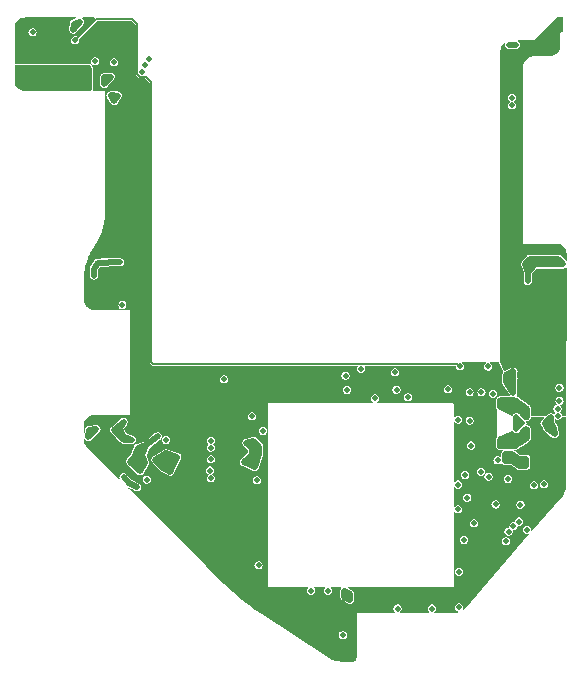
<source format=gbr>
%TF.GenerationSoftware,KiCad,Pcbnew,8.99.0-2194-gb3b7cbcab2*%
%TF.CreationDate,2024-09-04T21:17:35-04:00*%
%TF.ProjectId,thundervolt_lite,7468756e-6465-4727-966f-6c745f6c6974,rev?*%
%TF.SameCoordinates,PX85b368ePY7384544*%
%TF.FileFunction,Copper,L2,Inr*%
%TF.FilePolarity,Positive*%
%FSLAX46Y46*%
G04 Gerber Fmt 4.6, Leading zero omitted, Abs format (unit mm)*
G04 Created by KiCad (PCBNEW 8.99.0-2194-gb3b7cbcab2) date 2024-09-04 21:17:35*
%MOMM*%
%LPD*%
G01*
G04 APERTURE LIST*
%TA.AperFunction,ViaPad*%
%ADD10C,0.508000*%
%TD*%
%TA.AperFunction,Conductor*%
%ADD11C,0.508000*%
%TD*%
%TA.AperFunction,Conductor*%
%ADD12C,0.127000*%
%TD*%
G04 APERTURE END LIST*
D10*
%TO.N,GND*%
X22382959Y8515768D03*
X-10752490Y11095707D03*
X20655510Y17559707D03*
X-11647205Y12353114D03*
X-12352490Y12395707D03*
X-21151976Y43631203D03*
X-13152490Y13195707D03*
X21832312Y4749794D03*
X16447510Y3885707D03*
X20655510Y18159707D03*
X6347510Y-904293D03*
X16047510Y1195707D03*
X15947510Y14085707D03*
X-15623653Y42252940D03*
X20555510Y10559707D03*
X-10552490Y10395707D03*
X-558043Y13117480D03*
X23821078Y14272199D03*
X17894886Y9656411D03*
X-1352490Y12295707D03*
X21659510Y27215707D03*
X-1234061Y10062371D03*
X19147510Y6895707D03*
X21859510Y25815707D03*
X-8381790Y9682595D03*
X-15448029Y42821808D03*
X-12752490Y12795707D03*
X18496981Y18582194D03*
X15947510Y6485707D03*
X-11417599Y11041712D03*
X7781569Y18383105D03*
X-12352490Y9195707D03*
X-8959291Y10612641D03*
X-14887631Y26822522D03*
X24059510Y27215707D03*
X21155510Y10159707D03*
X21859510Y26515707D03*
X21420510Y13784707D03*
X6808165Y-664608D03*
X10647510Y18085707D03*
X-13455943Y41526339D03*
X21755510Y10759707D03*
X23595586Y13297691D03*
X-15615408Y43760221D03*
X6347510Y-404293D03*
X-19269750Y43738105D03*
X-18139651Y42791265D03*
X-1452490Y11095707D03*
X-8992867Y9978061D03*
X16047510Y-1814293D03*
X-13153469Y41035029D03*
X24554120Y16771575D03*
X-8385073Y10794598D03*
X10847510Y-1914293D03*
X20055510Y17859707D03*
X-17849490Y42222397D03*
X20655510Y16359707D03*
X-9945845Y12281977D03*
X20259510Y45815707D03*
X11747510Y15985707D03*
X-12841535Y41519512D03*
X-11168457Y11698201D03*
X21755510Y10159707D03*
X-14874890Y26281017D03*
X-1483155Y14350540D03*
X-11152490Y10295707D03*
X20912510Y13276707D03*
X20859510Y45815707D03*
X16947510Y13985707D03*
X-13988429Y42499150D03*
X-15278935Y13224715D03*
X-14556357Y27364027D03*
X-16042527Y47776818D03*
X-2183589Y10458375D03*
X20555510Y11159707D03*
X19955510Y11159707D03*
X-21251242Y43027975D03*
X-1607368Y10509595D03*
X6800249Y-1175896D03*
X-14648441Y13258150D03*
X-16715573Y42214761D03*
X20655510Y16959707D03*
X-13981602Y43076011D03*
X-13212150Y27389510D03*
X24459510Y27715707D03*
X-13435463Y43130625D03*
X-16597737Y47095198D03*
X-16567994Y47615707D03*
X-17276805Y42390385D03*
X21155510Y10759707D03*
X3547510Y-404293D03*
X-11852490Y8695707D03*
X-19907340Y43730469D03*
X24554120Y15663023D03*
X-1952490Y12095707D03*
X-10414163Y11908507D03*
X-8463744Y10224235D03*
X23295586Y13764391D03*
X-18616889Y43741923D03*
X-13982999Y27383139D03*
X4947510Y-404293D03*
X20912510Y14292707D03*
X24138390Y12826867D03*
X-16177249Y42371295D03*
X-13135086Y44332132D03*
X-921997Y1748827D03*
X-8756615Y11219713D03*
X-852490Y11795707D03*
X8947510Y15885707D03*
X13747510Y-1914293D03*
X-20522022Y43741923D03*
X17047510Y11885707D03*
X-10397055Y8992642D03*
X-9453814Y12655446D03*
X19955510Y10559707D03*
X-16762034Y43753869D03*
X-11782621Y10528677D03*
X21247510Y6885707D03*
X6447510Y17785707D03*
X-7795043Y10912604D03*
X23795586Y13764391D03*
X22859510Y27715707D03*
X-9652490Y10695707D03*
X24859510Y27215707D03*
X-18174012Y43394493D03*
X-12652490Y13395707D03*
X22059510Y27715707D03*
X-11198036Y8343486D03*
X-1452490Y11695707D03*
X20055510Y17259707D03*
X23259510Y27215707D03*
X-12626051Y27389510D03*
X23659510Y27715707D03*
X-10952490Y9695707D03*
X24099292Y13354850D03*
X-12352490Y13895707D03*
X22459510Y27215707D03*
X15947510Y8585707D03*
X20912510Y13784707D03*
X-852490Y11195707D03*
X-3842453Y17486056D03*
X-15352490Y12595707D03*
X18947510Y16285707D03*
X20047510Y3795707D03*
%TO.N,+3V3*%
X21947510Y23285707D03*
X24847510Y22685707D03*
X24012044Y45299043D03*
X24847510Y23885707D03*
X23719736Y47120672D03*
X23967637Y46640744D03*
X24350952Y46252221D03*
X23696350Y16118007D03*
X23696350Y15518007D03*
X23675114Y46172003D03*
X21947510Y22685707D03*
X22982612Y46362366D03*
X22508002Y15108968D03*
X23696350Y16718007D03*
X23696350Y17318007D03*
X24847510Y23285707D03*
X23093356Y15304086D03*
X21947510Y23885707D03*
X23355410Y46726692D03*
X24346716Y45718441D03*
X23696350Y17918007D03*
%TO.N,+1V8*%
X-20052490Y46885707D03*
X16111722Y18594815D03*
X-14740490Y44415707D03*
X-16452490Y46185707D03*
%TO.N,+1V0*%
X-8729990Y12350469D03*
X-12452490Y23785707D03*
%TO.N,+1V15*%
X-1084343Y8952015D03*
X6197510Y-4164293D03*
%TO.N,SDA*%
X20553362Y41323876D03*
X20655658Y5053245D03*
X-5012197Y9771433D03*
X-4974828Y11708802D03*
X16947510Y16385707D03*
X-10552490Y44085707D03*
X24392037Y15016657D03*
%TO.N,SCL*%
X24404994Y14419895D03*
X-10224319Y44584302D03*
X-4974828Y12305705D03*
X20548203Y40682902D03*
X-4974828Y9108802D03*
X17947510Y16385707D03*
X21155658Y5453245D03*
%TO.N,EN*%
X-10774174Y43531497D03*
X20176763Y9056331D03*
X-4974828Y10708802D03*
%TO.N,VBAT*%
X22555510Y10759707D03*
X23555510Y10759707D03*
X-7665711Y8494501D03*
X-6452254Y3364329D03*
X22555510Y12359707D03*
X-5973853Y3728130D03*
X-5938849Y7275196D03*
X-5956351Y2794691D03*
X-6026359Y6598453D03*
X-12331076Y42793442D03*
X-2837313Y13083599D03*
X-6049695Y8010279D03*
X-10533059Y7367146D03*
X-5852490Y8595707D03*
X-5979687Y5945046D03*
X-11836425Y43095263D03*
X-6038027Y4854090D03*
X17547510Y15195707D03*
X-6452490Y8595707D03*
X-5852490Y9295707D03*
X-3852490Y12185707D03*
X-8722144Y7721876D03*
X-6732272Y7957773D03*
X-2852490Y12185707D03*
X-6656430Y6680129D03*
X-6306391Y4247355D03*
X23055510Y10759707D03*
X-8242906Y8139498D03*
X-3352490Y12185707D03*
X-3774828Y10508802D03*
X-6595884Y7316918D03*
X-7052490Y8595707D03*
X-3604193Y12632394D03*
X-6913126Y3885648D03*
X-3098987Y12632394D03*
X23055510Y12359707D03*
X-9818006Y6678382D03*
X-2326219Y13073168D03*
X-10852490Y42115707D03*
X-3348408Y13076645D03*
X-6452490Y9195707D03*
X-2598987Y12632394D03*
X-10859828Y42701881D03*
%TO.N,Net-(U4-LX2)*%
X21547510Y14927707D03*
X20136510Y15582707D03*
X19628510Y15582707D03*
X21547510Y14419707D03*
%TO.N,Net-(U4-LX1)*%
X19628510Y12026707D03*
X21547510Y12641707D03*
X20136510Y12026707D03*
X21547510Y13149707D03*
%TO.N,Net-(D1-A)*%
X17347510Y5310746D03*
X20247510Y4585707D03*
%TO.N,+1V8_ALW*%
X19312660Y10647378D03*
X23247510Y8595707D03*
X16567510Y9395707D03*
X10759510Y16615707D03*
%TO.N,ALERT*%
X16755658Y7453245D03*
X6547510Y16585707D03*
%TO.N,SAFEMODE*%
X15126184Y16641502D03*
X18555658Y9253245D03*
%TD*%
D11*
%TO.N,GND*%
X-14556357Y27364027D02*
X-14887631Y26822522D01*
X20055510Y17259707D02*
X20655510Y16959707D01*
X-1234061Y10062371D02*
X-852490Y11195707D01*
X-12652490Y13395707D02*
X-12752490Y12795707D01*
X20055510Y17859707D02*
X20055510Y17259707D01*
X-10414163Y11908507D02*
X-10752490Y11095707D01*
X-13435463Y43130625D02*
X-13988429Y42499150D01*
X-852490Y11795707D02*
X-852490Y11195707D01*
X21155510Y10759707D02*
X21755510Y10759707D01*
X-11647205Y12353114D02*
X-12752490Y12795707D01*
X-16042527Y47776818D02*
X-16597737Y47095198D01*
X22459510Y27215707D02*
X21859510Y26515707D01*
X-1452490Y11095707D02*
X-1607368Y10509595D01*
X-11417599Y11041712D02*
X-11152490Y10295707D01*
X-15278935Y13224715D02*
X-14648441Y13258150D01*
X-13152490Y13195707D02*
X-12752490Y12795707D01*
X-1234061Y10062371D02*
X-1452490Y11095707D01*
X20055510Y17259707D02*
X20655510Y16359707D01*
X20055510Y17259707D02*
X20655510Y17559707D01*
X-11782621Y10528677D02*
X-10952490Y9695707D01*
X-12352490Y9195707D02*
X-11852490Y8695707D01*
X-14874890Y26281017D02*
X-14887631Y26822522D01*
X23795586Y13764391D02*
X24099292Y13354850D01*
X-16715573Y42214761D02*
X-16177249Y42371295D01*
X-17849490Y42222397D02*
X-16715573Y42214761D01*
X-10752490Y11095707D02*
X-10552490Y10395707D01*
X-11417599Y11041712D02*
X-10752490Y11095707D01*
X-1607368Y10509595D02*
X-852490Y11195707D01*
X-9652490Y10695707D02*
X-8959291Y10612641D01*
X-852490Y11795707D02*
X-1452490Y11095707D01*
X20555510Y10559707D02*
X21155510Y10159707D01*
X-11168457Y11698201D02*
X-10752490Y11095707D01*
X21859510Y26515707D02*
X21859510Y25815707D01*
X-18174012Y43394493D02*
X-18139651Y42791265D01*
X20055510Y17859707D02*
X20655510Y17559707D01*
X-18139651Y42791265D02*
X-17849490Y42222397D01*
X20055510Y17859707D02*
X20655510Y18159707D01*
X20912510Y14292707D02*
X20912510Y13276707D01*
X-8385073Y10794598D02*
X-8463744Y10224235D01*
X-21151976Y43631203D02*
X-21251242Y43027975D01*
X-11782621Y10528677D02*
X-11417599Y11041712D01*
X-8463744Y10224235D02*
X-8756615Y11219713D01*
X20555510Y11159707D02*
X20555510Y10559707D01*
X-20522022Y43741923D02*
X-21251242Y43027975D01*
X21659510Y27215707D02*
X24859510Y27215707D01*
X-11152490Y10295707D02*
X-10552490Y10395707D01*
X19955510Y10559707D02*
X20555510Y10559707D01*
X-12352490Y13895707D02*
X-13152490Y13195707D01*
X-19269750Y43738105D02*
X-18616889Y43741923D01*
X-17849490Y42222397D02*
X-17276805Y42390385D01*
X20912510Y13276707D02*
X20912510Y13358852D01*
X20912510Y14050107D02*
X20912510Y14292707D01*
X-1352490Y12295707D02*
X-852490Y11795707D01*
X-13212150Y27389510D02*
X-12626051Y27389510D01*
X-8756615Y11219713D02*
X-8385073Y10794598D01*
X-18139651Y42791265D02*
X-17276805Y42390385D01*
X-8756615Y11219713D02*
X-7795043Y10912604D01*
X21501013Y10159707D02*
X21155510Y10159707D01*
X-17276805Y42390385D02*
X-16715573Y42214761D01*
X6808165Y-664608D02*
X6800249Y-1175896D01*
X20912510Y13358852D02*
X21338365Y13784707D01*
X-852490Y11195707D02*
X-1452490Y11095707D01*
X23821078Y14272199D02*
X23795586Y13764391D01*
X-16177249Y42371295D02*
X-15623653Y42252940D01*
X21338365Y13784707D02*
X21420510Y13784707D01*
X21155510Y10759707D02*
X21501013Y10159707D01*
X-8992867Y9978061D02*
X-9652490Y10695707D01*
X-12841535Y41519512D02*
X-13153469Y41035029D01*
X-1452490Y11695707D02*
X-852490Y11195707D01*
X-2183589Y10458375D02*
X-1234061Y10062371D01*
X-1607368Y10509595D02*
X-2183589Y10458375D01*
X-15278935Y13224715D02*
X-15352490Y12595707D01*
X-16715573Y42214761D02*
X-15623653Y42252940D01*
X21177910Y13784707D02*
X20912510Y14050107D01*
X-11782621Y10528677D02*
X-11152490Y10295707D01*
X6347510Y-404293D02*
X6808165Y-664608D01*
X-11168457Y11698201D02*
X-10414163Y11908507D01*
X-16567994Y47615707D02*
X-16042527Y47776818D01*
X-12352490Y13895707D02*
X-12652490Y13395707D01*
X-14556357Y27364027D02*
X-13982999Y27383139D01*
X23295586Y13764391D02*
X23595586Y13297691D01*
X-1607368Y10509595D02*
X-1234061Y10062371D01*
X-11198036Y8343486D02*
X-11852490Y8695707D01*
X-9652490Y10695707D02*
X-8756615Y11219713D01*
X-16597737Y47095198D02*
X-16567994Y47615707D01*
X-13981602Y43076011D02*
X-13988429Y42499150D01*
X20655510Y18159707D02*
X20655510Y16359707D01*
X-18616889Y43741923D02*
X-18174012Y43394493D01*
X19955510Y11159707D02*
X20555510Y10559707D01*
X21659510Y27215707D02*
X22059510Y27715707D01*
X21420510Y13784707D02*
X20912510Y13784707D01*
X-11417599Y11041712D02*
X-11168457Y11698201D01*
X21420510Y13784707D02*
X21177910Y13784707D01*
X-13982999Y27383139D02*
X-13212150Y27389510D01*
X-8385073Y10794598D02*
X-7795043Y10912604D01*
X-1452490Y11695707D02*
X-1452490Y11095707D01*
X-8992867Y9978061D02*
X-8959291Y10612641D01*
X24138390Y12826867D02*
X23595586Y13297691D01*
X19955510Y11159707D02*
X20555510Y11159707D01*
X21338365Y13784707D02*
X20912510Y14210562D01*
X21659510Y27215707D02*
X21859510Y26515707D01*
X-10952490Y9695707D02*
X-10552490Y10395707D01*
X20555510Y11159707D02*
X21155510Y10759707D01*
X-8463744Y10224235D02*
X-8381790Y9682595D01*
X24459510Y27715707D02*
X24859510Y27215707D01*
X-1952490Y12095707D02*
X-1352490Y12295707D01*
X-11152490Y10295707D02*
X-10952490Y9695707D01*
X-14648441Y13258150D02*
X-15352490Y12595707D01*
X-21151976Y43631203D02*
X-20522022Y43741923D01*
X-11647205Y12353114D02*
X-12352490Y12395707D01*
X-13455943Y41526339D02*
X-13153469Y41035029D01*
X-8992867Y9978061D02*
X-8381790Y9682595D01*
X6347510Y-904293D02*
X6800249Y-1175896D01*
X-12652490Y13395707D02*
X-12352490Y12395707D01*
X-10752490Y11095707D02*
X-11152490Y10295707D01*
X-16177249Y42371295D02*
X-15448029Y42821808D01*
X-1952490Y12095707D02*
X-1452490Y11695707D01*
X6347510Y-404293D02*
X6347510Y-904293D01*
X-1352490Y12295707D02*
X-1452490Y11695707D01*
X23295586Y13764391D02*
X23821078Y14272199D01*
X-2183589Y10458375D02*
X-1452490Y11095707D01*
X19955510Y11159707D02*
X19955510Y10559707D01*
X20259510Y45815707D02*
X20859510Y45815707D01*
X21755510Y10759707D02*
X21755510Y10159707D01*
X-13981602Y43076011D02*
X-13435463Y43130625D01*
X-8463744Y10224235D02*
X-7795043Y10912604D01*
X20912510Y14210562D02*
X20912510Y14292707D01*
X-13152490Y13195707D02*
X-12652490Y13395707D01*
X-8992867Y9978061D02*
X-8463744Y10224235D01*
X-8959291Y10612641D02*
X-8756615Y11219713D01*
X-15448029Y42821808D02*
X-15623653Y42252940D01*
X-8381790Y9682595D02*
X-7795043Y10912604D01*
X21755510Y10159707D02*
X21501013Y10159707D01*
X22059510Y27715707D02*
X24459510Y27715707D01*
X-13455943Y41526339D02*
X-12841535Y41519512D01*
X-9453814Y12655446D02*
X-10414163Y11908507D01*
X-20522022Y43741923D02*
X-19269750Y43738105D01*
X-17276805Y42390385D02*
X-16177249Y42371295D01*
X24138390Y12826867D02*
X24099292Y13354850D01*
X-12752490Y12795707D02*
X-12352490Y12395707D01*
D12*
%TO.N,+1V8*%
X-11180574Y47568805D02*
X-11597476Y47985707D01*
X-14652490Y47985707D02*
X-16452490Y46185707D01*
X-10002893Y18936110D02*
X-10002893Y19309165D01*
X-9952490Y18885707D02*
X-10002893Y18936110D01*
X-11597476Y47985707D02*
X-12652490Y47985707D01*
X-11180574Y43363160D02*
X-11180574Y47568805D01*
X-10491880Y43125097D02*
X-10752490Y43125097D01*
X-10002893Y42636110D02*
X-10352490Y42985707D01*
X14279869Y18789505D02*
X-9648692Y18789505D01*
X-10002893Y19309165D02*
X-10002893Y42636110D01*
X-10352490Y42985707D02*
X-10491880Y43125097D01*
X-12652490Y47985707D02*
X-14652490Y47985707D01*
X-10942511Y43125097D02*
X-11180574Y43363160D01*
X-10752490Y43125097D02*
X-10942511Y43125097D01*
X-9856288Y18789505D02*
X-9952490Y18885707D01*
X-9648692Y18789505D02*
X-9856288Y18789505D01*
X16111722Y18594815D02*
X15917032Y18789505D01*
X15917032Y18789505D02*
X14279869Y18789505D01*
%TD*%
%TA.AperFunction,Conductor*%
%TO.N,+3V3*%
G36*
X24839700Y48160842D02*
G01*
X24852426Y48130118D01*
X24852426Y46918018D01*
X24839700Y46887294D01*
X24808976Y46874568D01*
X24759696Y46874568D01*
X24719714Y46874568D01*
X24701245Y46866918D01*
X24682775Y46859268D01*
X24654505Y46830998D01*
X24639205Y46794059D01*
X24639205Y45784236D01*
X24638996Y45779974D01*
X24622330Y45610868D01*
X24620667Y45602515D01*
X24571959Y45441975D01*
X24568700Y45434107D01*
X24489608Y45286145D01*
X24484876Y45279063D01*
X24378441Y45149373D01*
X24372419Y45143351D01*
X24242729Y45036916D01*
X24235647Y45032184D01*
X24087685Y44953091D01*
X24079817Y44949832D01*
X23919272Y44901123D01*
X23910919Y44899461D01*
X23741858Y44882798D01*
X23737596Y44882588D01*
X22558752Y44882588D01*
X22558749Y44882590D01*
X22531820Y44882588D01*
X22507881Y44882588D01*
X22507570Y44882559D01*
X22435542Y44882552D01*
X22245925Y44849103D01*
X22245920Y44849102D01*
X22103666Y44797317D01*
X22064983Y44783235D01*
X22064981Y44783235D01*
X22064981Y44783234D01*
X22064978Y44783233D01*
X21898233Y44686958D01*
X21750725Y44563183D01*
X21750722Y44563181D01*
X21626952Y44415686D01*
X21530667Y44248933D01*
X21464795Y44067995D01*
X21464794Y44067992D01*
X21431340Y43878379D01*
X21431332Y43805592D01*
X21431332Y43802085D01*
X21431330Y43802079D01*
X21431330Y43782105D01*
X21431330Y43782096D01*
X21431326Y43749284D01*
X21431330Y43749255D01*
X21431330Y29099972D01*
X21431330Y29059990D01*
X21446630Y29023052D01*
X21474901Y28994781D01*
X21511839Y28979481D01*
X24249008Y28979481D01*
X24253266Y28979273D01*
X24422374Y28962615D01*
X24430721Y28960954D01*
X24591278Y28912247D01*
X24599141Y28908990D01*
X24747104Y28829901D01*
X24754186Y28825169D01*
X24883877Y28718734D01*
X24889900Y28712712D01*
X24996334Y28583023D01*
X25001066Y28575941D01*
X25080157Y28427976D01*
X25083417Y28420106D01*
X25132121Y28259559D01*
X25133783Y28251206D01*
X25150437Y28082143D01*
X25150646Y28077877D01*
X25150570Y27525451D01*
X25137840Y27494729D01*
X25107114Y27482007D01*
X25076392Y27494737D01*
X25073191Y27498314D01*
X24745952Y27907363D01*
X24742252Y27912782D01*
X24732874Y27929026D01*
X24726628Y27939844D01*
X24726623Y27939848D01*
X24709647Y27954093D01*
X24708622Y27954981D01*
X24705932Y27957389D01*
X24699419Y27965530D01*
X24684904Y27976208D01*
X24683360Y27977590D01*
X24683235Y27977849D01*
X24681620Y27979237D01*
X24670362Y27990495D01*
X24660517Y27996180D01*
X24654318Y28000521D01*
X24633860Y28017687D01*
X24633858Y28017688D01*
X24608768Y28026820D01*
X24608419Y28026948D01*
X24605033Y28028214D01*
X24592057Y28035705D01*
X24567064Y28042403D01*
X24565109Y28043133D01*
X24565054Y28043184D01*
X24564508Y28043363D01*
X24542370Y28052012D01*
X24539607Y28052692D01*
X24539631Y28052790D01*
X24533431Y28054242D01*
X24520063Y28059107D01*
X24520061Y28059107D01*
X24504719Y28059107D01*
X24478525Y28059107D01*
X24452499Y28061999D01*
X24433510Y28059107D01*
X22120061Y28059107D01*
X22088795Y28059107D01*
X22082255Y28059602D01*
X22077525Y28060323D01*
X22066521Y28061998D01*
X22066519Y28061998D01*
X22066518Y28061998D01*
X22066517Y28061998D01*
X22047621Y28059898D01*
X22042895Y28059373D01*
X22038098Y28059107D01*
X21998959Y28059107D01*
X21985591Y28054242D01*
X21985588Y28054241D01*
X21985114Y28054072D01*
X21980449Y28052436D01*
X21976655Y28052013D01*
X21953828Y28043097D01*
X21953076Y28042832D01*
X21952918Y28042841D01*
X21949940Y28041863D01*
X21926963Y28035706D01*
X21926960Y28035704D01*
X21917116Y28030021D01*
X21910258Y28026823D01*
X21885162Y28017687D01*
X21864707Y28000524D01*
X21863759Y27999752D01*
X21861256Y27997770D01*
X21848658Y27990495D01*
X21835633Y27977472D01*
X21833656Y27975905D01*
X21833451Y27975847D01*
X21832425Y27974965D01*
X21819604Y27965533D01*
X21819598Y27965528D01*
X21815347Y27960214D01*
X21809354Y27954079D01*
X21792395Y27939848D01*
X21792393Y27939846D01*
X21781862Y27921606D01*
X21781861Y27921607D01*
X21781860Y27921604D01*
X21776763Y27912777D01*
X21773065Y27907361D01*
X21415348Y27460214D01*
X21409349Y27454073D01*
X21392394Y27439846D01*
X21392393Y27439846D01*
X21385957Y27428699D01*
X21385462Y27427865D01*
X21382936Y27423709D01*
X21381281Y27421997D01*
X21374709Y27410170D01*
X21374262Y27409433D01*
X21374005Y27409245D01*
X21371062Y27404857D01*
X21363119Y27394927D01*
X21363116Y27394922D01*
X21353571Y27373138D01*
X21351404Y27368853D01*
X21339171Y27347663D01*
X21339169Y27347663D01*
X21331842Y27334969D01*
X21329373Y27320968D01*
X21329282Y27320470D01*
X21328365Y27315608D01*
X21326832Y27312106D01*
X21323137Y27287856D01*
X21322995Y27287097D01*
X21322908Y27286964D01*
X21322266Y27283898D01*
X21316111Y27260922D01*
X21316033Y27260332D01*
X21315934Y27257337D01*
X21315411Y27255244D01*
X21315563Y27246024D01*
X21315528Y27244956D01*
X21315343Y27244549D01*
X21314891Y27238839D01*
X21310813Y27215708D01*
X21315450Y27189410D01*
X21316073Y27183667D01*
X21316110Y27182775D01*
X21316110Y27170498D01*
X21316712Y27168249D01*
X21316835Y27165292D01*
X21316903Y27164837D01*
X21320395Y27152616D01*
X21321801Y27145477D01*
X21323203Y27132856D01*
X21323205Y27132848D01*
X21325677Y27126519D01*
X21327995Y27118258D01*
X21331842Y27096446D01*
X21338272Y27085308D01*
X21342421Y27075521D01*
X21514438Y26473466D01*
X21516110Y26461529D01*
X21516110Y25845748D01*
X21510813Y25815707D01*
X21516110Y25785667D01*
X21516110Y25770495D01*
X21523439Y25743140D01*
X21524259Y25739442D01*
X21531841Y25696447D01*
X21538412Y25685066D01*
X21538415Y25685060D01*
X21582084Y25609423D01*
X21582085Y25609422D01*
X21584722Y25604855D01*
X21592393Y25591569D01*
X21627291Y25562286D01*
X21628928Y25560649D01*
X21628953Y25560623D01*
X21648653Y25540924D01*
X21648658Y25540919D01*
X21652734Y25538566D01*
X21658500Y25535236D01*
X21664702Y25530893D01*
X21682758Y25515743D01*
X21685161Y25513727D01*
X21713826Y25503294D01*
X21726963Y25495709D01*
X21756151Y25487889D01*
X21757937Y25487239D01*
X21798958Y25472307D01*
X21798959Y25472307D01*
X21920062Y25472307D01*
X21932436Y25476812D01*
X21962868Y25487889D01*
X21992057Y25495709D01*
X22005193Y25503294D01*
X22033859Y25513727D01*
X22057227Y25533336D01*
X22070362Y25540919D01*
X22091728Y25562286D01*
X22126627Y25591569D01*
X22134298Y25604855D01*
X22179508Y25683160D01*
X22179508Y25683163D01*
X22187178Y25696446D01*
X22195088Y25741306D01*
X22202910Y25770498D01*
X22202910Y25781865D01*
X22203570Y25789410D01*
X22208207Y25815707D01*
X22203570Y25842005D01*
X22202910Y25849550D01*
X22202910Y26372603D01*
X22213369Y26400879D01*
X22604447Y26857134D01*
X22634105Y26872179D01*
X22637437Y26872307D01*
X23198959Y26872307D01*
X23320061Y26872307D01*
X23998959Y26872307D01*
X24120061Y26872307D01*
X24798959Y26872307D01*
X24840502Y26872307D01*
X24866521Y26869416D01*
X24885504Y26872307D01*
X24920061Y26872307D01*
X24940942Y26879908D01*
X24942175Y26880334D01*
X24945606Y26881461D01*
X24955909Y26883029D01*
X24972405Y26890258D01*
X24974372Y26890903D01*
X24974658Y26890882D01*
X24976664Y26891586D01*
X24992057Y26895709D01*
X25001904Y26901395D01*
X25008768Y26904595D01*
X25033856Y26913726D01*
X25033855Y26913726D01*
X25033859Y26913727D01*
X25054361Y26930932D01*
X25056226Y26932409D01*
X25058275Y26933942D01*
X25070362Y26940919D01*
X25078522Y26949080D01*
X25081017Y26950945D01*
X25094337Y26954337D01*
X25107033Y26959596D01*
X25110064Y26958341D01*
X25113244Y26959150D01*
X25125059Y26952131D01*
X25137758Y26946872D01*
X25139013Y26943842D01*
X25141835Y26942165D01*
X25145226Y26928845D01*
X25150486Y26916149D01*
X25150486Y26916140D01*
X25148766Y14439861D01*
X25136036Y14409139D01*
X25129454Y14403739D01*
X25099671Y14383840D01*
X25084009Y14377353D01*
X24999489Y14360542D01*
X24991013Y14359707D01*
X24794860Y14359707D01*
X24764136Y14372433D01*
X24751410Y14403157D01*
X24752070Y14410702D01*
X24753691Y14419895D01*
X24732662Y14539156D01*
X24672111Y14644033D01*
X24672109Y14644035D01*
X24616820Y14690429D01*
X24601464Y14719926D01*
X24611465Y14751642D01*
X24616813Y14756992D01*
X24659154Y14792519D01*
X24719705Y14897396D01*
X24740734Y15016657D01*
X24719705Y15135918D01*
X24659154Y15240795D01*
X24637823Y15258694D01*
X24622468Y15288192D01*
X24632469Y15319908D01*
X24650888Y15332806D01*
X24728469Y15361043D01*
X24821237Y15438885D01*
X24881788Y15543762D01*
X24902817Y15663023D01*
X24881788Y15782284D01*
X24821237Y15887161D01*
X24728469Y15965003D01*
X24728467Y15965004D01*
X24614673Y16006423D01*
X24614671Y16006423D01*
X24493569Y16006423D01*
X24493567Y16006423D01*
X24379773Y15965004D01*
X24287003Y15887161D01*
X24226451Y15782283D01*
X24205423Y15663023D01*
X24226451Y15543764D01*
X24226451Y15543763D01*
X24226452Y15543762D01*
X24287002Y15438886D01*
X24287004Y15438884D01*
X24308332Y15420987D01*
X24323688Y15391490D01*
X24313687Y15359774D01*
X24295265Y15346874D01*
X24217689Y15318638D01*
X24124920Y15240795D01*
X24064368Y15135917D01*
X24043340Y15016657D01*
X24064368Y14897398D01*
X24064368Y14897397D01*
X24064369Y14897396D01*
X24124919Y14792520D01*
X24124921Y14792518D01*
X24180210Y14746124D01*
X24195566Y14716627D01*
X24185565Y14684911D01*
X24180211Y14679556D01*
X24137877Y14644033D01*
X24090736Y14562383D01*
X24090416Y14562138D01*
X24090357Y14561740D01*
X24077287Y14552064D01*
X24064352Y14542138D01*
X24063952Y14542191D01*
X24063630Y14541952D01*
X24047563Y14544349D01*
X24031382Y14546479D01*
X24030739Y14546858D01*
X24024001Y14550904D01*
X24018440Y14554869D01*
X23995427Y14574179D01*
X23979526Y14579967D01*
X23975481Y14581676D01*
X23973076Y14582840D01*
X23969502Y14585149D01*
X23965897Y14586312D01*
X23963180Y14587626D01*
X23962735Y14588126D01*
X23959740Y14589486D01*
X23959082Y14589881D01*
X23928681Y14598588D01*
X23925784Y14599528D01*
X23881629Y14615599D01*
X23830761Y14615599D01*
X23830118Y14615604D01*
X23829354Y14615616D01*
X23793143Y14617433D01*
X23787558Y14616234D01*
X23782618Y14616307D01*
X23782599Y14616315D01*
X23782528Y14616308D01*
X23781748Y14616322D01*
X23778919Y14615998D01*
X23778889Y14616261D01*
X23773516Y14615599D01*
X23760525Y14615599D01*
X23728640Y14603995D01*
X23725225Y14602909D01*
X23724067Y14602594D01*
X23704741Y14598440D01*
X23700042Y14596034D01*
X23695690Y14594845D01*
X23695484Y14594872D01*
X23694784Y14594608D01*
X23694028Y14594420D01*
X23694019Y14594416D01*
X23681163Y14587285D01*
X23674952Y14584453D01*
X23646728Y14574179D01*
X23633776Y14563311D01*
X23630263Y14560655D01*
X23628039Y14559145D01*
X23624268Y14557212D01*
X23621470Y14554683D01*
X23618970Y14552984D01*
X23618319Y14552850D01*
X23615647Y14550938D01*
X23614959Y14550557D01*
X23606055Y14541952D01*
X23592191Y14528556D01*
X23589940Y14526528D01*
X23553964Y14496341D01*
X23553959Y14496335D01*
X23550836Y14490926D01*
X23543404Y14481411D01*
X23430093Y14371912D01*
X23399899Y14359707D01*
X22197028Y14359707D01*
X22189856Y14360303D01*
X22172188Y14363260D01*
X22143986Y14380883D01*
X22135910Y14406114D01*
X22135910Y15050407D01*
X22135199Y15061968D01*
X22135199Y15061974D01*
X22133894Y15072543D01*
X22131770Y15083937D01*
X22105670Y15188016D01*
X22097335Y15209597D01*
X22087362Y15228232D01*
X22074029Y15247138D01*
X22039535Y15285137D01*
X22039534Y15285138D01*
X22039182Y15285526D01*
X22039182Y15285527D01*
X22039157Y15285554D01*
X22001918Y15326576D01*
X22001902Y15326593D01*
X21993632Y15334650D01*
X21993626Y15334656D01*
X21993608Y15334673D01*
X21985543Y15341618D01*
X21976308Y15348631D01*
X21017520Y15987823D01*
X21017519Y15987824D01*
X21017514Y15987827D01*
X21011599Y15991462D01*
X21006037Y15994605D01*
X21003415Y15995962D01*
X20999894Y15997785D01*
X20999204Y15998111D01*
X20981319Y16013734D01*
X20963759Y16040772D01*
X20963137Y16041759D01*
X20956633Y16052416D01*
X20955446Y16054490D01*
X20949535Y16065526D01*
X20949003Y16066554D01*
X20928723Y16107114D01*
X20928400Y16111671D01*
X20925617Y16115298D01*
X20927258Y16127734D01*
X20926367Y16140283D01*
X20929952Y16148257D01*
X20930298Y16148855D01*
X20933752Y16154840D01*
X20938744Y16161795D01*
X20943299Y16166977D01*
X20957819Y16196348D01*
X20959122Y16198782D01*
X20975508Y16227160D01*
X20975508Y16227163D01*
X20983178Y16240446D01*
X20990766Y16283482D01*
X20990891Y16284157D01*
X20991179Y16285649D01*
X20998910Y16314498D01*
X20998910Y16325576D01*
X20999702Y16329666D01*
X20999732Y16329713D01*
X20999754Y16329930D01*
X21001107Y16336693D01*
X21001107Y16336696D01*
X21001296Y16339533D01*
X21001411Y16339526D01*
X21001756Y16345812D01*
X21004207Y16359706D01*
X21004207Y16359707D01*
X20999570Y16386005D01*
X20998910Y16393550D01*
X20998910Y16771575D01*
X24205423Y16771575D01*
X24226451Y16652316D01*
X24226451Y16652315D01*
X24226452Y16652314D01*
X24287003Y16547437D01*
X24379771Y16469595D01*
X24470619Y16436529D01*
X24493566Y16428176D01*
X24493567Y16428175D01*
X24493569Y16428175D01*
X24614673Y16428175D01*
X24614673Y16428176D01*
X24728469Y16469595D01*
X24821237Y16547437D01*
X24881788Y16652314D01*
X24902817Y16771575D01*
X24881788Y16890836D01*
X24821237Y16995713D01*
X24728469Y17073555D01*
X24728467Y17073556D01*
X24614673Y17114975D01*
X24614671Y17114975D01*
X24493569Y17114975D01*
X24493567Y17114975D01*
X24379773Y17073556D01*
X24287003Y16995713D01*
X24226451Y16890835D01*
X24205423Y16771575D01*
X20998910Y16771575D01*
X20998910Y16920535D01*
X20999792Y16929245D01*
X20999801Y16929293D01*
X21001001Y16935153D01*
X21001000Y16935161D01*
X21001203Y16937999D01*
X21001206Y16937999D01*
X21001603Y16944947D01*
X21004207Y16959707D01*
X20999570Y16986005D01*
X20998910Y16993550D01*
X20998910Y17520535D01*
X20999222Y17525736D01*
X20999434Y17527498D01*
X21001001Y17535153D01*
X21000786Y17538714D01*
X21001256Y17542605D01*
X21001494Y17543028D01*
X21001603Y17544947D01*
X21004207Y17559707D01*
X21001600Y17574489D01*
X21001256Y17576809D01*
X21000786Y17580701D01*
X21001001Y17584261D01*
X20999434Y17591917D01*
X20999222Y17593679D01*
X20999379Y17594243D01*
X20998910Y17598880D01*
X20998910Y18125866D01*
X20999570Y18133411D01*
X21000681Y18139712D01*
X21004207Y18159707D01*
X21001600Y18174489D01*
X21001256Y18176809D01*
X21000786Y18180701D01*
X21001001Y18184261D01*
X20999434Y18191917D01*
X20999222Y18193679D01*
X20999379Y18194243D01*
X20998910Y18198880D01*
X20998910Y18204916D01*
X20998909Y18204923D01*
X20991579Y18232279D01*
X20990758Y18235980D01*
X20983178Y18278967D01*
X20983178Y18278968D01*
X20975508Y18292252D01*
X20975508Y18292254D01*
X20958689Y18321384D01*
X20957474Y18323643D01*
X20942438Y18353716D01*
X20938432Y18358234D01*
X20933313Y18365337D01*
X20928874Y18373026D01*
X20922626Y18383846D01*
X20898097Y18404429D01*
X20896236Y18406083D01*
X20894817Y18407419D01*
X20882448Y18421368D01*
X20874283Y18426759D01*
X20871561Y18429323D01*
X20871458Y18429551D01*
X20870632Y18430225D01*
X20866362Y18434495D01*
X20856517Y18440180D01*
X20850318Y18444521D01*
X20829860Y18461687D01*
X20829858Y18461688D01*
X20815775Y18466814D01*
X20813572Y18467684D01*
X20809969Y18469223D01*
X20806992Y18471188D01*
X20799581Y18473659D01*
X20797944Y18474358D01*
X20797535Y18474776D01*
X20793290Y18476685D01*
X20788770Y18479293D01*
X20788057Y18479705D01*
X20788056Y18479706D01*
X20788055Y18479706D01*
X20788052Y18479707D01*
X20760691Y18487039D01*
X20757076Y18488179D01*
X20716064Y18503107D01*
X20716061Y18503107D01*
X20665806Y18503107D01*
X20630956Y18505199D01*
X20620733Y18503107D01*
X20594959Y18503107D01*
X20594957Y18503107D01*
X20564861Y18492154D01*
X20562499Y18491370D01*
X20560625Y18490808D01*
X20542373Y18487071D01*
X20533630Y18482701D01*
X20530040Y18481622D01*
X20529791Y18481648D01*
X20528792Y18481268D01*
X20522969Y18479708D01*
X20522960Y18479704D01*
X20513116Y18474021D01*
X20506258Y18470823D01*
X20481159Y18461686D01*
X20469682Y18452056D01*
X20461186Y18446479D01*
X19938331Y18185052D01*
X19905160Y18182695D01*
X19880039Y18204483D01*
X19518779Y18927001D01*
X19516423Y18960170D01*
X19526918Y18977153D01*
X19535962Y18986196D01*
X19551262Y19023134D01*
X19551262Y40682902D01*
X20199506Y40682902D01*
X20220534Y40563643D01*
X20220534Y40563642D01*
X20220535Y40563641D01*
X20281086Y40458764D01*
X20373854Y40380922D01*
X20464702Y40347856D01*
X20487649Y40339503D01*
X20487650Y40339502D01*
X20487652Y40339502D01*
X20608756Y40339502D01*
X20608756Y40339503D01*
X20722552Y40380922D01*
X20815320Y40458764D01*
X20875871Y40563641D01*
X20896900Y40682902D01*
X20875871Y40802163D01*
X20815320Y40907040D01*
X20742741Y40967941D01*
X20727386Y40997438D01*
X20737386Y41029154D01*
X20742733Y41034502D01*
X20820479Y41099738D01*
X20881030Y41204615D01*
X20902059Y41323876D01*
X20881030Y41443137D01*
X20820479Y41548014D01*
X20727711Y41625856D01*
X20727709Y41625857D01*
X20613915Y41667276D01*
X20613913Y41667276D01*
X20492811Y41667276D01*
X20492809Y41667276D01*
X20379015Y41625857D01*
X20286245Y41548014D01*
X20225693Y41443136D01*
X20204665Y41323876D01*
X20225693Y41204617D01*
X20225693Y41204616D01*
X20225694Y41204615D01*
X20286245Y41099738D01*
X20358822Y41038838D01*
X20374178Y41009341D01*
X20364178Y40977625D01*
X20358822Y40972270D01*
X20281087Y40907042D01*
X20220534Y40802162D01*
X20199506Y40682902D01*
X19551262Y40682902D01*
X19551262Y45279941D01*
X19551472Y45284205D01*
X19566253Y45434107D01*
X19568145Y45453301D01*
X19569807Y45461651D01*
X19618524Y45622208D01*
X19621774Y45630054D01*
X19700880Y45778039D01*
X19705604Y45785107D01*
X19812040Y45914801D01*
X19814827Y45916736D01*
X19818059Y45920821D01*
X19857437Y45953140D01*
X19889259Y45962794D01*
X19918588Y45947119D01*
X19928243Y45915296D01*
X19927792Y45912007D01*
X19924259Y45891974D01*
X19923439Y45888277D01*
X19916110Y45860922D01*
X19916110Y45849550D01*
X19915450Y45842005D01*
X19910813Y45815707D01*
X19915450Y45789410D01*
X19915450Y45789408D01*
X19916110Y45785665D01*
X19916110Y45770498D01*
X19923926Y45741323D01*
X19924256Y45739454D01*
X19924259Y45739442D01*
X19931841Y45696447D01*
X19938412Y45685066D01*
X19938415Y45685060D01*
X19982084Y45609423D01*
X19982085Y45609422D01*
X19984722Y45604855D01*
X19992393Y45591569D01*
X20027291Y45562286D01*
X20028928Y45560649D01*
X20028953Y45560623D01*
X20048653Y45540924D01*
X20048658Y45540919D01*
X20052734Y45538566D01*
X20058500Y45535236D01*
X20064702Y45530893D01*
X20082758Y45515743D01*
X20085161Y45513727D01*
X20113826Y45503294D01*
X20126963Y45495709D01*
X20156151Y45487889D01*
X20157937Y45487239D01*
X20198958Y45472307D01*
X20198959Y45472307D01*
X20920062Y45472307D01*
X20932436Y45476812D01*
X20962868Y45487889D01*
X20992057Y45495709D01*
X21005193Y45503294D01*
X21033859Y45513727D01*
X21057227Y45533336D01*
X21070362Y45540919D01*
X21091728Y45562286D01*
X21126627Y45591569D01*
X21134298Y45604855D01*
X21179508Y45683160D01*
X21179508Y45683163D01*
X21187178Y45696446D01*
X21195088Y45741306D01*
X21202910Y45770498D01*
X21202910Y45781865D01*
X21203570Y45789410D01*
X21208207Y45815707D01*
X21202910Y45845748D01*
X21202910Y45860916D01*
X21195088Y45890109D01*
X21187178Y45934968D01*
X21182369Y45943297D01*
X21182368Y45943300D01*
X21179508Y45948254D01*
X21134298Y46026559D01*
X21134297Y46026560D01*
X21126627Y46039845D01*
X21091728Y46069129D01*
X21090252Y46070605D01*
X21090206Y46070652D01*
X21070363Y46090494D01*
X21070362Y46090495D01*
X21060517Y46096180D01*
X21054318Y46100521D01*
X21049155Y46104853D01*
X21033798Y46134350D01*
X21043798Y46166066D01*
X21073295Y46181423D01*
X21077083Y46181588D01*
X22328022Y46181588D01*
X22348010Y46181585D01*
X22348010Y46181586D01*
X22348012Y46181585D01*
X22348014Y46181587D01*
X22348022Y46181588D01*
X22348027Y46181588D01*
X22368376Y46190017D01*
X22383596Y46196319D01*
X22384805Y46196770D01*
X22384950Y46196880D01*
X22384952Y46196880D01*
X22384953Y46196882D01*
X22384959Y46196887D01*
X22384965Y46196888D01*
X22384974Y46196898D01*
X22385503Y46197295D01*
X22386626Y46198550D01*
X22402106Y46214030D01*
X24349490Y48160847D01*
X24380209Y48173568D01*
X24808976Y48173568D01*
X24839700Y48160842D01*
G37*
%TD.AperFunction*%
%TD*%
%TA.AperFunction,Conductor*%
%TO.N,GND*%
G36*
X-15298293Y44094873D02*
G01*
X-15215293Y44078363D01*
X-15199635Y44071877D01*
X-15132898Y44027285D01*
X-15120913Y44015300D01*
X-15076323Y43948565D01*
X-15069835Y43932904D01*
X-15053325Y43849905D01*
X-15052490Y43841428D01*
X-15052490Y42045295D01*
X-15053325Y42036818D01*
X-15069835Y41953819D01*
X-15076322Y41938158D01*
X-15094585Y41910825D01*
X-15122233Y41892350D01*
X-15130711Y41891515D01*
X-20675817Y41891515D01*
X-20680075Y41891724D01*
X-20849165Y41908375D01*
X-20857518Y41910037D01*
X-21018047Y41958727D01*
X-21025917Y41961986D01*
X-21173867Y42041060D01*
X-21180949Y42045791D01*
X-21310636Y42152211D01*
X-21316659Y42158234D01*
X-21423088Y42287904D01*
X-21427820Y42294986D01*
X-21506909Y42442930D01*
X-21510169Y42450798D01*
X-21558877Y42611329D01*
X-21560539Y42619682D01*
X-21575434Y42770786D01*
X-21577245Y42789160D01*
X-21577454Y42793389D01*
X-21577455Y42817815D01*
X-21577457Y42817818D01*
X-21577622Y44017465D01*
X-21564900Y44048189D01*
X-21558313Y44053595D01*
X-21530962Y44071872D01*
X-21515301Y44078361D01*
X-21432296Y44094873D01*
X-21423819Y44095707D01*
X-15306769Y44095707D01*
X-15298293Y44094873D01*
G37*
%TD.AperFunction*%
%TD*%
%TA.AperFunction,Conductor*%
%TO.N,VBAT*%
G36*
X-16318478Y48118139D02*
G01*
X-16305752Y48087415D01*
X-16318478Y48056691D01*
X-16336465Y48045874D01*
X-16613229Y47961016D01*
X-16625966Y47959107D01*
X-16628546Y47959107D01*
X-16659169Y47947962D01*
X-16660350Y47947551D01*
X-16662735Y47946761D01*
X-16682070Y47942745D01*
X-16696021Y47935720D01*
X-16699044Y47934717D01*
X-16699209Y47934729D01*
X-16699982Y47934418D01*
X-16711882Y47930769D01*
X-16715617Y47928431D01*
X-16723799Y47924437D01*
X-16742343Y47917687D01*
X-16742347Y47917684D01*
X-16754260Y47907689D01*
X-16755403Y47906763D01*
X-16758798Y47904106D01*
X-16762826Y47902076D01*
X-16773136Y47892882D01*
X-16774245Y47892013D01*
X-16774630Y47891906D01*
X-16777970Y47889399D01*
X-16788521Y47882794D01*
X-16788525Y47882790D01*
X-16803106Y47867131D01*
X-16806973Y47863458D01*
X-16835112Y47839845D01*
X-16843429Y47825441D01*
X-16843645Y47825071D01*
X-16846046Y47821008D01*
X-16850134Y47816615D01*
X-16863363Y47791689D01*
X-16863876Y47790820D01*
X-16863973Y47790748D01*
X-16864957Y47789084D01*
X-16879911Y47766292D01*
X-16881626Y47761095D01*
X-16885255Y47752996D01*
X-16895662Y47734969D01*
X-16901321Y47702883D01*
X-16901556Y47701656D01*
X-16902066Y47699187D01*
X-16908256Y47680433D01*
X-16909148Y47664838D01*
X-16909791Y47661716D01*
X-16909883Y47661581D01*
X-16910001Y47660752D01*
X-16912790Y47648627D01*
X-16912633Y47644235D01*
X-16913265Y47635144D01*
X-16916691Y47615710D01*
X-16916691Y47615706D01*
X-16913992Y47600395D01*
X-16913403Y47590373D01*
X-16939282Y47137492D01*
X-16939429Y47134933D01*
X-16946434Y47095198D01*
X-16942859Y47074916D01*
X-16943146Y47069877D01*
X-16943145Y47069872D01*
X-16943158Y47069657D01*
X-16943157Y47069652D01*
X-16938014Y47044878D01*
X-16937332Y47040466D01*
X-16934760Y47015304D01*
X-16934759Y47015303D01*
X-16931732Y47007348D01*
X-16929551Y46999443D01*
X-16925406Y46975940D01*
X-16925405Y46975937D01*
X-16910632Y46950349D01*
X-16910031Y46949273D01*
X-16908672Y46946757D01*
X-16902599Y46930801D01*
X-16892506Y46916823D01*
X-16891160Y46914332D01*
X-16891141Y46914143D01*
X-16890586Y46913230D01*
X-16884109Y46900370D01*
X-16884106Y46900366D01*
X-16880463Y46896281D01*
X-16875262Y46889087D01*
X-16864855Y46871061D01*
X-16855289Y46863034D01*
X-16854700Y46862531D01*
X-16850927Y46859248D01*
X-16849663Y46857499D01*
X-16837940Y46847950D01*
X-16837417Y46847495D01*
X-16837300Y46847259D01*
X-16833510Y46843636D01*
X-16833183Y46843269D01*
X-16823922Y46832886D01*
X-16823917Y46832883D01*
X-16805141Y46820563D01*
X-16801048Y46817520D01*
X-16772086Y46793218D01*
X-16760776Y46789102D01*
X-16757475Y46787900D01*
X-16757003Y46787725D01*
X-16752514Y46786032D01*
X-16748324Y46783283D01*
X-16723450Y46775071D01*
X-16722591Y46774747D01*
X-16722483Y46774646D01*
X-16720139Y46773736D01*
X-16701188Y46765233D01*
X-16697064Y46763383D01*
X-16697062Y46763382D01*
X-16688650Y46762026D01*
X-16680715Y46759962D01*
X-16670749Y46756334D01*
X-16658289Y46751798D01*
X-16658288Y46751798D01*
X-16628733Y46751798D01*
X-16627500Y46751781D01*
X-16624646Y46751700D01*
X-16607797Y46748982D01*
X-16590649Y46750736D01*
X-16587824Y46750655D01*
X-16587650Y46750577D01*
X-16586585Y46750601D01*
X-16573149Y46749833D01*
X-16572193Y46749778D01*
X-16572193Y46749779D01*
X-16572192Y46749778D01*
X-16566831Y46750892D01*
X-16557999Y46751798D01*
X-16537186Y46751798D01*
X-16525304Y46756124D01*
X-16524708Y46756334D01*
X-16519992Y46757957D01*
X-16517847Y46758175D01*
X-16503715Y46763555D01*
X-16503067Y46763777D01*
X-16502805Y46763761D01*
X-16497783Y46765228D01*
X-16483661Y46768159D01*
X-16463577Y46778274D01*
X-16458935Y46780280D01*
X-16423388Y46793218D01*
X-16411403Y46803276D01*
X-16411090Y46803535D01*
X-16407381Y46806576D01*
X-16402905Y46808829D01*
X-16383339Y46826281D01*
X-16382661Y46826836D01*
X-16382518Y46826880D01*
X-16380554Y46828457D01*
X-16374420Y46832886D01*
X-16360038Y46843272D01*
X-16354656Y46849881D01*
X-16348896Y46855725D01*
X-16346735Y46857539D01*
X-16330620Y46871060D01*
X-16315850Y46896644D01*
X-16311910Y46902359D01*
X-16302157Y46914332D01*
X-15799412Y47531542D01*
X-15798393Y47532746D01*
X-15796219Y47535220D01*
X-15775410Y47552680D01*
X-15764946Y47570808D01*
X-15762107Y47574037D01*
X-15761864Y47574157D01*
X-15761260Y47574973D01*
X-15760387Y47575910D01*
X-15756993Y47582307D01*
X-15752301Y47589378D01*
X-15751269Y47590646D01*
X-15747724Y47594997D01*
X-15737277Y47618285D01*
X-15735280Y47622190D01*
X-15714859Y47657557D01*
X-15712635Y47670179D01*
X-15711724Y47675239D01*
X-15710711Y47677493D01*
X-15705476Y47709950D01*
X-15705419Y47710263D01*
X-15705392Y47710306D01*
X-15705007Y47712276D01*
X-15697732Y47743897D01*
X-15697889Y47748287D01*
X-15697257Y47757386D01*
X-15696603Y47761095D01*
X-15693830Y47776818D01*
X-15699676Y47809967D01*
X-15699984Y47811994D01*
X-15700236Y47813961D01*
X-15700960Y47834258D01*
X-15704173Y47844735D01*
X-15704643Y47848409D01*
X-15704588Y47848613D01*
X-15704768Y47849502D01*
X-15705504Y47856709D01*
X-15708537Y47864676D01*
X-15710717Y47872584D01*
X-15712517Y47882794D01*
X-15714859Y47896079D01*
X-15723178Y47910487D01*
X-15724331Y47912619D01*
X-15726001Y47915925D01*
X-15727465Y47920704D01*
X-15732369Y47928538D01*
X-15733266Y47930314D01*
X-15733308Y47930863D01*
X-15735088Y47934444D01*
X-15737664Y47941215D01*
X-15751964Y47961016D01*
X-15752599Y47961896D01*
X-15755002Y47965608D01*
X-15764068Y47981311D01*
X-15775410Y48000956D01*
X-15785034Y48009032D01*
X-15785091Y48009080D01*
X-15789156Y48012516D01*
X-15790601Y48014517D01*
X-15816021Y48035223D01*
X-15816342Y48035494D01*
X-15816365Y48035538D01*
X-15817902Y48036877D01*
X-15838027Y48055614D01*
X-15851841Y48085864D01*
X-15840220Y48117023D01*
X-15809970Y48130837D01*
X-15808419Y48130865D01*
X-14828463Y48130865D01*
X-14797739Y48118139D01*
X-14785013Y48087415D01*
X-14797739Y48056691D01*
X-16323528Y46530905D01*
X-16354252Y46518179D01*
X-16369113Y46520799D01*
X-16391939Y46529107D01*
X-16513041Y46529107D01*
X-16513043Y46529107D01*
X-16626837Y46487688D01*
X-16719607Y46409845D01*
X-16780159Y46304967D01*
X-16801187Y46185707D01*
X-16780159Y46066448D01*
X-16780159Y46066447D01*
X-16780158Y46066446D01*
X-16719607Y45961569D01*
X-16626839Y45883727D01*
X-16535991Y45850661D01*
X-16513044Y45842308D01*
X-16513043Y45842307D01*
X-16513041Y45842307D01*
X-16391937Y45842307D01*
X-16391937Y45842308D01*
X-16278141Y45883727D01*
X-16185373Y45961569D01*
X-16124822Y46066446D01*
X-16103793Y46185707D01*
X-16119722Y46276042D01*
X-16112524Y46308507D01*
X-16107662Y46314303D01*
X-14601883Y47820081D01*
X-14571159Y47832807D01*
X-12682904Y47832807D01*
X-11678808Y47832807D01*
X-11648084Y47820081D01*
X-11346200Y47518198D01*
X-11333474Y47487474D01*
X-11333474Y43332746D01*
X-11331364Y43327652D01*
X-11310197Y43276549D01*
X-11029122Y42995474D01*
X-10989385Y42979015D01*
X-10989384Y42979014D01*
X-10976703Y42973762D01*
X-10972925Y42972197D01*
X-10972924Y42972197D01*
X-10912098Y42972197D01*
X-10782904Y42972197D01*
X-10573212Y42972197D01*
X-10542488Y42959471D01*
X-10509066Y42926050D01*
X-10482114Y42899098D01*
X-10482113Y42899096D01*
X-10168519Y42585502D01*
X-10155793Y42554779D01*
X-10155793Y19339579D01*
X-10155793Y18966523D01*
X-10155793Y18905697D01*
X-10132516Y18849499D01*
X-10082114Y18799097D01*
X-10082113Y18799096D01*
X-9985910Y18702894D01*
X-9942899Y18659883D01*
X-9886702Y18636605D01*
X-9886701Y18636605D01*
X-9825875Y18636605D01*
X-9679106Y18636605D01*
X7456147Y18636605D01*
X7486871Y18623879D01*
X7499597Y18593155D01*
X7493776Y18571433D01*
X7453901Y18502366D01*
X7453900Y18502364D01*
X7432872Y18383105D01*
X7453900Y18263846D01*
X7453900Y18263845D01*
X7453901Y18263844D01*
X7514452Y18158967D01*
X7607220Y18081125D01*
X7682516Y18053719D01*
X7721015Y18039706D01*
X7721016Y18039705D01*
X7721018Y18039705D01*
X7842122Y18039705D01*
X7842122Y18039706D01*
X7955918Y18081125D01*
X7961379Y18085707D01*
X10298813Y18085707D01*
X10319841Y17966448D01*
X10319841Y17966447D01*
X10319842Y17966446D01*
X10380393Y17861569D01*
X10473161Y17783727D01*
X10548726Y17756223D01*
X10586956Y17742308D01*
X10586957Y17742307D01*
X10586959Y17742307D01*
X10708063Y17742307D01*
X10708063Y17742308D01*
X10821859Y17783727D01*
X10914627Y17861569D01*
X10975178Y17966446D01*
X10996207Y18085707D01*
X10975178Y18204968D01*
X10914627Y18309845D01*
X10821859Y18387687D01*
X10821857Y18387688D01*
X10708063Y18429107D01*
X10708061Y18429107D01*
X10586959Y18429107D01*
X10586957Y18429107D01*
X10473163Y18387688D01*
X10380393Y18309845D01*
X10319841Y18204967D01*
X10298813Y18085707D01*
X7961379Y18085707D01*
X8048686Y18158967D01*
X8109237Y18263844D01*
X8130266Y18383105D01*
X8109237Y18502366D01*
X8069361Y18571432D01*
X8065021Y18604401D01*
X8085266Y18630784D01*
X8106991Y18636605D01*
X14249455Y18636605D01*
X15719575Y18636605D01*
X15750299Y18623879D01*
X15760894Y18598300D01*
X15762365Y18598559D01*
X15784053Y18475556D01*
X15784053Y18475555D01*
X15784054Y18475554D01*
X15844605Y18370677D01*
X15937373Y18292835D01*
X16017018Y18263846D01*
X16051168Y18251416D01*
X16051169Y18251415D01*
X16051171Y18251415D01*
X16172275Y18251415D01*
X16172275Y18251416D01*
X16286071Y18292835D01*
X16378839Y18370677D01*
X16439390Y18475554D01*
X16460419Y18594815D01*
X16439390Y18714076D01*
X16378839Y18818953D01*
X16322900Y18865892D01*
X16307545Y18895388D01*
X16317545Y18927104D01*
X16347043Y18942460D01*
X16350830Y18942625D01*
X18272914Y18942625D01*
X18303638Y18929899D01*
X18316364Y18899175D01*
X18303638Y18868451D01*
X18300843Y18865890D01*
X18229864Y18806332D01*
X18169312Y18701454D01*
X18148284Y18582194D01*
X18169312Y18462935D01*
X18169312Y18462934D01*
X18169313Y18462933D01*
X18229864Y18358056D01*
X18322632Y18280214D01*
X18401752Y18251416D01*
X18436427Y18238795D01*
X18436428Y18238794D01*
X18436430Y18238794D01*
X18557534Y18238794D01*
X18557534Y18238795D01*
X18671330Y18280214D01*
X18764098Y18358056D01*
X18824649Y18462933D01*
X18845678Y18582194D01*
X18824649Y18701455D01*
X18764098Y18806332D01*
X18693118Y18865892D01*
X18677763Y18895388D01*
X18687763Y18927104D01*
X18717261Y18942460D01*
X18721048Y18942625D01*
X19385355Y18942625D01*
X19416079Y18929899D01*
X19427262Y18910650D01*
X19434343Y18884789D01*
X19434348Y18884777D01*
X19774254Y18204967D01*
X19795605Y18162266D01*
X19803977Y18151479D01*
X19812760Y18119405D01*
X19803319Y18097374D01*
X19800722Y18094192D01*
X19788393Y18083845D01*
X19780722Y18070560D01*
X19780722Y18070559D01*
X19778976Y18067537D01*
X19778969Y18067527D01*
X19777700Y18065328D01*
X19772587Y18058235D01*
X19768585Y18053722D01*
X19768583Y18053719D01*
X19758746Y18034046D01*
X19757893Y18032427D01*
X19757071Y18030944D01*
X19744029Y18011189D01*
X19740852Y18001664D01*
X19738909Y17998154D01*
X19738789Y17998059D01*
X19738535Y17997493D01*
X19736292Y17993607D01*
X19735512Y17992254D01*
X19735511Y17992252D01*
X19732703Y17987390D01*
X19727841Y17978968D01*
X19722281Y17947434D01*
X19721778Y17944995D01*
X19721326Y17943082D01*
X19715436Y17925410D01*
X19714849Y17915653D01*
X19713988Y17912004D01*
X19713842Y17911803D01*
X19713672Y17910749D01*
X19712110Y17904917D01*
X19712110Y17898886D01*
X19711797Y17893684D01*
X19711582Y17891908D01*
X19710018Y17884261D01*
X19710231Y17880702D01*
X19709762Y17876810D01*
X19709525Y17876390D01*
X19709415Y17874469D01*
X19706813Y17859709D01*
X19706813Y17859707D01*
X19709415Y17844947D01*
X19709762Y17842606D01*
X19710231Y17838715D01*
X19710018Y17835153D01*
X19711583Y17827505D01*
X19711797Y17825733D01*
X19711639Y17825172D01*
X19712110Y17820530D01*
X19712110Y17298886D01*
X19711228Y17290176D01*
X19710015Y17284251D01*
X19709984Y17283814D01*
X19709970Y17283612D01*
X19709839Y17281774D01*
X19709838Y17281594D01*
X19709728Y17279916D01*
X19709612Y17279924D01*
X19709264Y17273612D01*
X19706813Y17259709D01*
X19706813Y17259707D01*
X19709415Y17244947D01*
X19709762Y17242606D01*
X19710231Y17238715D01*
X19710018Y17235153D01*
X19711583Y17227505D01*
X19711797Y17225733D01*
X19711639Y17225172D01*
X19712110Y17220530D01*
X19712110Y17214501D01*
X19712111Y17214493D01*
X19713672Y17208664D01*
X19715009Y17200939D01*
X19715048Y17200456D01*
X19715436Y17194004D01*
X19715615Y17193465D01*
X19715671Y17192780D01*
X19715721Y17192520D01*
X19720799Y17177508D01*
X19722430Y17171133D01*
X19727842Y17140446D01*
X19734412Y17129067D01*
X19734414Y17129062D01*
X19735738Y17126768D01*
X19738531Y17121929D01*
X19742119Y17113953D01*
X19744042Y17108186D01*
X19744425Y17107408D01*
X19744702Y17106846D01*
X19744705Y17106842D01*
X19744706Y17106839D01*
X19756433Y17089248D01*
X19759139Y17084584D01*
X19768581Y17065700D01*
X19768584Y17065695D01*
X19772583Y17061186D01*
X19777703Y17054083D01*
X19780721Y17048856D01*
X19780722Y17048855D01*
X19788393Y17035569D01*
X19792307Y17032285D01*
X19800529Y17023104D01*
X20362879Y16179580D01*
X20364355Y16177203D01*
X20380722Y16148855D01*
X20388392Y16135570D01*
X20401178Y16124841D01*
X20416533Y16095343D01*
X20406532Y16063627D01*
X20377034Y16048272D01*
X20373248Y16048107D01*
X19505771Y16048107D01*
X19496537Y16047653D01*
X19488063Y16046818D01*
X19478917Y16045462D01*
X19478897Y16045459D01*
X19468989Y16043489D01*
X19465370Y16042769D01*
X19465360Y16042767D01*
X19465355Y16042767D01*
X19394354Y16028643D01*
X19376655Y16023273D01*
X19361002Y16016789D01*
X19344684Y16008068D01*
X19344668Y16008058D01*
X19276649Y15962609D01*
X19276638Y15962602D01*
X19262334Y15950862D01*
X19250355Y15938883D01*
X19238615Y15924579D01*
X19238608Y15924568D01*
X19193159Y15856549D01*
X19193149Y15856533D01*
X19184428Y15840215D01*
X19177944Y15824562D01*
X19172574Y15806863D01*
X19158459Y15735901D01*
X19158452Y15735871D01*
X19158453Y15735870D01*
X19155757Y15722312D01*
X19155755Y15722300D01*
X19154399Y15713154D01*
X19153564Y15704680D01*
X19153110Y15695446D01*
X19153110Y15225696D01*
X19153511Y15217011D01*
X19153511Y15217007D01*
X19154247Y15209055D01*
X19154251Y15209026D01*
X19155449Y15200421D01*
X19155451Y15200413D01*
X19170324Y15120720D01*
X19175081Y15103975D01*
X19180828Y15089115D01*
X19185950Y15078811D01*
X19188571Y15073539D01*
X19227008Y15011346D01*
X19229047Y15008047D01*
X19238759Y14995160D01*
X19247510Y14969010D01*
X19247510Y12595006D01*
X19238759Y12568855D01*
X19229052Y12555976D01*
X19188567Y12490469D01*
X19180830Y12474904D01*
X19180829Y12474903D01*
X19175079Y12460036D01*
X19170326Y12443304D01*
X19155453Y12363617D01*
X19155446Y12363576D01*
X19154249Y12354980D01*
X19153514Y12347032D01*
X19153511Y12347005D01*
X19153110Y12338320D01*
X19153110Y11868570D01*
X19153565Y11859325D01*
X19154400Y11850853D01*
X19154400Y11850848D01*
X19155757Y11841706D01*
X19155762Y11841678D01*
X19171541Y11762349D01*
X19172573Y11757165D01*
X19177944Y11739456D01*
X19184430Y11723797D01*
X19184432Y11723794D01*
X19193156Y11707474D01*
X19193165Y11707459D01*
X19238605Y11639452D01*
X19238619Y11639433D01*
X19250341Y11625150D01*
X19250352Y11625137D01*
X19262338Y11613151D01*
X19276647Y11601408D01*
X19302816Y11583923D01*
X19316958Y11574473D01*
X19316960Y11574472D01*
X19324527Y11569416D01*
X19344665Y11555960D01*
X19344667Y11555959D01*
X19344676Y11555953D01*
X19360995Y11547230D01*
X19376658Y11540742D01*
X19394367Y11535370D01*
X19478895Y11518556D01*
X19488058Y11517197D01*
X19496535Y11516362D01*
X19505772Y11515908D01*
X19505779Y11515907D01*
X19723509Y11515907D01*
X19754233Y11503181D01*
X19766959Y11472457D01*
X19754233Y11441733D01*
X19752945Y11440497D01*
X19749405Y11437237D01*
X19744657Y11434495D01*
X19723993Y11413833D01*
X19723335Y11413226D01*
X19723232Y11413189D01*
X19721829Y11411902D01*
X19688394Y11383846D01*
X19688392Y11383844D01*
X19681078Y11371177D01*
X19681072Y11371166D01*
X19635509Y11292249D01*
X19627842Y11278969D01*
X19620259Y11235973D01*
X19620258Y11235974D01*
X19619925Y11234090D01*
X19612110Y11204916D01*
X19612110Y11189753D01*
X19611450Y11186009D01*
X19611450Y11186005D01*
X19606813Y11159707D01*
X19611450Y11133410D01*
X19612110Y11125865D01*
X19612110Y10937565D01*
X19599384Y10906841D01*
X19568660Y10894115D01*
X19540731Y10904280D01*
X19509470Y10930511D01*
X19487009Y10949358D01*
X19487007Y10949359D01*
X19373213Y10990778D01*
X19373211Y10990778D01*
X19252109Y10990778D01*
X19252107Y10990778D01*
X19138313Y10949359D01*
X19045543Y10871516D01*
X18984991Y10766638D01*
X18963963Y10647378D01*
X18984991Y10528119D01*
X18984991Y10528118D01*
X18984992Y10528117D01*
X19045543Y10423240D01*
X19138311Y10345398D01*
X19228728Y10312488D01*
X19252106Y10303979D01*
X19252107Y10303978D01*
X19252109Y10303978D01*
X19373213Y10303978D01*
X19373213Y10303979D01*
X19487009Y10345398D01*
X19579180Y10422739D01*
X19582966Y10423933D01*
X19585384Y10427084D01*
X19598389Y10428797D01*
X19610896Y10432740D01*
X19614417Y10430907D01*
X19618354Y10431425D01*
X19628760Y10423440D01*
X19640393Y10417384D01*
X19644738Y10411180D01*
X19680722Y10348855D01*
X19688393Y10335569D01*
X19721836Y10307506D01*
X19723296Y10306281D01*
X19744658Y10284919D01*
X19757785Y10277340D01*
X19760700Y10274894D01*
X19760702Y10274893D01*
X19775164Y10262759D01*
X19781161Y10257727D01*
X19809826Y10247294D01*
X19822963Y10239709D01*
X19852151Y10231889D01*
X19853937Y10231239D01*
X19894958Y10216307D01*
X19894959Y10216307D01*
X19910301Y10216307D01*
X20000719Y10216307D01*
X20438381Y10216307D01*
X20462482Y10209011D01*
X20932814Y9895456D01*
X20933156Y9895228D01*
X20934818Y9894062D01*
X20937461Y9892116D01*
X20944658Y9884919D01*
X20956586Y9878032D01*
X20958538Y9876595D01*
X20958733Y9876272D01*
X20960702Y9874893D01*
X20978758Y9859743D01*
X20981161Y9857727D01*
X20991772Y9853866D01*
X20994418Y9852902D01*
X20996263Y9852182D01*
X21000159Y9850560D01*
X21002642Y9848904D01*
X21010582Y9846219D01*
X21011959Y9845645D01*
X21012340Y9845263D01*
X21016981Y9843164D01*
X21022963Y9839709D01*
X21050322Y9832379D01*
X21053934Y9831240D01*
X21058104Y9829722D01*
X21094958Y9816307D01*
X21144457Y9816307D01*
X21178524Y9814110D01*
X21189509Y9816307D01*
X21501062Y9816307D01*
X21545833Y9816256D01*
X21545835Y9816257D01*
X21548224Y9816254D01*
X21549048Y9816307D01*
X21816062Y9816307D01*
X21828436Y9820812D01*
X21858868Y9831889D01*
X21888057Y9839709D01*
X21901193Y9847294D01*
X21914624Y9852182D01*
X21929856Y9857726D01*
X21929855Y9857726D01*
X21929859Y9857727D01*
X21953227Y9877336D01*
X21966362Y9884919D01*
X21987728Y9906286D01*
X22022627Y9935569D01*
X22030478Y9949167D01*
X22037049Y9960547D01*
X22043612Y9971915D01*
X22075508Y10027160D01*
X22075508Y10027163D01*
X22083178Y10040446D01*
X22091088Y10085306D01*
X22098910Y10114498D01*
X22098910Y10125865D01*
X22099570Y10133410D01*
X22100662Y10139604D01*
X22104207Y10159707D01*
X22099570Y10186005D01*
X22098910Y10193550D01*
X22098910Y10729667D01*
X22104207Y10759707D01*
X22098910Y10789748D01*
X22098910Y10804916D01*
X22098909Y10804923D01*
X22091579Y10832279D01*
X22090758Y10835980D01*
X22088077Y10851185D01*
X22083178Y10878968D01*
X22078369Y10887297D01*
X22078368Y10887300D01*
X22075508Y10892254D01*
X22030298Y10970559D01*
X22030297Y10970560D01*
X22022627Y10983845D01*
X21987728Y11013129D01*
X21986252Y11014605D01*
X21986206Y11014652D01*
X21966363Y11034494D01*
X21966362Y11034495D01*
X21956517Y11040180D01*
X21950318Y11044521D01*
X21929860Y11061687D01*
X21929858Y11061688D01*
X21904768Y11070820D01*
X21901191Y11072122D01*
X21888057Y11079705D01*
X21858875Y11087524D01*
X21857076Y11088179D01*
X21816064Y11103107D01*
X21816061Y11103107D01*
X21800719Y11103107D01*
X21272640Y11103107D01*
X21248538Y11110404D01*
X21233589Y11120370D01*
X21013199Y11267297D01*
X20777860Y11424190D01*
X20774051Y11427043D01*
X20772586Y11428271D01*
X20766362Y11434495D01*
X20762499Y11436726D01*
X20759598Y11439157D01*
X20753529Y11450799D01*
X20745540Y11461211D01*
X20746056Y11465135D01*
X20744226Y11468646D01*
X20748167Y11481170D01*
X20749880Y11494182D01*
X20753020Y11496592D01*
X20754209Y11500368D01*
X20765850Y11506437D01*
X20776263Y11514426D01*
X20782838Y11515292D01*
X20783698Y11515740D01*
X20784448Y11515504D01*
X20787509Y11515907D01*
X20818397Y11515907D01*
X20818408Y11515907D01*
X20825347Y11516162D01*
X20831710Y11516631D01*
X20838597Y11517394D01*
X20849329Y11518983D01*
X20849331Y11518983D01*
X20902673Y11526882D01*
X20916200Y11529914D01*
X20928381Y11533602D01*
X20941319Y11538583D01*
X20999894Y11566230D01*
X21006047Y11569416D01*
X21011603Y11572556D01*
X21017521Y11576193D01*
X21976305Y12215382D01*
X21976319Y12215393D01*
X21976324Y12215396D01*
X21980829Y12218818D01*
X21985538Y12222394D01*
X21993608Y12229343D01*
X22001907Y12237427D01*
X22074028Y12316876D01*
X22087362Y12335783D01*
X22097335Y12354418D01*
X22105670Y12375999D01*
X22131770Y12480078D01*
X22133894Y12491472D01*
X22135199Y12502041D01*
X22135910Y12513609D01*
X22135910Y13257028D01*
X22135455Y13266282D01*
X22134620Y13274759D01*
X22133261Y13283922D01*
X22116447Y13368450D01*
X22111075Y13386159D01*
X22104587Y13401822D01*
X22095864Y13418142D01*
X22095859Y13418150D01*
X22050414Y13486165D01*
X22050413Y13486166D01*
X22038666Y13500479D01*
X22038662Y13500483D01*
X22036239Y13502906D01*
X22026681Y13512464D01*
X22026668Y13512475D01*
X22012385Y13524197D01*
X22012366Y13524211D01*
X21944358Y13569652D01*
X21944343Y13569661D01*
X21944342Y13569662D01*
X21944340Y13569663D01*
X21928473Y13578145D01*
X21928015Y13578390D01*
X21912366Y13584872D01*
X21912352Y13584877D01*
X21894663Y13590242D01*
X21894654Y13590244D01*
X21828434Y13603418D01*
X21828412Y13603422D01*
X21827277Y13603647D01*
X21827272Y13603648D01*
X21810120Y13607059D01*
X21800962Y13608417D01*
X21792486Y13609252D01*
X21785669Y13609588D01*
X21783639Y13609880D01*
X21770963Y13617410D01*
X21757643Y13623713D01*
X21756912Y13625756D01*
X21755048Y13626863D01*
X21751409Y13641149D01*
X21746447Y13655027D01*
X21747078Y13658150D01*
X21746839Y13659090D01*
X21747490Y13660187D01*
X21747787Y13661654D01*
X21747518Y13661701D01*
X21754774Y13702856D01*
X21755760Y13708450D01*
X21756576Y13712129D01*
X21763910Y13739498D01*
X21763910Y13750865D01*
X21764570Y13758410D01*
X21765500Y13763685D01*
X21769207Y13784707D01*
X21763910Y13814748D01*
X21763910Y13829916D01*
X21756088Y13859109D01*
X21748235Y13903644D01*
X21755433Y13936110D01*
X21783480Y13953978D01*
X21788877Y13954585D01*
X21792485Y13954762D01*
X21800962Y13955597D01*
X21810125Y13956956D01*
X21894652Y13973770D01*
X21912361Y13979142D01*
X21928024Y13985630D01*
X21944344Y13994353D01*
X21944349Y13994357D01*
X21944354Y13994359D01*
X22012366Y14039803D01*
X22012367Y14039804D01*
X22012371Y14039808D01*
X22012375Y14039810D01*
X22026680Y14051550D01*
X22038667Y14063537D01*
X22050407Y14077842D01*
X22050409Y14077846D01*
X22050413Y14077850D01*
X22050414Y14077851D01*
X22095858Y14145863D01*
X22095861Y14145869D01*
X22095864Y14145873D01*
X22104587Y14162193D01*
X22111075Y14177856D01*
X22116447Y14195565D01*
X22123877Y14232924D01*
X22142351Y14260574D01*
X22173373Y14267234D01*
X22173383Y14267310D01*
X22173601Y14267283D01*
X22173674Y14267299D01*
X22174274Y14267198D01*
X22182038Y14266227D01*
X22189210Y14265631D01*
X22197028Y14265307D01*
X23212287Y14265307D01*
X23243011Y14252581D01*
X23255737Y14221857D01*
X23243011Y14191133D01*
X23242480Y14190612D01*
X23084441Y14037893D01*
X23083693Y14037187D01*
X23080915Y14034628D01*
X23071870Y14028812D01*
X23057754Y14013283D01*
X23056335Y14011975D01*
X23056127Y14011899D01*
X23054820Y14010642D01*
X23028472Y13988533D01*
X23028468Y13988528D01*
X23018977Y13972091D01*
X23018906Y13971968D01*
X23016596Y13967999D01*
X23011055Y13961900D01*
X22995589Y13931895D01*
X22995022Y13930919D01*
X22994991Y13930896D01*
X22994719Y13930407D01*
X22977904Y13902397D01*
X22976770Y13899787D01*
X22976533Y13899890D01*
X22974413Y13894905D01*
X22967918Y13883655D01*
X22967918Y13883653D01*
X22960911Y13843918D01*
X22960682Y13842721D01*
X22960346Y13841086D01*
X22953011Y13815470D01*
X22952821Y13804454D01*
X22952007Y13800489D01*
X22951952Y13800409D01*
X22951906Y13800009D01*
X22950421Y13793177D01*
X22950420Y13793166D01*
X22950518Y13791119D01*
X22949907Y13781517D01*
X22946889Y13764394D01*
X22946889Y13764391D01*
X22950946Y13741379D01*
X22951350Y13738543D01*
X22951646Y13735824D01*
X22951463Y13725064D01*
X22953870Y13715423D01*
X22954192Y13712471D01*
X22954071Y13712058D01*
X22954398Y13709839D01*
X22954731Y13702860D01*
X22954732Y13702858D01*
X22960539Y13684696D01*
X22961943Y13679010D01*
X22967918Y13645129D01*
X22977406Y13628696D01*
X22977479Y13628569D01*
X22979762Y13624584D01*
X22982273Y13616734D01*
X23000530Y13588333D01*
X23001090Y13587355D01*
X23001094Y13587319D01*
X23001384Y13586835D01*
X23017230Y13558271D01*
X23017232Y13558269D01*
X23018735Y13556239D01*
X23019385Y13555468D01*
X23020792Y13553549D01*
X23028469Y13540253D01*
X23033865Y13535726D01*
X23036963Y13531502D01*
X23037127Y13530832D01*
X23038477Y13529299D01*
X23281645Y13151010D01*
X23284416Y13145305D01*
X23284510Y13145351D01*
X23285779Y13142812D01*
X23285780Y13142810D01*
X23285781Y13142809D01*
X23288430Y13138890D01*
X23303427Y13116708D01*
X23305051Y13114112D01*
X23307341Y13110147D01*
X23328467Y13073555D01*
X23328468Y13073554D01*
X23328469Y13073553D01*
X23342065Y13062145D01*
X23368982Y13039559D01*
X23369473Y13039141D01*
X23369871Y13038797D01*
X23398077Y13013161D01*
X23401642Y13011325D01*
X23405111Y13008325D01*
X23405556Y13007939D01*
X23405563Y13007925D01*
X23405605Y13007897D01*
X23425562Y12990586D01*
X23864815Y12609581D01*
X23869628Y12604689D01*
X23871271Y12602732D01*
X23871273Y12602729D01*
X23912185Y12568400D01*
X23915224Y12565850D01*
X23915627Y12565508D01*
X23947531Y12537834D01*
X23948007Y12537602D01*
X23948407Y12537258D01*
X23948414Y12537255D01*
X23948436Y12537236D01*
X23949704Y12536398D01*
X23949827Y12536328D01*
X23950326Y12536001D01*
X23954435Y12532948D01*
X23964041Y12524887D01*
X23995028Y12513609D01*
X24002078Y12511043D01*
X24006028Y12509381D01*
X24006080Y12509356D01*
X24028842Y12498284D01*
X24029332Y12498190D01*
X24029796Y12497967D01*
X24029828Y12497956D01*
X24029836Y12497955D01*
X24029837Y12497954D01*
X24043560Y12495346D01*
X24050298Y12493492D01*
X24060246Y12489871D01*
X24077838Y12483467D01*
X24077839Y12483467D01*
X24101354Y12483467D01*
X24109094Y12482772D01*
X24109365Y12482723D01*
X24117618Y12481128D01*
X24118017Y12481158D01*
X24118449Y12481079D01*
X24118662Y12481067D01*
X24118664Y12481066D01*
X24118665Y12481067D01*
X24118668Y12481066D01*
X24149482Y12483348D01*
X24152691Y12483467D01*
X24198942Y12483467D01*
X24226477Y12493490D01*
X24252977Y12503136D01*
X24253358Y12503272D01*
X24293271Y12517062D01*
X24293692Y12517349D01*
X24294174Y12517516D01*
X24294197Y12517528D01*
X24294207Y12517531D01*
X24294215Y12517537D01*
X24295750Y12518305D01*
X24295795Y12518331D01*
X24296338Y12518604D01*
X24300981Y12520609D01*
X24312739Y12524887D01*
X24326276Y12536246D01*
X24343752Y12550910D01*
X24347169Y12553502D01*
X24347200Y12553524D01*
X24368177Y12567705D01*
X24368496Y12568075D01*
X24368910Y12568357D01*
X24368955Y12568398D01*
X24368959Y12568400D01*
X24378083Y12578985D01*
X24383048Y12583885D01*
X24405507Y12602729D01*
X24405509Y12602732D01*
X24417261Y12623088D01*
X24421737Y12629449D01*
X24421909Y12629653D01*
X24427423Y12636008D01*
X24427597Y12636370D01*
X24427873Y12636694D01*
X24427994Y12636879D01*
X24427999Y12636883D01*
X24441440Y12664732D01*
X24442935Y12667558D01*
X24466058Y12707606D01*
X24476031Y12764174D01*
X24476117Y12764642D01*
X24484129Y12806095D01*
X24484092Y12806605D01*
X24484188Y12807109D01*
X24484189Y12807133D01*
X24484191Y12807141D01*
X24484190Y12807150D01*
X24484291Y12808834D01*
X24484291Y12808884D01*
X24484326Y12809495D01*
X24484916Y12814558D01*
X24487087Y12826865D01*
X24487087Y12826866D01*
X24483427Y12847622D01*
X24480054Y12866750D01*
X24479520Y12870993D01*
X24479518Y12871019D01*
X24477724Y12896287D01*
X24477559Y12896761D01*
X24477337Y12899681D01*
X24477311Y12900029D01*
X24477315Y12900041D01*
X24477305Y12900114D01*
X24445320Y13332046D01*
X24445861Y13342789D01*
X24447989Y13354850D01*
X24440857Y13395297D01*
X24440544Y13397360D01*
X24440401Y13398482D01*
X24438416Y13425295D01*
X24436173Y13431722D01*
X24435598Y13436246D01*
X24435628Y13436360D01*
X24435535Y13436769D01*
X24435279Y13438994D01*
X24433054Y13444625D01*
X24430673Y13453050D01*
X24429352Y13460543D01*
X24426960Y13474111D01*
X24414907Y13494985D01*
X24413016Y13498655D01*
X24412179Y13500486D01*
X24408628Y13510667D01*
X24405291Y13515569D01*
X24403762Y13518919D01*
X24403746Y13519359D01*
X24402875Y13521004D01*
X24402053Y13523086D01*
X24402050Y13523089D01*
X24402050Y13523091D01*
X24388325Y13541598D01*
X24385596Y13545755D01*
X24379988Y13555468D01*
X24366409Y13578988D01*
X24365313Y13579908D01*
X24354944Y13588609D01*
X24347972Y13596012D01*
X24343864Y13601551D01*
X24153997Y13857583D01*
X24145504Y13885639D01*
X24155753Y14089804D01*
X24170003Y14119850D01*
X24201326Y14131019D01*
X24227075Y14120911D01*
X24230645Y14117915D01*
X24307883Y14089802D01*
X24344440Y14076496D01*
X24344441Y14076495D01*
X24344443Y14076495D01*
X24465547Y14076495D01*
X24465547Y14076496D01*
X24579343Y14117915D01*
X24672111Y14195757D01*
X24705529Y14253640D01*
X24731911Y14273884D01*
X24756435Y14272270D01*
X24756691Y14273112D01*
X24758730Y14272494D01*
X24758735Y14272492D01*
X24758739Y14272492D01*
X24758740Y14272491D01*
X24794857Y14265307D01*
X24794860Y14265307D01*
X24991023Y14265307D01*
X24991028Y14265308D01*
X25000268Y14265762D01*
X25008744Y14266597D01*
X25017904Y14267956D01*
X25096813Y14283651D01*
X25129429Y14277163D01*
X25147904Y14249512D01*
X25148739Y14241030D01*
X25147974Y8686886D01*
X25147973Y8679580D01*
X25147895Y8676989D01*
X25134593Y8454796D01*
X25133976Y8449653D01*
X25094552Y8231892D01*
X25093327Y8226858D01*
X25028264Y8015331D01*
X25026448Y8010479D01*
X24936677Y7808213D01*
X24934297Y7803611D01*
X24821084Y7613460D01*
X24818173Y7609175D01*
X24682378Y7432870D01*
X24680735Y7430864D01*
X24678707Y7428534D01*
X24678708Y7428533D01*
X22241255Y4626821D01*
X22211488Y4611995D01*
X22179955Y4622559D01*
X22165129Y4652326D01*
X22165683Y4662881D01*
X22181009Y4749794D01*
X22159980Y4869055D01*
X22099429Y4973932D01*
X22006661Y5051774D01*
X22006659Y5051775D01*
X21892865Y5093194D01*
X21892863Y5093194D01*
X21771761Y5093194D01*
X21771759Y5093194D01*
X21657965Y5051775D01*
X21565195Y4973932D01*
X21504643Y4869054D01*
X21483615Y4749794D01*
X21504643Y4630535D01*
X21504643Y4630534D01*
X21504644Y4630533D01*
X21565195Y4525656D01*
X21657963Y4447814D01*
X21704551Y4430857D01*
X21771758Y4406395D01*
X21771759Y4406394D01*
X21771761Y4406394D01*
X21892865Y4406394D01*
X21892865Y4406395D01*
X21964057Y4432307D01*
X21997280Y4430857D01*
X22019747Y4406339D01*
X22018297Y4373116D01*
X22011699Y4362959D01*
X16537662Y-1929134D01*
X16537657Y-1929141D01*
X16526363Y-1942123D01*
X16523817Y-1944810D01*
X16417481Y-2047782D01*
X16411730Y-2052469D01*
X16395511Y-2063526D01*
X16362956Y-2070317D01*
X16335135Y-2052100D01*
X16328344Y-2019545D01*
X16333402Y-2005910D01*
X16375178Y-1933554D01*
X16396207Y-1814293D01*
X16375178Y-1695032D01*
X16314627Y-1590155D01*
X16221859Y-1512313D01*
X16221857Y-1512312D01*
X16108063Y-1470893D01*
X16108061Y-1470893D01*
X15986959Y-1470893D01*
X15986957Y-1470893D01*
X15873163Y-1512312D01*
X15780393Y-1590155D01*
X15719841Y-1695033D01*
X15698813Y-1814293D01*
X15719841Y-1933552D01*
X15719841Y-1933553D01*
X15719842Y-1933554D01*
X15780393Y-2038431D01*
X15873161Y-2116273D01*
X15917416Y-2132380D01*
X15986364Y-2157477D01*
X16010882Y-2179944D01*
X16012332Y-2213167D01*
X15989865Y-2237685D01*
X15975212Y-2241597D01*
X15848288Y-2252472D01*
X15844579Y-2252631D01*
X13997907Y-2252631D01*
X13967183Y-2239905D01*
X13954457Y-2209181D01*
X13967183Y-2178457D01*
X13969978Y-2175897D01*
X13994751Y-2155108D01*
X14014627Y-2138431D01*
X14075178Y-2033554D01*
X14096207Y-1914293D01*
X14075178Y-1795032D01*
X14014627Y-1690155D01*
X13921859Y-1612313D01*
X13921857Y-1612312D01*
X13808063Y-1570893D01*
X13808061Y-1570893D01*
X13686959Y-1570893D01*
X13686957Y-1570893D01*
X13573163Y-1612312D01*
X13480393Y-1690155D01*
X13419841Y-1795033D01*
X13398813Y-1914293D01*
X13419841Y-2033552D01*
X13419841Y-2033553D01*
X13419842Y-2033554D01*
X13452741Y-2090537D01*
X13480394Y-2138432D01*
X13525042Y-2175897D01*
X13540398Y-2205394D01*
X13530397Y-2237110D01*
X13500900Y-2252466D01*
X13497113Y-2252631D01*
X11097907Y-2252631D01*
X11067183Y-2239905D01*
X11054457Y-2209181D01*
X11067183Y-2178457D01*
X11069978Y-2175897D01*
X11094751Y-2155108D01*
X11114627Y-2138431D01*
X11175178Y-2033554D01*
X11196207Y-1914293D01*
X11175178Y-1795032D01*
X11114627Y-1690155D01*
X11021859Y-1612313D01*
X11021857Y-1612312D01*
X10908063Y-1570893D01*
X10908061Y-1570893D01*
X10786959Y-1570893D01*
X10786957Y-1570893D01*
X10673163Y-1612312D01*
X10580393Y-1690155D01*
X10519841Y-1795033D01*
X10498813Y-1914293D01*
X10519841Y-2033552D01*
X10519841Y-2033553D01*
X10519842Y-2033554D01*
X10552741Y-2090537D01*
X10580394Y-2138432D01*
X10625042Y-2175897D01*
X10640398Y-2205394D01*
X10630397Y-2237110D01*
X10600900Y-2252466D01*
X10597113Y-2252631D01*
X7491305Y-2252631D01*
X7451323Y-2252631D01*
X7432854Y-2260281D01*
X7414384Y-2267931D01*
X7386114Y-2296201D01*
X7386114Y-2296202D01*
X7370814Y-2333140D01*
X7370814Y-6021090D01*
X7370813Y-6021092D01*
X7370813Y-6032658D01*
X7370813Y-6045179D01*
X7370813Y-6045180D01*
X7370444Y-6050833D01*
X7358025Y-6145472D01*
X7355106Y-6156399D01*
X7319778Y-6241973D01*
X7314138Y-6251777D01*
X7257920Y-6325335D01*
X7249941Y-6333351D01*
X7176641Y-6389908D01*
X7166863Y-6395593D01*
X7081452Y-6431315D01*
X7070538Y-6434284D01*
X6976144Y-6447111D01*
X6970278Y-6447507D01*
X6430573Y-6447317D01*
X6430177Y-6447317D01*
X6430175Y-6447316D01*
X6426940Y-6447316D01*
X6424843Y-6447265D01*
X6148823Y-6433846D01*
X6144655Y-6433441D01*
X5872259Y-6393664D01*
X5868148Y-6392860D01*
X5600837Y-6327039D01*
X5596824Y-6325843D01*
X5337087Y-6234590D01*
X5333207Y-6233012D01*
X5083481Y-6117183D01*
X5079771Y-6115240D01*
X4841183Y-5975216D01*
X4839402Y-5974112D01*
X4819869Y-5961344D01*
X4819866Y-5961342D01*
X4819866Y-5961343D01*
X2120360Y-4196862D01*
X2070532Y-4164293D01*
X5848813Y-4164293D01*
X5869841Y-4283552D01*
X5869841Y-4283553D01*
X5869842Y-4283554D01*
X5930393Y-4388431D01*
X6023161Y-4466273D01*
X6114009Y-4499339D01*
X6136956Y-4507692D01*
X6136957Y-4507693D01*
X6136959Y-4507693D01*
X6258063Y-4507693D01*
X6258063Y-4507692D01*
X6371859Y-4466273D01*
X6464627Y-4388431D01*
X6525178Y-4283554D01*
X6546207Y-4164293D01*
X6525178Y-4045032D01*
X6464627Y-3940155D01*
X6371859Y-3862313D01*
X6371857Y-3862312D01*
X6258063Y-3820893D01*
X6258061Y-3820893D01*
X6136959Y-3820893D01*
X6136957Y-3820893D01*
X6023163Y-3862312D01*
X5930393Y-3940155D01*
X5869841Y-4045033D01*
X5848813Y-4164293D01*
X2070532Y-4164293D01*
X-599218Y-2419261D01*
X-599706Y-2418842D01*
X-605605Y-2415008D01*
X-626473Y-2401445D01*
X-627029Y-2401077D01*
X-1192749Y-2019434D01*
X-1193971Y-2018578D01*
X-1745876Y-1618007D01*
X-1747055Y-1617120D01*
X-2284935Y-1197787D01*
X-2286094Y-1196851D01*
X-2307337Y-1179084D01*
X-2809224Y-759320D01*
X-2810348Y-758347D01*
X-2863366Y-710817D01*
X-3072251Y-523552D01*
X-3318139Y-303115D01*
X-3319233Y-302100D01*
X-3811590Y170781D01*
X-3812123Y171302D01*
X-3830646Y189714D01*
X-3830739Y189806D01*
X-3830786Y189853D01*
X-3830786Y189854D01*
X-5371970Y1721812D01*
X-5399148Y1748827D01*
X-1270694Y1748827D01*
X-1249666Y1629568D01*
X-1249666Y1629567D01*
X-1249665Y1629566D01*
X-1189114Y1524689D01*
X-1096346Y1446847D01*
X-1022160Y1419845D01*
X-982551Y1405428D01*
X-982550Y1405427D01*
X-982548Y1405427D01*
X-861444Y1405427D01*
X-861444Y1405428D01*
X-747648Y1446847D01*
X-654880Y1524689D01*
X-594329Y1629566D01*
X-573300Y1748827D01*
X-594329Y1868088D01*
X-654880Y1972965D01*
X-747648Y2050807D01*
X-747650Y2050808D01*
X-861444Y2092227D01*
X-861446Y2092227D01*
X-982548Y2092227D01*
X-982550Y2092227D01*
X-1096344Y2050808D01*
X-1189114Y1972965D01*
X-1249666Y1868087D01*
X-1270694Y1748827D01*
X-5399148Y1748827D01*
X-11952421Y8262871D01*
X-11965240Y8293557D01*
X-11952606Y8324318D01*
X-11921920Y8337137D01*
X-11901201Y8331949D01*
X-11612959Y8176820D01*
X-11395754Y8059922D01*
X-11395711Y8059899D01*
X-11395712Y8059899D01*
X-11391788Y8057788D01*
X-11372385Y8041506D01*
X-11338868Y8029307D01*
X-11320968Y8019673D01*
X-11299043Y8014495D01*
X-11294168Y8013037D01*
X-11258588Y8000086D01*
X-11258587Y8000086D01*
X-11238039Y8000086D01*
X-11232971Y7998889D01*
X-11192918Y8000086D01*
X-11137485Y8000086D01*
X-11137484Y8000086D01*
X-11108932Y8010479D01*
X-11089843Y8017427D01*
X-11055991Y8027590D01*
X-11047492Y8032842D01*
X-11023687Y8041506D01*
X-10996368Y8064430D01*
X-10979071Y8075117D01*
X-10961874Y8093375D01*
X-10930919Y8119348D01*
X-10920647Y8137141D01*
X-10917073Y8140934D01*
X-10898065Y8176254D01*
X-10870368Y8224225D01*
X-10861568Y8274138D01*
X-10853439Y8308551D01*
X-10853738Y8318541D01*
X-10849339Y8343486D01*
X-10855533Y8378613D01*
X-10856140Y8398930D01*
X-10863350Y8422944D01*
X-10870368Y8462747D01*
X-10872504Y8466446D01*
X-10878113Y8476162D01*
X-10880643Y8480544D01*
X-10882140Y8485530D01*
X-10903214Y8519637D01*
X-10930919Y8567624D01*
X-10952470Y8585708D01*
X-10968780Y8599394D01*
X-10969741Y8600200D01*
X-10995484Y8624449D01*
X-11004285Y8629186D01*
X-11007699Y8632051D01*
X-11007700Y8632053D01*
X-11023686Y8645466D01*
X-11023688Y8645467D01*
X-11054240Y8656588D01*
X-11059970Y8659156D01*
X-11615586Y8958182D01*
X-11639715Y8971168D01*
X-11649847Y8978705D01*
X-11663784Y8992642D01*
X-10745752Y8992642D01*
X-10724724Y8873383D01*
X-10724724Y8873382D01*
X-10724723Y8873381D01*
X-10664172Y8768504D01*
X-10571404Y8690662D01*
X-10484844Y8659156D01*
X-10457609Y8649243D01*
X-10457608Y8649242D01*
X-10457606Y8649242D01*
X-10336502Y8649242D01*
X-10336502Y8649243D01*
X-10222706Y8690662D01*
X-10129938Y8768504D01*
X-10069387Y8873381D01*
X-10048358Y8992642D01*
X-10069387Y9111903D01*
X-10129938Y9216780D01*
X-10222706Y9294622D01*
X-10222708Y9294623D01*
X-10336502Y9336042D01*
X-10336504Y9336042D01*
X-10457606Y9336042D01*
X-10457608Y9336042D01*
X-10571402Y9294623D01*
X-10664172Y9216780D01*
X-10724724Y9111902D01*
X-10745752Y8992642D01*
X-11663784Y8992642D01*
X-12073661Y9402519D01*
X-12080566Y9411518D01*
X-12085373Y9419845D01*
X-12120266Y9449124D01*
X-12141637Y9470495D01*
X-12154773Y9478079D01*
X-12157688Y9480525D01*
X-12157689Y9480527D01*
X-12178137Y9497685D01*
X-12178140Y9497687D01*
X-12203237Y9506822D01*
X-12206809Y9508123D01*
X-12219942Y9515705D01*
X-12249116Y9523522D01*
X-12250907Y9524174D01*
X-12250912Y9524175D01*
X-12291938Y9539107D01*
X-12291939Y9539107D01*
X-12413041Y9539107D01*
X-12454072Y9524175D01*
X-12454071Y9524174D01*
X-12455851Y9523527D01*
X-12485038Y9515705D01*
X-12498176Y9508122D01*
X-12501751Y9506820D01*
X-12501754Y9506821D01*
X-12526836Y9497689D01*
X-12526840Y9497687D01*
X-12547296Y9480523D01*
X-12550208Y9478080D01*
X-12563343Y9470495D01*
X-12584707Y9449133D01*
X-12586161Y9447912D01*
X-12586171Y9447902D01*
X-12619606Y9419846D01*
X-12619608Y9419844D01*
X-12626895Y9407225D01*
X-12626915Y9407188D01*
X-12626922Y9407177D01*
X-12626928Y9407166D01*
X-12627276Y9406563D01*
X-12627278Y9406560D01*
X-12672488Y9328255D01*
X-12672490Y9328251D01*
X-12672491Y9328249D01*
X-12672492Y9328250D01*
X-12680158Y9314969D01*
X-12687740Y9271974D01*
X-12688072Y9270097D01*
X-12695889Y9240917D01*
X-12695889Y9225754D01*
X-12701187Y9195707D01*
X-12695889Y9165661D01*
X-12695889Y9150497D01*
X-12688072Y9121322D01*
X-12687741Y9119445D01*
X-12687740Y9119441D01*
X-12684680Y9102088D01*
X-12691878Y9069621D01*
X-12719925Y9051753D01*
X-12752392Y9058951D01*
X-12758101Y9063727D01*
X-12770897Y9076446D01*
X-13472134Y9773486D01*
X-14204695Y10501662D01*
X-14231875Y10528679D01*
X-12131318Y10528679D01*
X-12131318Y10528677D01*
X-12126739Y10502704D01*
X-12126079Y10495088D01*
X-12126098Y10484060D01*
X-12126097Y10484051D01*
X-12119105Y10457774D01*
X-12118277Y10453994D01*
X-12113728Y10427015D01*
X-12113554Y10426633D01*
X-12113328Y10425328D01*
X-12112474Y10421798D01*
X-12110291Y10409421D01*
X-12110291Y10409419D01*
X-12089188Y10372868D01*
X-12087374Y10369368D01*
X-12076134Y10344782D01*
X-12075863Y10344454D01*
X-12075680Y10344058D01*
X-12068000Y10334810D01*
X-12063878Y10328914D01*
X-12063781Y10328746D01*
X-12057769Y10318294D01*
X-12057590Y10318114D01*
X-12056083Y10315526D01*
X-12056081Y10315505D01*
X-12056004Y10315390D01*
X-12049740Y10304541D01*
X-12049739Y10304540D01*
X-12049738Y10304539D01*
X-12045451Y10300942D01*
X-12030408Y10288319D01*
X-12025093Y10283011D01*
X-12024930Y10282818D01*
X-12018537Y10275081D01*
X-12018245Y10274873D01*
X-12017994Y10274575D01*
X-12017917Y10274504D01*
X-12017913Y10274501D01*
X-12017911Y10274499D01*
X-12008099Y10267555D01*
X-12002424Y10262760D01*
X-11227426Y9485112D01*
X-11219607Y9471569D01*
X-11184938Y9442478D01*
X-11167685Y9425166D01*
X-11163766Y9421234D01*
X-11162931Y9420600D01*
X-11162117Y9419982D01*
X-11157631Y9417418D01*
X-11150361Y9412203D01*
X-11146502Y9408781D01*
X-11144145Y9407188D01*
X-11144148Y9407186D01*
X-11138325Y9403365D01*
X-11126839Y9393727D01*
X-11102051Y9384705D01*
X-11095840Y9381872D01*
X-11095497Y9381682D01*
X-11085584Y9375936D01*
X-11084729Y9375706D01*
X-11083837Y9375211D01*
X-11083647Y9375132D01*
X-11083615Y9375124D01*
X-11083612Y9375122D01*
X-11078613Y9373807D01*
X-11070246Y9370653D01*
X-11065626Y9368343D01*
X-11049284Y9364999D01*
X-11043138Y9363262D01*
X-11029539Y9358312D01*
X-11013042Y9352307D01*
X-11013041Y9352307D01*
X-11000482Y9352307D01*
X-10999700Y9352300D01*
X-10996690Y9352246D01*
X-10996170Y9352109D01*
X-10990516Y9352135D01*
X-10990029Y9352126D01*
X-10989761Y9352010D01*
X-10982101Y9351251D01*
X-10977043Y9350215D01*
X-10943798Y9352211D01*
X-10941232Y9352288D01*
X-10907866Y9352231D01*
X-10907587Y9352306D01*
X-10904494Y9352307D01*
X-10904492Y9352306D01*
X-10904472Y9352307D01*
X-10891939Y9352307D01*
X-10851215Y9367131D01*
X-10847926Y9368181D01*
X-10847810Y9368214D01*
X-10820488Y9375483D01*
X-10819601Y9375995D01*
X-10818555Y9376283D01*
X-10818523Y9376303D01*
X-10818519Y9376303D01*
X-10814065Y9378902D01*
X-10805909Y9382592D01*
X-10801008Y9384225D01*
X-10801003Y9384229D01*
X-10798441Y9385473D01*
X-10798441Y9385472D01*
X-10792223Y9388603D01*
X-10778141Y9393727D01*
X-10757941Y9410679D01*
X-10752377Y9414646D01*
X-10752082Y9414824D01*
X-10742106Y9420559D01*
X-10741473Y9421191D01*
X-10740589Y9421721D01*
X-10740451Y9421826D01*
X-10737635Y9424667D01*
X-10736786Y9425524D01*
X-10729864Y9431198D01*
X-10728236Y9432273D01*
X-10725552Y9434045D01*
X-10714475Y9446539D01*
X-10709907Y9450984D01*
X-10685373Y9471569D01*
X-10679023Y9482570D01*
X-10678701Y9483115D01*
X-10677150Y9485693D01*
X-10676765Y9486080D01*
X-10673935Y9491035D01*
X-10673705Y9491416D01*
X-10673465Y9491594D01*
X-10668984Y9497840D01*
X-10665562Y9501697D01*
X-10650665Y9531495D01*
X-10649479Y9533700D01*
X-10632719Y9562613D01*
X-10632642Y9562903D01*
X-10632035Y9563957D01*
X-10624822Y9576446D01*
X-10624822Y9576449D01*
X-10623805Y9578209D01*
X-10622452Y9581130D01*
X-10277961Y10183990D01*
X-10275620Y10188014D01*
X-10274261Y10189417D01*
X-10262724Y10210185D01*
X-10262522Y10210532D01*
X-10262431Y10210603D01*
X-10260318Y10213943D01*
X-10258629Y10216307D01*
X-10246777Y10232899D01*
X-10242148Y10245259D01*
X-10239093Y10251731D01*
X-10224822Y10276446D01*
X-10220496Y10300984D01*
X-10220204Y10302482D01*
X-10219533Y10305624D01*
X-10215056Y10317571D01*
X-10213461Y10334031D01*
X-10212943Y10336450D01*
X-10212785Y10336680D01*
X-10212474Y10338418D01*
X-10208892Y10352027D01*
X-10208892Y10352029D01*
X-10208669Y10353788D01*
X-10208662Y10353826D01*
X-10208598Y10354351D01*
X-10208597Y10354365D01*
X-10208594Y10354411D01*
X-10208393Y10356164D01*
X-10208391Y10356170D01*
X-10208527Y10364322D01*
X-10207872Y10372581D01*
X-10203793Y10395705D01*
X-10203793Y10395706D01*
X-10205922Y10407780D01*
X-10208582Y10422865D01*
X-10209214Y10428873D01*
X-10209238Y10429539D01*
X-10209295Y10442445D01*
X-10209753Y10444120D01*
X-10209825Y10446179D01*
X-10209883Y10446571D01*
X-10209883Y10446577D01*
X-10216285Y10468983D01*
X-10217248Y10473103D01*
X-10217310Y10473440D01*
X-10221195Y10496755D01*
X-10221829Y10498148D01*
X-10222592Y10502321D01*
X-10222584Y10502359D01*
X-10222641Y10502596D01*
X-10224821Y10514964D01*
X-10224822Y10514966D01*
X-10224822Y10514968D01*
X-10224824Y10514972D01*
X-10231099Y10525840D01*
X-10233552Y10530791D01*
X-10233796Y10531374D01*
X-10235493Y10536212D01*
X-10240928Y10555235D01*
X-10281064Y10695709D01*
X-10001187Y10695709D01*
X-10001187Y10695707D01*
X-9997978Y10677504D01*
X-9997504Y10673972D01*
X-9997233Y10671050D01*
X-9997488Y10664992D01*
X-9996092Y10658736D01*
X-9995835Y10655975D01*
X-9996012Y10655405D01*
X-9995650Y10652210D01*
X-9995630Y10648560D01*
X-9995629Y10648555D01*
X-9990075Y10628288D01*
X-9989329Y10625098D01*
X-9989124Y10624042D01*
X-9985985Y10602174D01*
X-9983945Y10597403D01*
X-9983060Y10592856D01*
X-9983094Y10592690D01*
X-9982922Y10592113D01*
X-9980158Y10576446D01*
X-9980156Y10576441D01*
X-9973868Y10565548D01*
X-9973761Y10565362D01*
X-9971975Y10562232D01*
X-9971733Y10561353D01*
X-9961038Y10543067D01*
X-9960888Y10542805D01*
X-9960879Y10542729D01*
X-9958679Y10538363D01*
X-9950414Y10519048D01*
X-9950413Y10519046D01*
X-9944613Y10511667D01*
X-9942284Y10508405D01*
X-9941195Y10506720D01*
X-9935910Y10496607D01*
X-9931690Y10492015D01*
X-9929686Y10488916D01*
X-9929610Y10488500D01*
X-9928548Y10487054D01*
X-9926814Y10484051D01*
X-9919607Y10471569D01*
X-9916525Y10468983D01*
X-9903932Y10458416D01*
X-9902178Y10456861D01*
X-9899752Y10454591D01*
X-9894538Y10447958D01*
X-9885129Y10440911D01*
X-9883390Y10439284D01*
X-9883205Y10438876D01*
X-9881084Y10436958D01*
X-9274565Y9777088D01*
X-9268927Y9769411D01*
X-9259987Y9753926D01*
X-9259985Y9753924D01*
X-9259984Y9753923D01*
X-9239651Y9736862D01*
X-9236489Y9733928D01*
X-9235344Y9732754D01*
X-9227089Y9722899D01*
X-9222780Y9719876D01*
X-9219951Y9716977D01*
X-9219816Y9716639D01*
X-9218745Y9715690D01*
X-9217939Y9714794D01*
X-9216979Y9713973D01*
X-9216908Y9713905D01*
X-9216637Y9713678D01*
X-9216633Y9713674D01*
X-9216087Y9713217D01*
X-9216083Y9713214D01*
X-9215100Y9712392D01*
X-9200895Y9703373D01*
X-9195791Y9699582D01*
X-9183051Y9688583D01*
X-9183050Y9688583D01*
X-9180873Y9687153D01*
X-9176792Y9684117D01*
X-9167216Y9676081D01*
X-9151832Y9670482D01*
X-9145514Y9667592D01*
X-9144239Y9666881D01*
X-9142136Y9665513D01*
X-9141307Y9665244D01*
X-9139837Y9664423D01*
X-9138768Y9663927D01*
X-9138767Y9663926D01*
X-9122701Y9658888D01*
X-9116807Y9656554D01*
X-8571147Y9392717D01*
X-8570445Y9392118D01*
X-8569061Y9391458D01*
X-8556139Y9380615D01*
X-8515602Y9365861D01*
X-8490572Y9353758D01*
X-8490551Y9353748D01*
X-8489905Y9353538D01*
X-8489678Y9353463D01*
X-8488871Y9353196D01*
X-8488838Y9353190D01*
X-8488836Y9353189D01*
X-8480647Y9351671D01*
X-8472733Y9349410D01*
X-8464972Y9346369D01*
X-8464966Y9346369D01*
X-8464962Y9346367D01*
X-8462202Y9345683D01*
X-8462221Y9345610D01*
X-8455880Y9344123D01*
X-8442341Y9339195D01*
X-8418373Y9339195D01*
X-8411045Y9338573D01*
X-8410656Y9338507D01*
X-8401756Y9336808D01*
X-8401041Y9336862D01*
X-8400221Y9336721D01*
X-8399953Y9336706D01*
X-8399935Y9336708D01*
X-8399932Y9336707D01*
X-8391635Y9337360D01*
X-8383384Y9337224D01*
X-8375116Y9336296D01*
X-8359188Y9338707D01*
X-8352688Y9339195D01*
X-8321239Y9339195D01*
X-8300467Y9346756D01*
X-8296462Y9348198D01*
X-8285716Y9349823D01*
X-8256608Y9362543D01*
X-8255243Y9363034D01*
X-8255208Y9363033D01*
X-8254834Y9363180D01*
X-8226187Y9373152D01*
X-8226185Y9373154D01*
X-8226155Y9373164D01*
X-8225385Y9373556D01*
X-8225189Y9373655D01*
X-8223878Y9374315D01*
X-8219212Y9376332D01*
X-8207441Y9380615D01*
X-8176076Y9406936D01*
X-8172880Y9409373D01*
X-8172772Y9409449D01*
X-8151399Y9423969D01*
X-8150828Y9424633D01*
X-8150067Y9425158D01*
X-8150058Y9425166D01*
X-8150041Y9425186D01*
X-8150038Y9425188D01*
X-8144630Y9431521D01*
X-8138709Y9437249D01*
X-8132201Y9442444D01*
X-8132200Y9442447D01*
X-8132196Y9442449D01*
X-8130223Y9444499D01*
X-8130168Y9444447D01*
X-8125712Y9449196D01*
X-8114673Y9458457D01*
X-8102687Y9479220D01*
X-8098488Y9485248D01*
X-8098258Y9485525D01*
X-8092312Y9492411D01*
X-8091999Y9493062D01*
X-8091466Y9493702D01*
X-8091323Y9493920D01*
X-8091313Y9493940D01*
X-8087728Y9501457D01*
X-8083488Y9508528D01*
X-8078550Y9515225D01*
X-8072670Y9530237D01*
X-8069850Y9536095D01*
X-8054122Y9563334D01*
X-8052752Y9571111D01*
X-8049183Y9582260D01*
X-7958943Y9771433D01*
X-5360894Y9771433D01*
X-5339866Y9652174D01*
X-5339866Y9652173D01*
X-5339865Y9652172D01*
X-5279314Y9547295D01*
X-5186546Y9469453D01*
X-5182433Y9467956D01*
X-5157915Y9445490D01*
X-5156464Y9412267D01*
X-5169365Y9393843D01*
X-5241944Y9332942D01*
X-5302497Y9228062D01*
X-5323525Y9108802D01*
X-5302497Y8989543D01*
X-5302497Y8989542D01*
X-5302496Y8989541D01*
X-5241945Y8884664D01*
X-5149177Y8806822D01*
X-5058329Y8773756D01*
X-5035382Y8765403D01*
X-5035381Y8765402D01*
X-5035379Y8765402D01*
X-4914275Y8765402D01*
X-4914275Y8765403D01*
X-4800479Y8806822D01*
X-4707711Y8884664D01*
X-4668826Y8952015D01*
X-1433040Y8952015D01*
X-1412012Y8832756D01*
X-1412012Y8832755D01*
X-1412011Y8832754D01*
X-1351460Y8727877D01*
X-1258692Y8650035D01*
X-1167844Y8616969D01*
X-1144897Y8608616D01*
X-1144896Y8608615D01*
X-1144894Y8608615D01*
X-1023790Y8608615D01*
X-1023790Y8608616D01*
X-909994Y8650035D01*
X-817226Y8727877D01*
X-756675Y8832754D01*
X-735646Y8952015D01*
X-756675Y9071276D01*
X-817226Y9176153D01*
X-909994Y9253995D01*
X-909996Y9253996D01*
X-1023790Y9295415D01*
X-1023792Y9295415D01*
X-1144894Y9295415D01*
X-1144896Y9295415D01*
X-1258690Y9253996D01*
X-1351460Y9176153D01*
X-1412012Y9071275D01*
X-1433040Y8952015D01*
X-4668826Y8952015D01*
X-4647160Y8989541D01*
X-4626131Y9108802D01*
X-4647160Y9228063D01*
X-4707711Y9332940D01*
X-4800479Y9410782D01*
X-4804596Y9412281D01*
X-4829112Y9434749D01*
X-4830561Y9467972D01*
X-4817665Y9486390D01*
X-4745080Y9547295D01*
X-4684529Y9652172D01*
X-4663500Y9771433D01*
X-4684529Y9890694D01*
X-4745080Y9995571D01*
X-4837848Y10073413D01*
X-4837850Y10073414D01*
X-4951644Y10114833D01*
X-4951646Y10114833D01*
X-5072748Y10114833D01*
X-5072750Y10114833D01*
X-5186544Y10073414D01*
X-5279314Y9995571D01*
X-5339866Y9890693D01*
X-5360894Y9771433D01*
X-7958943Y9771433D01*
X-7511793Y10708802D01*
X-5323525Y10708802D01*
X-5302497Y10589543D01*
X-5302497Y10589542D01*
X-5302496Y10589541D01*
X-5241945Y10484664D01*
X-5149177Y10406822D01*
X-5083560Y10382939D01*
X-5035382Y10365403D01*
X-5035381Y10365402D01*
X-5035379Y10365402D01*
X-4914275Y10365402D01*
X-4914275Y10365403D01*
X-4800479Y10406822D01*
X-4739038Y10458377D01*
X-2532286Y10458377D01*
X-2532286Y10458374D01*
X-2529972Y10445247D01*
X-2529670Y10439572D01*
X-2529454Y10439585D01*
X-2529276Y10436743D01*
X-2524486Y10412281D01*
X-2523847Y10407780D01*
X-2521639Y10382942D01*
X-2521637Y10382935D01*
X-2520917Y10380965D01*
X-2519839Y10377597D01*
X-2519026Y10374648D01*
X-2518366Y10369540D01*
X-2516099Y10364029D01*
X-2515399Y10361490D01*
X-2515477Y10360865D01*
X-2514497Y10357488D01*
X-2511258Y10339114D01*
X-2502619Y10324151D01*
X-2497766Y10315745D01*
X-2495932Y10312202D01*
X-2495197Y10310605D01*
X-2490594Y10298016D01*
X-2487127Y10293080D01*
X-2485480Y10289503D01*
X-2485466Y10289140D01*
X-2484764Y10287859D01*
X-2483968Y10285923D01*
X-2483965Y10285918D01*
X-2479717Y10280354D01*
X-2475230Y10273095D01*
X-2472148Y10266800D01*
X-2472146Y10266798D01*
X-2467095Y10261003D01*
X-2462220Y10254178D01*
X-2450706Y10234236D01*
X-2441106Y10226181D01*
X-2440740Y10225871D01*
X-2438699Y10224119D01*
X-2438629Y10224021D01*
X-2436821Y10222509D01*
X-2436612Y10222329D01*
X-2436524Y10222155D01*
X-2430371Y10215721D01*
X-2429099Y10214055D01*
X-2429097Y10214053D01*
X-2428954Y10213943D01*
X-2423553Y10209778D01*
X-2417334Y10203922D01*
X-2412734Y10198645D01*
X-2412732Y10198643D01*
X-2392266Y10184881D01*
X-2388582Y10182109D01*
X-2357941Y10156397D01*
X-2357940Y10156397D01*
X-2357938Y10156395D01*
X-2345276Y10151787D01*
X-2345043Y10151700D01*
X-2340268Y10149912D01*
X-2337702Y10148187D01*
X-2313557Y10139911D01*
X-2312972Y10139692D01*
X-2312878Y10139604D01*
X-2309900Y10138406D01*
X-2287283Y10127898D01*
X-2285222Y10127538D01*
X-2275983Y10124841D01*
X-1420743Y9768160D01*
X-1418550Y9767173D01*
X-1413689Y9764820D01*
X-1408410Y9760391D01*
X-1392802Y9754711D01*
X-1390817Y9753750D01*
X-1390274Y9753139D01*
X-1389072Y9752532D01*
X-1389037Y9752601D01*
X-1385781Y9751005D01*
X-1385678Y9750947D01*
X-1385215Y9750725D01*
X-1384838Y9750543D01*
X-1384329Y9750294D01*
X-1384222Y9750250D01*
X-1383526Y9749918D01*
X-1383525Y9749917D01*
X-1355225Y9740687D01*
X-1352009Y9739495D01*
X-1324516Y9728028D01*
X-1321733Y9727655D01*
X-1313315Y9725658D01*
X-1312950Y9725532D01*
X-1309898Y9724412D01*
X-1309644Y9724390D01*
X-1307056Y9723495D01*
X-1306986Y9723433D01*
X-1306395Y9723260D01*
X-1294612Y9718971D01*
X-1259883Y9718971D01*
X-1256967Y9718873D01*
X-1255538Y9718777D01*
X-1234900Y9716009D01*
X-1227882Y9716917D01*
X-1223626Y9716630D01*
X-1223440Y9716538D01*
X-1222650Y9716553D01*
X-1219844Y9716300D01*
X-1219839Y9716302D01*
X-1219207Y9716327D01*
X-1213524Y9716861D01*
X-1211830Y9716888D01*
X-1210548Y9716807D01*
X-1210005Y9716917D01*
X-1208654Y9716938D01*
X-1208629Y9716939D01*
X-1208128Y9716973D01*
X-1208021Y9716988D01*
X-1207286Y9717046D01*
X-1207273Y9717045D01*
X-1203435Y9717857D01*
X-1202603Y9718032D01*
X-1193619Y9718971D01*
X-1173512Y9718971D01*
X-1173510Y9718971D01*
X-1156854Y9725035D01*
X-1153301Y9726157D01*
X-1150482Y9726916D01*
X-1145226Y9727594D01*
X-1140060Y9729721D01*
X-1137388Y9730439D01*
X-1136760Y9730357D01*
X-1133524Y9731292D01*
X-1130758Y9731771D01*
X-1130754Y9731774D01*
X-1130139Y9731965D01*
X-1124796Y9733949D01*
X-1123150Y9734419D01*
X-1121910Y9734668D01*
X-1121421Y9734911D01*
X-1120126Y9735280D01*
X-1119622Y9735452D01*
X-1119516Y9735497D01*
X-1118822Y9735743D01*
X-1118810Y9735745D01*
X-1099389Y9745614D01*
X-1094582Y9747700D01*
X-1059712Y9760391D01*
X-1053160Y9765890D01*
X-1048683Y9769645D01*
X-1043330Y9773486D01*
X-1041752Y9774447D01*
X-1040916Y9774861D01*
X-1040574Y9775164D01*
X-1039443Y9775851D01*
X-1039282Y9775959D01*
X-1038905Y9776213D01*
X-1038824Y9776276D01*
X-1038208Y9776700D01*
X-1038200Y9776703D01*
X-1016062Y9796592D01*
X-1013405Y9798796D01*
X-989738Y9816863D01*
X-988019Y9819093D01*
X-982096Y9825369D01*
X-981784Y9825640D01*
X-979299Y9827714D01*
X-979151Y9827926D01*
X-977081Y9829722D01*
X-976989Y9829754D01*
X-976540Y9830183D01*
X-966944Y9838233D01*
X-949569Y9868330D01*
X-948045Y9870774D01*
X-947251Y9871959D01*
X-934521Y9888464D01*
X-931797Y9894999D01*
X-929422Y9898539D01*
X-929248Y9898656D01*
X-928865Y9899349D01*
X-927246Y9901647D01*
X-927242Y9901660D01*
X-926943Y9902228D01*
X-924572Y9907402D01*
X-923748Y9908885D01*
X-923037Y9909953D01*
X-922860Y9910481D01*
X-922194Y9911677D01*
X-921977Y9912119D01*
X-921931Y9912232D01*
X-921615Y9912896D01*
X-921607Y9912907D01*
X-920128Y9917445D01*
X-916448Y9925696D01*
X-906394Y9943108D01*
X-906394Y9943109D01*
X-906393Y9943110D01*
X-903317Y9960557D01*
X-902511Y9964204D01*
X-901760Y9967020D01*
X-899718Y9971915D01*
X-898975Y9977461D01*
X-898262Y9980131D01*
X-897878Y9980634D01*
X-897071Y9983897D01*
X-896103Y9986533D01*
X-896103Y9986539D01*
X-895479Y9989316D01*
X-895465Y9989313D01*
X-894048Y9996058D01*
X-542325Y11040741D01*
X-541623Y11042669D01*
X-540046Y11046704D01*
X-539175Y11048056D01*
X-537648Y11052835D01*
X-537148Y11054111D01*
X-536728Y11054549D01*
X-534313Y11060008D01*
X-532492Y11063160D01*
X-532492Y11063163D01*
X-529634Y11068112D01*
X-529630Y11068120D01*
X-528639Y11069836D01*
X-524822Y11076446D01*
X-522611Y11088989D01*
X-522573Y11089195D01*
X-522007Y11092243D01*
X-521806Y11092675D01*
X-520248Y11101698D01*
X-520196Y11101973D01*
X-520110Y11102106D01*
X-518170Y11109261D01*
X-515056Y11117571D01*
X-514971Y11118455D01*
X-513893Y11124739D01*
X-513471Y11126442D01*
X-512615Y11128981D01*
X-512540Y11130193D01*
X-511867Y11132899D01*
X-511637Y11134175D01*
X-511637Y11134178D01*
X-511636Y11134180D01*
X-511464Y11137810D01*
X-510031Y11146992D01*
X-509090Y11150498D01*
X-509090Y11161865D01*
X-508430Y11169410D01*
X-507753Y11173252D01*
X-503793Y11195707D01*
X-506294Y11209887D01*
X-506921Y11215774D01*
X-507005Y11217970D01*
X-506926Y11219221D01*
X-507083Y11219998D01*
X-507193Y11222887D01*
X-507327Y11224492D01*
X-507326Y11224496D01*
X-507491Y11225257D01*
X-508098Y11228049D01*
X-509090Y11237279D01*
X-509090Y11759822D01*
X-508585Y11766425D01*
X-508479Y11767121D01*
X-506635Y11776968D01*
X-506746Y11778393D01*
X-506130Y11782393D01*
X-506073Y11782488D01*
X-505975Y11783337D01*
X-503793Y11795707D01*
X-508430Y11822005D01*
X-508764Y11824238D01*
X-509090Y11826885D01*
X-509090Y11840916D01*
X-512290Y11852854D01*
X-512659Y11855856D01*
X-512572Y11856171D01*
X-512857Y11857836D01*
X-513570Y11867121D01*
X-518026Y11879773D01*
X-519831Y11886657D01*
X-520845Y11892406D01*
X-524822Y11914968D01*
X-524823Y11914970D01*
X-524824Y11914973D01*
X-530973Y11925622D01*
X-530977Y11925628D01*
X-532491Y11928251D01*
X-532492Y11928255D01*
X-537154Y11936329D01*
X-540508Y11943621D01*
X-543601Y11952407D01*
X-560746Y11977447D01*
X-562519Y11980262D01*
X-563380Y11981753D01*
X-577702Y12006560D01*
X-577705Y12006563D01*
X-580290Y12011041D01*
X-585369Y12019840D01*
X-585373Y12019845D01*
X-592360Y12025708D01*
X-618818Y12047909D01*
X-621601Y12050459D01*
X-1073661Y12502519D01*
X-1075830Y12504854D01*
X-1078514Y12507963D01*
X-1085373Y12519845D01*
X-1097685Y12530176D01*
X-1099302Y12532049D01*
X-1099332Y12532092D01*
X-1117463Y12547018D01*
X-1119785Y12548930D01*
X-1122892Y12551750D01*
X-1141637Y12570495D01*
X-1146867Y12573515D01*
X-1151215Y12576386D01*
X-1152632Y12577449D01*
X-1158480Y12582635D01*
X-1161672Y12584232D01*
X-1164809Y12586585D01*
X-1165056Y12587002D01*
X-1166660Y12588055D01*
X-1178140Y12597687D01*
X-1203237Y12606822D01*
X-1205975Y12607925D01*
X-1208091Y12608863D01*
X-1219942Y12615705D01*
X-1229037Y12618143D01*
X-1232128Y12619512D01*
X-1232378Y12619775D01*
X-1233956Y12620373D01*
X-1235558Y12621174D01*
X-1239353Y12623071D01*
X-1239355Y12623072D01*
X-1239356Y12623072D01*
X-1239361Y12623074D01*
X-1240817Y12623372D01*
X-1250081Y12626384D01*
X-1251435Y12627000D01*
X-1251446Y12627003D01*
X-1260849Y12628570D01*
X-1268566Y12630600D01*
X-1283425Y12636008D01*
X-1291938Y12639107D01*
X-1291939Y12639107D01*
X-1313313Y12639107D01*
X-1317762Y12639335D01*
X-1319908Y12639556D01*
X-1327937Y12641199D01*
X-1332951Y12640899D01*
X-1336474Y12641261D01*
X-1336927Y12641506D01*
X-1339160Y12641623D01*
X-1340621Y12641867D01*
X-1340634Y12641867D01*
X-1361543Y12639840D01*
X-1367003Y12639310D01*
X-1371194Y12639107D01*
X-1413041Y12639107D01*
X-1424867Y12634803D01*
X-1425063Y12634732D01*
X-1429083Y12633291D01*
X-1430626Y12633141D01*
X-1455737Y12623735D01*
X-1456020Y12623633D01*
X-1456093Y12623637D01*
X-1459433Y12622567D01*
X-1485038Y12615705D01*
X-1486794Y12614691D01*
X-1490271Y12612684D01*
X-1498251Y12609096D01*
X-2001528Y12441337D01*
X-2003248Y12440803D01*
X-2009140Y12439107D01*
X-2013041Y12439107D01*
X-2027807Y12433734D01*
X-2029250Y12433318D01*
X-2029995Y12433403D01*
X-2032611Y12432790D01*
X-2032587Y12432693D01*
X-2035344Y12432014D01*
X-2068306Y12419138D01*
X-2070373Y12418390D01*
X-2085410Y12413377D01*
X-2103972Y12407189D01*
X-2103974Y12407189D01*
X-2103977Y12407187D01*
X-2106536Y12405943D01*
X-2106537Y12405944D01*
X-2112755Y12402815D01*
X-2126834Y12397690D01*
X-2126838Y12397688D01*
X-2156222Y12373032D01*
X-2157836Y12371742D01*
X-2158996Y12370860D01*
X-2179427Y12357369D01*
X-2185045Y12351035D01*
X-2188424Y12348463D01*
X-2188567Y12348426D01*
X-2188983Y12348045D01*
X-2192396Y12345534D01*
X-2192400Y12345530D01*
X-2196657Y12340210D01*
X-2202649Y12334077D01*
X-2219607Y12319847D01*
X-2219609Y12319845D01*
X-2230296Y12301335D01*
X-2232198Y12298332D01*
X-2233692Y12296175D01*
X-2239417Y12289717D01*
X-2242684Y12283185D01*
X-2244445Y12280640D01*
X-2244873Y12280365D01*
X-2246239Y12278229D01*
X-2248884Y12274923D01*
X-2258431Y12253134D01*
X-2260599Y12248848D01*
X-2280158Y12214969D01*
X-2282627Y12200968D01*
X-2282648Y12200852D01*
X-2283556Y12195787D01*
X-2285168Y12192106D01*
X-2290580Y12156579D01*
X-2290687Y12155980D01*
X-2290707Y12155950D01*
X-2290888Y12154932D01*
X-2297982Y12120265D01*
X-2298183Y12117427D01*
X-2298186Y12117428D01*
X-2298585Y12110469D01*
X-2301187Y12095709D01*
X-2301187Y12095707D01*
X-2294527Y12057931D01*
X-2294217Y12055890D01*
X-2294032Y12054439D01*
X-2292564Y12030003D01*
X-2289886Y12021966D01*
X-2289347Y12017751D01*
X-2289386Y12017609D01*
X-2289264Y12017054D01*
X-2288797Y12012853D01*
X-2288795Y12012847D01*
X-2286323Y12006518D01*
X-2284005Y11998257D01*
X-2280159Y11976446D01*
X-2269474Y11957940D01*
X-2267822Y11954788D01*
X-2266708Y11952431D01*
X-2263972Y11944225D01*
X-2259941Y11938119D01*
X-2258621Y11935327D01*
X-2258597Y11934817D01*
X-2257435Y11932576D01*
X-2255894Y11928635D01*
X-2255892Y11928630D01*
X-2241796Y11909468D01*
X-2239168Y11905447D01*
X-2224340Y11879767D01*
X-2219607Y11871569D01*
X-2214302Y11867118D01*
X-2208721Y11862435D01*
X-2208630Y11862358D01*
X-2204700Y11859042D01*
X-2202313Y11855798D01*
X-2174213Y11833319D01*
X-2173774Y11832948D01*
X-2173758Y11832916D01*
X-2172969Y11832252D01*
X-2146500Y11808780D01*
X-2146495Y11808778D01*
X-2145883Y11808363D01*
X-2140326Y11804946D01*
X-2139302Y11804185D01*
X-2126839Y11793727D01*
X-2123700Y11792585D01*
X-2118604Y11788796D01*
X-2118375Y11788412D01*
X-2117386Y11787857D01*
X-1812197Y11543707D01*
X-1796156Y11514576D01*
X-1795890Y11509778D01*
X-1795890Y11271680D01*
X-1808616Y11240956D01*
X-1810788Y11238928D01*
X-2393963Y10730548D01*
X-2395698Y10729113D01*
X-2396606Y10728402D01*
X-2417943Y10713415D01*
X-2422209Y10708319D01*
X-2425796Y10705504D01*
X-2425913Y10705472D01*
X-2426233Y10705165D01*
X-2427911Y10703884D01*
X-2429943Y10701249D01*
X-2436414Y10694507D01*
X-2450705Y10682515D01*
X-2450708Y10682511D01*
X-2464195Y10659151D01*
X-2466353Y10655782D01*
X-2467373Y10654342D01*
X-2475967Y10644069D01*
X-2478508Y10638602D01*
X-2480785Y10635383D01*
X-2481087Y10635193D01*
X-2481838Y10633956D01*
X-2483130Y10632281D01*
X-2483130Y10632280D01*
X-2485828Y10625812D01*
X-2489869Y10618300D01*
X-2493775Y10612491D01*
X-2493780Y10612482D01*
X-2496272Y10605212D01*
X-2499743Y10597583D01*
X-2511257Y10577638D01*
X-2511259Y10577633D01*
X-2513437Y10565283D01*
X-2513522Y10564815D01*
X-2514018Y10562174D01*
X-2514066Y10562069D01*
X-2514459Y10559827D01*
X-2514525Y10559472D01*
X-2514628Y10559315D01*
X-2517121Y10550778D01*
X-2517933Y10548831D01*
X-2518864Y10541886D01*
X-2520824Y10533578D01*
X-2523095Y10526951D01*
X-2524781Y10502354D01*
X-2525339Y10497781D01*
X-2532286Y10458377D01*
X-4739038Y10458377D01*
X-4707711Y10484664D01*
X-4647160Y10589541D01*
X-4626131Y10708802D01*
X-4647160Y10828063D01*
X-4707711Y10932940D01*
X-4800479Y11010782D01*
X-4800481Y11010783D01*
X-4914275Y11052202D01*
X-4914277Y11052202D01*
X-5035379Y11052202D01*
X-5035381Y11052202D01*
X-5149175Y11010783D01*
X-5241945Y10932940D01*
X-5302497Y10828062D01*
X-5323525Y10708802D01*
X-7511793Y10708802D01*
X-7497017Y10739778D01*
X-7493966Y10745150D01*
X-7484240Y10759737D01*
X-7484238Y10759744D01*
X-7483880Y10760470D01*
X-7482670Y10763514D01*
X-7481676Y10765061D01*
X-7480130Y10769906D01*
X-7479576Y10771297D01*
X-7479138Y10771749D01*
X-7476826Y10776975D01*
X-7469082Y10790387D01*
X-7467375Y10793343D01*
X-7461966Y10824026D01*
X-7460797Y10828955D01*
X-7460586Y10829661D01*
X-7455264Y10845388D01*
X-7455099Y10847965D01*
X-7454222Y10850888D01*
X-7454168Y10851185D01*
X-7454168Y10851191D01*
X-7454167Y10851193D01*
X-7453864Y10857598D01*
X-7452593Y10866169D01*
X-7451025Y10872375D01*
X-7451125Y10879198D01*
X-7450643Y10886310D01*
X-7450539Y10887004D01*
X-7449155Y10894462D01*
X-7449244Y10895582D01*
X-7448702Y10899170D01*
X-7448637Y10899279D01*
X-7448528Y10900233D01*
X-7447814Y10904280D01*
X-7446346Y10912604D01*
X-7448799Y10926512D01*
X-7449408Y10931991D01*
X-7449523Y10934415D01*
X-7449445Y10935619D01*
X-7449622Y10936502D01*
X-7449776Y10939767D01*
X-7449749Y10939844D01*
X-7449889Y10941505D01*
X-7449888Y10941511D01*
X-7451253Y10947773D01*
X-7452243Y10956397D01*
X-7452335Y10962785D01*
X-7454198Y10969353D01*
X-7455711Y10977792D01*
X-7456246Y10984602D01*
X-7460612Y10996930D01*
X-7462442Y11003885D01*
X-7467375Y11031865D01*
X-7467377Y11031869D01*
X-7473622Y11042686D01*
X-7474333Y11043967D01*
X-7476512Y11048053D01*
X-7477000Y11049775D01*
X-7481041Y11056546D01*
X-7481529Y11057461D01*
X-7481575Y11057927D01*
X-7484147Y11063401D01*
X-7486425Y11069837D01*
X-7491390Y11077062D01*
X-7496349Y11084278D01*
X-7498837Y11088363D01*
X-7499174Y11088991D01*
X-7507254Y11105334D01*
X-7508991Y11107309D01*
X-7510424Y11109984D01*
X-7510583Y11110213D01*
X-7510584Y11110216D01*
X-7512990Y11112861D01*
X-7518474Y11120370D01*
X-7520996Y11124739D01*
X-7527926Y11136742D01*
X-7527927Y11136743D01*
X-7551796Y11156772D01*
X-7555479Y11160248D01*
X-7556003Y11160804D01*
X-7566943Y11173252D01*
X-7569091Y11174684D01*
X-7571179Y11176899D01*
X-7571420Y11177103D01*
X-7571423Y11177106D01*
X-7571428Y11177109D01*
X-7571430Y11177111D01*
X-7576807Y11180565D01*
X-7583596Y11185953D01*
X-7588194Y11190419D01*
X-7588197Y11190421D01*
X-7588198Y11190422D01*
X-7594161Y11193751D01*
X-7600075Y11197721D01*
X-7600647Y11198177D01*
X-7606388Y11203081D01*
X-7607401Y11203565D01*
X-7610230Y11205821D01*
X-7610291Y11205932D01*
X-7611065Y11206504D01*
X-7620694Y11214584D01*
X-7621807Y11214989D01*
X-7633971Y11219417D01*
X-7639023Y11221629D01*
X-7641173Y11222739D01*
X-7642176Y11223407D01*
X-7643028Y11223696D01*
X-7645928Y11225192D01*
X-7645983Y11225257D01*
X-7647503Y11225973D01*
X-7653602Y11227921D01*
X-7661549Y11231366D01*
X-7667144Y11234488D01*
X-7667145Y11234489D01*
X-7667146Y11234489D01*
X-7667149Y11234490D01*
X-7667155Y11234492D01*
X-7673769Y11236162D01*
X-7681836Y11239072D01*
X-7687996Y11242010D01*
X-7700849Y11244393D01*
X-7707789Y11246285D01*
X-7734492Y11256004D01*
X-7734766Y11256004D01*
X-7747985Y11258064D01*
X-8613528Y11534504D01*
X-8619201Y11536766D01*
X-8620545Y11537415D01*
X-8625878Y11540454D01*
X-8627978Y11541004D01*
X-8631337Y11542626D01*
X-8631894Y11542841D01*
X-8654826Y11548392D01*
X-8659463Y11549792D01*
X-8696064Y11563113D01*
X-8708644Y11563113D01*
X-8712529Y11563287D01*
X-8713338Y11563360D01*
X-8713347Y11563362D01*
X-8713364Y11563362D01*
X-8715425Y11563547D01*
X-8715618Y11563648D01*
X-8716168Y11563717D01*
X-8716143Y11563923D01*
X-8716175Y11563940D01*
X-8716916Y11564026D01*
X-8716939Y11563808D01*
X-8719773Y11564111D01*
X-8719774Y11564111D01*
X-8747273Y11563443D01*
X-8750803Y11563501D01*
X-8751125Y11563520D01*
X-8778682Y11565372D01*
X-8779788Y11565155D01*
X-8781014Y11565225D01*
X-8781106Y11565219D01*
X-8781268Y11565198D01*
X-8783174Y11565062D01*
X-8783209Y11565060D01*
X-8783395Y11565047D01*
X-8785519Y11564869D01*
X-8789012Y11564108D01*
X-8798258Y11563113D01*
X-8817166Y11563113D01*
X-8845945Y11552639D01*
X-8851715Y11550981D01*
X-8852099Y11550899D01*
X-8867394Y11547883D01*
X-8868320Y11547429D01*
X-8869474Y11547182D01*
X-8869754Y11547087D01*
X-8869903Y11547025D01*
X-8871711Y11546402D01*
X-8871787Y11546376D01*
X-8873869Y11545627D01*
X-8878032Y11543479D01*
X-8886453Y11540195D01*
X-8890376Y11539119D01*
X-8890973Y11538955D01*
X-8893593Y11537852D01*
X-8893677Y11538051D01*
X-8894398Y11537740D01*
X-8894310Y11537543D01*
X-8896903Y11536395D01*
X-8898582Y11535370D01*
X-8902566Y11532940D01*
X-8910330Y11529204D01*
X-8930963Y11521693D01*
X-8930968Y11521690D01*
X-8941368Y11512965D01*
X-8946636Y11509178D01*
X-8948362Y11508125D01*
X-8948556Y11508029D01*
X-8948645Y11507952D01*
X-8949088Y11507681D01*
X-8949363Y11507494D01*
X-8949577Y11507351D01*
X-8950608Y11506665D01*
X-8950730Y11506571D01*
X-8952311Y11505504D01*
X-8952310Y11505503D01*
X-8952423Y11505427D01*
X-8954223Y11504176D01*
X-8957691Y11501022D01*
X-8964985Y11495665D01*
X-9795708Y11009768D01*
X-9796720Y11009194D01*
X-9799652Y11007584D01*
X-9826838Y10997687D01*
X-9844258Y10983072D01*
X-9847998Y10981016D01*
X-9848188Y10980996D01*
X-9848796Y10980588D01*
X-9851588Y10979129D01*
X-9854281Y10976654D01*
X-9861735Y10971148D01*
X-9864892Y10969300D01*
X-9864895Y10969298D01*
X-9879678Y10954348D01*
X-9882064Y10952109D01*
X-9882879Y10951401D01*
X-9900239Y10937755D01*
X-9903353Y10933601D01*
X-9906843Y10930565D01*
X-9907006Y10930511D01*
X-9907420Y10930073D01*
X-9919607Y10919846D01*
X-9925898Y10908952D01*
X-9926005Y10908769D01*
X-9927826Y10905652D01*
X-9928465Y10905004D01*
X-9938958Y10886592D01*
X-9939103Y10886343D01*
X-9939164Y10886298D01*
X-9941844Y10882210D01*
X-9954445Y10865387D01*
X-9954447Y10865382D01*
X-9957940Y10856664D01*
X-9959600Y10853017D01*
X-9960516Y10851230D01*
X-9966625Y10841607D01*
X-9968491Y10835661D01*
X-9970175Y10832372D01*
X-9970496Y10832100D01*
X-9971216Y10830459D01*
X-9980160Y10814966D01*
X-9980160Y10814965D01*
X-9983713Y10794819D01*
X-9984181Y10792525D01*
X-9984935Y10789285D01*
X-9988072Y10781452D01*
X-9989473Y10769772D01*
X-9990011Y10767454D01*
X-9990272Y10767091D01*
X-9990871Y10764299D01*
X-9993682Y10755332D01*
X-9993683Y10755329D01*
X-9993837Y10751676D01*
X-9995212Y10742519D01*
X-9996138Y10738980D01*
X-9996140Y10738970D01*
X-9996082Y10728714D01*
X-9996741Y10720929D01*
X-10001187Y10695709D01*
X-10281064Y10695709D01*
X-10385144Y11059990D01*
X-10383481Y11088618D01*
X-10136307Y11682431D01*
X-10122870Y11700029D01*
X-9286590Y12350469D01*
X-9078687Y12350469D01*
X-9057659Y12231210D01*
X-9057659Y12231209D01*
X-9057658Y12231208D01*
X-8997107Y12126331D01*
X-8904339Y12048489D01*
X-8830527Y12021623D01*
X-8790544Y12007070D01*
X-8790543Y12007069D01*
X-8790541Y12007069D01*
X-8669437Y12007069D01*
X-8669437Y12007070D01*
X-8555641Y12048489D01*
X-8462873Y12126331D01*
X-8402322Y12231208D01*
X-8389186Y12305705D01*
X-5323525Y12305705D01*
X-5302497Y12186446D01*
X-5302497Y12186445D01*
X-5302496Y12186444D01*
X-5241945Y12081567D01*
X-5193049Y12040539D01*
X-5177693Y12011041D01*
X-5187693Y11979325D01*
X-5193049Y11973970D01*
X-5241944Y11932942D01*
X-5302497Y11828062D01*
X-5323525Y11708802D01*
X-5302497Y11589543D01*
X-5302497Y11589542D01*
X-5302496Y11589541D01*
X-5241945Y11484664D01*
X-5149177Y11406822D01*
X-5086047Y11383844D01*
X-5035382Y11365403D01*
X-5035381Y11365402D01*
X-5035379Y11365402D01*
X-4914275Y11365402D01*
X-4914275Y11365403D01*
X-4800479Y11406822D01*
X-4707711Y11484664D01*
X-4647160Y11589541D01*
X-4626131Y11708802D01*
X-4647160Y11828063D01*
X-4707711Y11932940D01*
X-4756609Y11973971D01*
X-4771964Y12003467D01*
X-4761964Y12035183D01*
X-4756617Y12040531D01*
X-4707711Y12081567D01*
X-4647160Y12186444D01*
X-4626131Y12305705D01*
X-4647160Y12424966D01*
X-4707711Y12529843D01*
X-4800479Y12607685D01*
X-4800481Y12607686D01*
X-4914275Y12649105D01*
X-4914277Y12649105D01*
X-5035379Y12649105D01*
X-5035381Y12649105D01*
X-5149175Y12607686D01*
X-5241945Y12529843D01*
X-5302497Y12424965D01*
X-5323525Y12305705D01*
X-8389186Y12305705D01*
X-8381293Y12350469D01*
X-8402322Y12469730D01*
X-8462873Y12574607D01*
X-8555641Y12652449D01*
X-8555643Y12652450D01*
X-8669437Y12693869D01*
X-8669439Y12693869D01*
X-8790541Y12693869D01*
X-8790543Y12693869D01*
X-8904337Y12652450D01*
X-8997107Y12574607D01*
X-9057659Y12469729D01*
X-9078687Y12350469D01*
X-9286590Y12350469D01*
X-9285614Y12351228D01*
X-9279465Y12353466D01*
X-9238207Y12388088D01*
X-9237815Y12388392D01*
X-9237338Y12388777D01*
X-9221828Y12400840D01*
X-9207301Y12412138D01*
X-9206361Y12413381D01*
X-9199644Y12420446D01*
X-9186697Y12431308D01*
X-9167115Y12465227D01*
X-9152728Y12484231D01*
X-9144602Y12504220D01*
X-9126146Y12536185D01*
X-9121965Y12559898D01*
X-9118674Y12567992D01*
X-9114136Y12604299D01*
X-9105117Y12655446D01*
X-9114526Y12708802D01*
X-9119847Y12747280D01*
X-9122361Y12753237D01*
X-9126146Y12774707D01*
X-9145729Y12808626D01*
X-9154995Y12830588D01*
X-9168244Y12847622D01*
X-9186697Y12879584D01*
X-9186698Y12879586D01*
X-9196940Y12888180D01*
X-9205140Y12895060D01*
X-9210506Y12901959D01*
X-9239692Y12924052D01*
X-9279465Y12957426D01*
X-9279467Y12957427D01*
X-9279468Y12957428D01*
X-9279467Y12957428D01*
X-9329614Y12975680D01*
X-9330386Y12975961D01*
X-9366360Y12990586D01*
X-9372768Y12991388D01*
X-9377371Y12993063D01*
X-9377376Y12993064D01*
X-9393263Y12998846D01*
X-9432441Y12998846D01*
X-9456081Y13001801D01*
X-9477446Y12998846D01*
X-9514365Y12998846D01*
X-9514367Y12998846D01*
X-9532659Y12992189D01*
X-9532660Y12992190D01*
X-9537002Y12990610D01*
X-9545648Y12989413D01*
X-9579344Y12975198D01*
X-9580388Y12974817D01*
X-9580400Y12974812D01*
X-9628162Y12957427D01*
X-9669033Y12923133D01*
X-9670285Y12922122D01*
X-10086366Y12598502D01*
X-10098180Y12591970D01*
X-10120192Y12583958D01*
X-10212961Y12506116D01*
X-10212963Y12506114D01*
X-10215088Y12502434D01*
X-10226036Y12489871D01*
X-10564816Y12226375D01*
X-10579823Y12218818D01*
X-11209709Y12043197D01*
X-11211218Y12042806D01*
X-11216228Y12041601D01*
X-11229008Y12041601D01*
X-11253902Y12032541D01*
X-11256304Y12031963D01*
X-11256757Y12032035D01*
X-11259496Y12031320D01*
X-11266642Y12030160D01*
X-11268091Y12029924D01*
X-11268093Y12029923D01*
X-11282678Y12023364D01*
X-11284640Y12022539D01*
X-11286701Y12021732D01*
X-11304231Y12016843D01*
X-11314211Y12010947D01*
X-11317457Y12009674D01*
X-11317703Y12009679D01*
X-11318722Y12009201D01*
X-11326648Y12006376D01*
X-11330987Y12004483D01*
X-11342805Y12000182D01*
X-11364768Y11981753D01*
X-11366620Y11980283D01*
X-11368534Y11978848D01*
X-11382076Y11970845D01*
X-11390065Y11962694D01*
X-11392710Y11960709D01*
X-11393000Y11960635D01*
X-11394095Y11959712D01*
X-11400765Y11955107D01*
X-11407242Y11947491D01*
X-11411600Y11943055D01*
X-11412228Y11942503D01*
X-11420605Y11935664D01*
X-11421695Y11934154D01*
X-11425181Y11931079D01*
X-11425294Y11931041D01*
X-11425986Y11930387D01*
X-11435574Y11922340D01*
X-11435576Y11922338D01*
X-11441858Y11911457D01*
X-11442391Y11910559D01*
X-11444429Y11907219D01*
X-11445362Y11906265D01*
X-11449698Y11898579D01*
X-11450095Y11897927D01*
X-11450383Y11897718D01*
X-11454084Y11892412D01*
X-11457975Y11887836D01*
X-11459343Y11886226D01*
X-11463625Y11877198D01*
X-11467629Y11870422D01*
X-11473474Y11862311D01*
X-11473475Y11862309D01*
X-11478453Y11849195D01*
X-11481444Y11842893D01*
X-11496126Y11817462D01*
X-11500300Y11793787D01*
X-11502467Y11785915D01*
X-11721014Y11210047D01*
X-11726234Y11200275D01*
X-12033763Y10768046D01*
X-12036470Y10764243D01*
X-12036799Y10763967D01*
X-12037314Y10763241D01*
X-12049738Y10752815D01*
X-12071852Y10714514D01*
X-12073047Y10712834D01*
X-12073058Y10712815D01*
X-12088645Y10690906D01*
X-12088748Y10690710D01*
X-12088791Y10690629D01*
X-12089029Y10690181D01*
X-12093205Y10678887D01*
X-12096250Y10672370D01*
X-12096342Y10672210D01*
X-12102392Y10661771D01*
X-12102459Y10661525D01*
X-12103942Y10658934D01*
X-12103960Y10658921D01*
X-12104020Y10658798D01*
X-12110290Y10647939D01*
X-12114672Y10623085D01*
X-12116611Y10615828D01*
X-12116686Y10615624D01*
X-12120199Y10606190D01*
X-12120233Y10605836D01*
X-12120366Y10605469D01*
X-12120391Y10605358D01*
X-12121501Y10593380D01*
X-12122813Y10586079D01*
X-12125944Y10574471D01*
X-12125964Y10562771D01*
X-12126624Y10555306D01*
X-12131318Y10528679D01*
X-14231875Y10528679D01*
X-15472974Y11762349D01*
X-15475381Y11764944D01*
X-15563691Y11868327D01*
X-15567699Y11873843D01*
X-15571330Y11879767D01*
X-15637883Y11988358D01*
X-15640979Y11994434D01*
X-15647028Y12009035D01*
X-15692384Y12118521D01*
X-15694490Y12125002D01*
X-15694809Y12126332D01*
X-15725850Y12255602D01*
X-15725298Y12259090D01*
X-15726917Y12262334D01*
X-15737552Y12397430D01*
X-15737686Y12400840D01*
X-15737686Y12411262D01*
X-15724960Y12441986D01*
X-15694236Y12454712D01*
X-15663512Y12441986D01*
X-15654339Y12428471D01*
X-15649909Y12418199D01*
X-15643020Y12409486D01*
X-15640326Y12405674D01*
X-15639535Y12404416D01*
X-15633568Y12393314D01*
X-15630501Y12390055D01*
X-15628254Y12386483D01*
X-15628195Y12386137D01*
X-15627405Y12385074D01*
X-15619607Y12371569D01*
X-15603506Y12358058D01*
X-15602871Y12357404D01*
X-15602662Y12357332D01*
X-15602522Y12357045D01*
X-15597351Y12351721D01*
X-15593832Y12347270D01*
X-15593829Y12347267D01*
X-15584921Y12340634D01*
X-15579230Y12335564D01*
X-15571608Y12327463D01*
X-15556894Y12318360D01*
X-15551834Y12314700D01*
X-15526841Y12293728D01*
X-15526839Y12293727D01*
X-15507333Y12286627D01*
X-15507044Y12286521D01*
X-15503001Y12285017D01*
X-15494715Y12279891D01*
X-15466029Y12271262D01*
X-15464728Y12270778D01*
X-15464673Y12270727D01*
X-15463834Y12270435D01*
X-15437278Y12259882D01*
X-15437275Y12259882D01*
X-15437217Y12259867D01*
X-15427462Y12257556D01*
X-15413042Y12252307D01*
X-15413041Y12252307D01*
X-15375035Y12252307D01*
X-15374205Y12252299D01*
X-15372088Y12252259D01*
X-15347472Y12249380D01*
X-15332927Y12251511D01*
X-15329350Y12251442D01*
X-15329268Y12251407D01*
X-15328862Y12251430D01*
X-15317752Y12251091D01*
X-15317506Y12251150D01*
X-15307543Y12252307D01*
X-15291941Y12252307D01*
X-15291939Y12252307D01*
X-15272151Y12259511D01*
X-15270238Y12260155D01*
X-15266992Y12261166D01*
X-15258007Y12262480D01*
X-15245693Y12267792D01*
X-15243506Y12268472D01*
X-15243104Y12268436D01*
X-15240562Y12269276D01*
X-15229742Y12271824D01*
X-15214502Y12280016D01*
X-15208809Y12282566D01*
X-15178141Y12293727D01*
X-15162123Y12307169D01*
X-15162003Y12307268D01*
X-15158680Y12310017D01*
X-15150097Y12314629D01*
X-15128261Y12335176D01*
X-15127201Y12336052D01*
X-15127130Y12336075D01*
X-15126475Y12336640D01*
X-15104052Y12354366D01*
X-15104044Y12354377D01*
X-15100738Y12358308D01*
X-15099034Y12360108D01*
X-15085373Y12371569D01*
X-15081004Y12379138D01*
X-15077480Y12382857D01*
X-15076905Y12383114D01*
X-15075717Y12384615D01*
X-14438309Y12984356D01*
X-14432234Y12989127D01*
X-14423333Y12994913D01*
X-14411267Y13008332D01*
X-14406900Y13012552D01*
X-14381324Y13034012D01*
X-14371125Y13051680D01*
X-14368945Y13055395D01*
X-14362873Y13062145D01*
X-14349100Y13089220D01*
X-14348444Y13090336D01*
X-14348383Y13090383D01*
X-14347930Y13091189D01*
X-14332625Y13115925D01*
X-14332550Y13116178D01*
X-14328571Y13125385D01*
X-14320773Y13138889D01*
X-14314218Y13176071D01*
X-14313422Y13179677D01*
X-14313242Y13180357D01*
X-14308623Y13195707D01*
X-13501187Y13195707D01*
X-13498810Y13182224D01*
X-13498536Y13180455D01*
X-13497957Y13176135D01*
X-13498136Y13173440D01*
X-13496456Y13164942D01*
X-13496275Y13163596D01*
X-13496406Y13163103D01*
X-13495889Y13157821D01*
X-13495889Y13150496D01*
X-13491364Y13133609D01*
X-13490771Y13131097D01*
X-13490406Y13129314D01*
X-13488119Y13110147D01*
X-13484738Y13101693D01*
X-13483958Y13097892D01*
X-13484003Y13097660D01*
X-13483731Y13096705D01*
X-13480158Y13076446D01*
X-13472490Y13063164D01*
X-13472488Y13063159D01*
X-13463746Y13048017D01*
X-13461035Y13042435D01*
X-13454539Y13026196D01*
X-13448986Y13018774D01*
X-13447405Y13016514D01*
X-13445954Y13014294D01*
X-13440695Y13003600D01*
X-13433866Y12995795D01*
X-13432199Y12993244D01*
X-13432126Y12992854D01*
X-13430944Y12991203D01*
X-13425854Y12982388D01*
X-13425851Y12982383D01*
X-13419608Y12971570D01*
X-13407509Y12961417D01*
X-13406052Y12960138D01*
X-13403072Y12957401D01*
X-13400374Y12953796D01*
X-13391788Y12947041D01*
X-13390572Y12945924D01*
X-13390365Y12945478D01*
X-13387261Y12942532D01*
X-13381155Y12935553D01*
X-13381149Y12935549D01*
X-13375066Y12931474D01*
X-13368523Y12926099D01*
X-13031321Y12588897D01*
X-13029152Y12586563D01*
X-13026470Y12583455D01*
X-13019607Y12571569D01*
X-13007292Y12561236D01*
X-13005686Y12559375D01*
X-13005648Y12559322D01*
X-13003091Y12557217D01*
X-12996556Y12550535D01*
X-12994494Y12547913D01*
X-12981079Y12537869D01*
X-12980440Y12537391D01*
X-12975757Y12533333D01*
X-12631321Y12188897D01*
X-12630768Y12188334D01*
X-12627076Y12184506D01*
X-12619607Y12171569D01*
X-12593375Y12149558D01*
X-12591784Y12147908D01*
X-12591699Y12147690D01*
X-12590542Y12146564D01*
X-12579523Y12134129D01*
X-12574427Y12130762D01*
X-12570422Y12127770D01*
X-12568989Y12126565D01*
X-12563343Y12120919D01*
X-12559938Y12118953D01*
X-12557009Y12116490D01*
X-12556782Y12116053D01*
X-12555178Y12114859D01*
X-12555109Y12114794D01*
X-12555107Y12114793D01*
X-12555101Y12114787D01*
X-12550188Y12112142D01*
X-12542860Y12107170D01*
X-12526843Y12093729D01*
X-12526841Y12093728D01*
X-12526839Y12093727D01*
X-12512795Y12088616D01*
X-12510652Y12087769D01*
X-12507026Y12086224D01*
X-12504086Y12084281D01*
X-12496631Y12081794D01*
X-12495013Y12081104D01*
X-12494607Y12080690D01*
X-12490326Y12078764D01*
X-12485038Y12075710D01*
X-12484975Y12075693D01*
X-12484942Y12075684D01*
X-12475582Y12071970D01*
X-12475490Y12071920D01*
X-12475489Y12071920D01*
X-12475487Y12071919D01*
X-12462215Y12068782D01*
X-12453526Y12066729D01*
X-12448672Y12065277D01*
X-12413041Y12052307D01*
X-12397597Y12052307D01*
X-12397214Y12052305D01*
X-12392340Y12052263D01*
X-12387496Y12051117D01*
X-12358856Y12051968D01*
X-12358035Y12051960D01*
X-12357931Y12051916D01*
X-12355821Y12051884D01*
X-11724045Y12013729D01*
X-11711805Y12011188D01*
X-11707756Y12009714D01*
X-11670263Y12009714D01*
X-11668405Y12009674D01*
X-11666749Y12009604D01*
X-11643112Y12006775D01*
X-11633374Y12008175D01*
X-11629334Y12008002D01*
X-11629195Y12007938D01*
X-11628571Y12007963D01*
X-11622779Y12007613D01*
X-11616796Y12008836D01*
X-11608101Y12009714D01*
X-11586656Y12009714D01*
X-11586654Y12009714D01*
X-11567385Y12016729D01*
X-11564436Y12017684D01*
X-11561619Y12018487D01*
X-11553612Y12019636D01*
X-11545734Y12023010D01*
X-11543082Y12023765D01*
X-11542567Y12023706D01*
X-11539871Y12024548D01*
X-11539673Y12024589D01*
X-11534189Y12025708D01*
X-11513517Y12036036D01*
X-11508971Y12037990D01*
X-11501967Y12040539D01*
X-11472856Y12051134D01*
X-11461435Y12060719D01*
X-11455656Y12064511D01*
X-11455662Y12064520D01*
X-11453305Y12066114D01*
X-11453301Y12066115D01*
X-11427973Y12088560D01*
X-11426019Y12090190D01*
X-11399417Y12111106D01*
X-11399417Y12111107D01*
X-11399412Y12111110D01*
X-11399099Y12111530D01*
X-11392245Y12118776D01*
X-11380088Y12128976D01*
X-11361333Y12161462D01*
X-11360382Y12163030D01*
X-11359499Y12164421D01*
X-11345220Y12183490D01*
X-11341561Y12192632D01*
X-11339394Y12196038D01*
X-11339266Y12196129D01*
X-11338978Y12196679D01*
X-11335779Y12201518D01*
X-11333845Y12207315D01*
X-11330260Y12215282D01*
X-11319537Y12233853D01*
X-11315979Y12254038D01*
X-11315330Y12257079D01*
X-11314617Y12259920D01*
X-11311608Y12267429D01*
X-11310590Y12275945D01*
X-11309918Y12278616D01*
X-11309610Y12279032D01*
X-11308994Y12281779D01*
X-11307155Y12287287D01*
X-11305763Y12310346D01*
X-11305182Y12315267D01*
X-11304899Y12316870D01*
X-11298508Y12353114D01*
X-11301151Y12368099D01*
X-11301984Y12372926D01*
X-11301704Y12377540D01*
X-11308619Y12411394D01*
X-11308728Y12412025D01*
X-11308717Y12412074D01*
X-11308918Y12413232D01*
X-11308939Y12413377D01*
X-11313728Y12446707D01*
X-11313936Y12447193D01*
X-11316782Y12456749D01*
X-11319537Y12472375D01*
X-11319538Y12472378D01*
X-11338285Y12504848D01*
X-11339179Y12506476D01*
X-11339945Y12507944D01*
X-11349314Y12529829D01*
X-11355399Y12537567D01*
X-11357267Y12541149D01*
X-11357281Y12541304D01*
X-11357615Y12541831D01*
X-11360205Y12547015D01*
X-11360206Y12547018D01*
X-11364264Y12551597D01*
X-11369367Y12558682D01*
X-11369724Y12559301D01*
X-11380088Y12577252D01*
X-11395797Y12590433D01*
X-11398100Y12592511D01*
X-11400203Y12594549D01*
X-11405202Y12600908D01*
X-11412062Y12606044D01*
X-11414048Y12607969D01*
X-11414254Y12608444D01*
X-11416329Y12610355D01*
X-11420170Y12614690D01*
X-11420170Y12614691D01*
X-11439442Y12627426D01*
X-11443416Y12630391D01*
X-11472857Y12655095D01*
X-11486872Y12660196D01*
X-11487021Y12660251D01*
X-11491757Y12661995D01*
X-11495609Y12664540D01*
X-11528341Y12675464D01*
X-11528969Y12675695D01*
X-11529005Y12675729D01*
X-11530109Y12676133D01*
X-11964833Y12850211D01*
X-12133471Y12917740D01*
X-12157261Y12940974D01*
X-12158932Y12945578D01*
X-12210502Y13117480D01*
X-906740Y13117480D01*
X-885712Y12998221D01*
X-885712Y12998220D01*
X-885711Y12998219D01*
X-825160Y12893342D01*
X-732392Y12815500D01*
X-641544Y12782434D01*
X-618597Y12774081D01*
X-618596Y12774080D01*
X-618594Y12774080D01*
X-497490Y12774080D01*
X-497490Y12774081D01*
X-383694Y12815500D01*
X-290926Y12893342D01*
X-230375Y12998219D01*
X-209346Y13117480D01*
X-230375Y13236741D01*
X-290926Y13341618D01*
X-383694Y13419460D01*
X-383696Y13419461D01*
X-497490Y13460880D01*
X-497492Y13460880D01*
X-618594Y13460880D01*
X-618596Y13460880D01*
X-732390Y13419461D01*
X-825160Y13341618D01*
X-885712Y13236740D01*
X-906740Y13117480D01*
X-12210502Y13117480D01*
X-12274473Y13330717D01*
X-12271111Y13363800D01*
X-12270128Y13365530D01*
X-12090951Y13664158D01*
X-12087607Y13669696D01*
X-12085373Y13671569D01*
X-12061335Y13713207D01*
X-12061111Y13713576D01*
X-12061069Y13713608D01*
X-12060016Y13715298D01*
X-12042018Y13742167D01*
X-12040717Y13745989D01*
X-12038239Y13751826D01*
X-12037587Y13753096D01*
X-12034767Y13757795D01*
X-12034257Y13759581D01*
X-12032304Y13763383D01*
X-12031949Y13763685D01*
X-12031283Y13765257D01*
X-12024822Y13776446D01*
X-12019485Y13806722D01*
X-12018839Y13809745D01*
X-12018404Y13811479D01*
X-12012858Y13827755D01*
X-12012330Y13835683D01*
X-12011379Y13839470D01*
X-12011210Y13839699D01*
X-12011009Y13840847D01*
X-12010473Y13842721D01*
X-12009899Y13844727D01*
X-12009654Y13859372D01*
X-12009000Y13866184D01*
X-12008953Y13866446D01*
X-12003793Y13895707D01*
X-12003793Y13895709D01*
X-12003793Y13895710D01*
X-12006170Y13909185D01*
X-12006526Y13911596D01*
X-12007003Y13915601D01*
X-12006844Y13917974D01*
X-12007954Y13923583D01*
X-12008149Y13925227D01*
X-12007978Y13925838D01*
X-12008448Y13931093D01*
X-12008379Y13935134D01*
X-12016043Y13965787D01*
X-12016672Y13968745D01*
X-12024822Y14014968D01*
X-12048671Y14056275D01*
X-12048944Y14056755D01*
X-12049502Y14057752D01*
X-12064285Y14087815D01*
X-12069943Y14094281D01*
X-12072163Y14098249D01*
X-12072167Y14098283D01*
X-12072237Y14098382D01*
X-12074195Y14101909D01*
X-12075889Y14104196D01*
X-12075671Y14104358D01*
X-12078912Y14108654D01*
X-12085373Y14119845D01*
X-12098689Y14131019D01*
X-12108909Y14139595D01*
X-12111210Y14141669D01*
X-12112503Y14142922D01*
X-12123825Y14155861D01*
X-12130431Y14160286D01*
X-12133234Y14163001D01*
X-12133347Y14163262D01*
X-12134241Y14164009D01*
X-12137044Y14166908D01*
X-12137045Y14166909D01*
X-12137046Y14166910D01*
X-12137049Y14166912D01*
X-12137053Y14166915D01*
X-12149605Y14174446D01*
X-12155173Y14178415D01*
X-12178141Y14197687D01*
X-12183502Y14199639D01*
X-12191003Y14202369D01*
X-12193266Y14203265D01*
X-12196971Y14204854D01*
X-12198949Y14206179D01*
X-12204359Y14208023D01*
X-12205890Y14208679D01*
X-12206334Y14209134D01*
X-12211115Y14211352D01*
X-12214579Y14213430D01*
X-12244936Y14222115D01*
X-12247844Y14223059D01*
X-12291938Y14239107D01*
X-12291939Y14239107D01*
X-12339614Y14239107D01*
X-12340197Y14239111D01*
X-12341358Y14239127D01*
X-12374757Y14241353D01*
X-12383182Y14239688D01*
X-12387730Y14239749D01*
X-12387759Y14239762D01*
X-12387872Y14239751D01*
X-12391913Y14239819D01*
X-12394741Y14239494D01*
X-12394772Y14239764D01*
X-12400109Y14239107D01*
X-12413043Y14239107D01*
X-12441927Y14228595D01*
X-12444870Y14227641D01*
X-12446603Y14227147D01*
X-12463458Y14223813D01*
X-12470590Y14220307D01*
X-12474346Y14219235D01*
X-12474628Y14219268D01*
X-12475722Y14218867D01*
X-12479634Y14217889D01*
X-12479639Y14217887D01*
X-12492439Y14210782D01*
X-12498664Y14207943D01*
X-12526837Y14197688D01*
X-12537326Y14188887D01*
X-12539237Y14187373D01*
X-12542462Y14184963D01*
X-12544597Y14183912D01*
X-12548891Y14180156D01*
X-12550232Y14179153D01*
X-12550846Y14178997D01*
X-12555153Y14175968D01*
X-12558688Y14174006D01*
X-12558693Y14174002D01*
X-12581401Y14152045D01*
X-12583673Y14149998D01*
X-12619610Y14119843D01*
X-12622053Y14116931D01*
X-12622462Y14117274D01*
X-12626853Y14111939D01*
X-12916387Y13858597D01*
X-13350114Y13479087D01*
X-13351022Y13478315D01*
X-13353841Y13475982D01*
X-13363343Y13470495D01*
X-13377147Y13456693D01*
X-13378731Y13455381D01*
X-13378968Y13455309D01*
X-13380405Y13454063D01*
X-13394397Y13443595D01*
X-13394401Y13443591D01*
X-13397639Y13439478D01*
X-13403850Y13433068D01*
X-13419607Y13419846D01*
X-13419609Y13419844D01*
X-13426921Y13407179D01*
X-13426929Y13407165D01*
X-13436022Y13391416D01*
X-13439503Y13386274D01*
X-13450317Y13372531D01*
X-13453966Y13364016D01*
X-13455132Y13361517D01*
X-13456330Y13359150D01*
X-13462962Y13349247D01*
X-13466306Y13339435D01*
X-13467683Y13336711D01*
X-13467985Y13336453D01*
X-13468822Y13334606D01*
X-13472489Y13328253D01*
X-13472490Y13328252D01*
X-13480158Y13314970D01*
X-13480158Y13314968D01*
X-13482902Y13299409D01*
X-13483282Y13297508D01*
X-13484163Y13293557D01*
X-13485933Y13289424D01*
X-13487490Y13278623D01*
X-13487852Y13276995D01*
X-13488133Y13276595D01*
X-13489133Y13272433D01*
X-13492120Y13263666D01*
X-13492122Y13263654D01*
X-13492610Y13256344D01*
X-13493993Y13247997D01*
X-13495889Y13240919D01*
X-13495889Y13229556D01*
X-13496549Y13222011D01*
X-13501187Y13195707D01*
X-14308623Y13195707D01*
X-14306576Y13202511D01*
X-14306253Y13213131D01*
X-14305330Y13220805D01*
X-14303129Y13231189D01*
X-14303183Y13232201D01*
X-14302585Y13242044D01*
X-14299744Y13258150D01*
X-14303351Y13278602D01*
X-14303669Y13280714D01*
X-14304094Y13284081D01*
X-14303825Y13292888D01*
X-14306788Y13305462D01*
X-14307076Y13307751D01*
X-14306966Y13308155D01*
X-14307356Y13310884D01*
X-14307917Y13321480D01*
X-14313508Y13338648D01*
X-14314977Y13344537D01*
X-14320773Y13377411D01*
X-14330939Y13395020D01*
X-14333100Y13398823D01*
X-14335911Y13407457D01*
X-14352474Y13432928D01*
X-14353112Y13434051D01*
X-14353122Y13434129D01*
X-14353596Y13434928D01*
X-14367363Y13460543D01*
X-14367546Y13460738D01*
X-14373528Y13468784D01*
X-14381324Y13482288D01*
X-14410257Y13506565D01*
X-14410961Y13507169D01*
X-14412526Y13508542D01*
X-14429323Y13526394D01*
X-14441424Y13533880D01*
X-14444139Y13536261D01*
X-14444184Y13536352D01*
X-14444546Y13536623D01*
X-14452434Y13543717D01*
X-14452443Y13543723D01*
X-14453346Y13544182D01*
X-14461565Y13549619D01*
X-14474092Y13560131D01*
X-14493602Y13567232D01*
X-14495591Y13568012D01*
X-14498718Y13569328D01*
X-14506216Y13573966D01*
X-14518591Y13577690D01*
X-14520720Y13578585D01*
X-14521014Y13578882D01*
X-14523570Y13579907D01*
X-14533026Y13584718D01*
X-14533027Y13584719D01*
X-14533028Y13584719D01*
X-14550669Y13588457D01*
X-14556523Y13590133D01*
X-14587890Y13601550D01*
X-14607906Y13601550D01*
X-14608209Y13601551D01*
X-14612607Y13601582D01*
X-14621480Y13603462D01*
X-14651795Y13601855D01*
X-14653111Y13601864D01*
X-14653182Y13601894D01*
X-14654129Y13601883D01*
X-14683178Y13602767D01*
X-14683425Y13602708D01*
X-14688700Y13601804D01*
X-14691040Y13601550D01*
X-14708992Y13601550D01*
X-14716620Y13598774D01*
X-14721852Y13598206D01*
X-14722443Y13598379D01*
X-14724239Y13598013D01*
X-15264321Y13569373D01*
X-15271668Y13569606D01*
X-15283951Y13571043D01*
X-15300815Y13568573D01*
X-15307109Y13568115D01*
X-15339486Y13568115D01*
X-15359239Y13560926D01*
X-15359596Y13560798D01*
X-15363601Y13559380D01*
X-15373418Y13557942D01*
X-15399826Y13546553D01*
X-15401209Y13546063D01*
X-15401301Y13546068D01*
X-15402259Y13545706D01*
X-15428240Y13537247D01*
X-15428764Y13536906D01*
X-15429101Y13536687D01*
X-15437919Y13532288D01*
X-15453282Y13526696D01*
X-15481635Y13502906D01*
X-15482224Y13502421D01*
X-15483983Y13500998D01*
X-15504043Y13487952D01*
X-15514605Y13476208D01*
X-15517280Y13474042D01*
X-15517363Y13474018D01*
X-15517669Y13473730D01*
X-15527375Y13466056D01*
X-15527384Y13466043D01*
X-15534297Y13458718D01*
X-15546054Y13448853D01*
X-15546054Y13448852D01*
X-15556060Y13431521D01*
X-15557013Y13429948D01*
X-15558957Y13426889D01*
X-15564503Y13420720D01*
X-15571050Y13407854D01*
X-15572161Y13406104D01*
X-15572480Y13405881D01*
X-15573984Y13403457D01*
X-15581372Y13393532D01*
X-15587669Y13377688D01*
X-15590415Y13372017D01*
X-15606604Y13343977D01*
X-15606605Y13343974D01*
X-15610255Y13323278D01*
X-15610322Y13322908D01*
X-15611098Y13318723D01*
X-15614760Y13309503D01*
X-15618103Y13280932D01*
X-15618370Y13279486D01*
X-15618420Y13279411D01*
X-15618585Y13278403D01*
X-15624155Y13252106D01*
X-15624247Y13251674D01*
X-15624248Y13251668D01*
X-15624194Y13250660D01*
X-15624216Y13245679D01*
X-15624368Y13243232D01*
X-15627632Y13224715D01*
X-15626065Y13215824D01*
X-15626384Y13210672D01*
X-15626648Y13210133D01*
X-15626595Y13208312D01*
X-15651080Y12998921D01*
X-15667288Y12969883D01*
X-15699282Y12960811D01*
X-15728320Y12977019D01*
X-15737686Y13003967D01*
X-15737686Y13539993D01*
X-15737674Y13540091D01*
X-15737677Y13545759D01*
X-15737675Y13545761D01*
X-15737686Y13570575D01*
X-15737479Y13574801D01*
X-15720883Y13743957D01*
X-15719227Y13752297D01*
X-15670561Y13912903D01*
X-15667306Y13920766D01*
X-15588233Y14068782D01*
X-15583508Y14075856D01*
X-15477065Y14205598D01*
X-15471052Y14211612D01*
X-15341333Y14318086D01*
X-15334265Y14322809D01*
X-15282385Y14350540D01*
X-1831852Y14350540D01*
X-1810824Y14231281D01*
X-1810824Y14231280D01*
X-1810823Y14231279D01*
X-1750272Y14126402D01*
X-1657504Y14048560D01*
X-1603248Y14028812D01*
X-1543709Y14007141D01*
X-1543708Y14007140D01*
X-1543706Y14007140D01*
X-1422602Y14007140D01*
X-1422602Y14007141D01*
X-1308806Y14048560D01*
X-1216038Y14126402D01*
X-1155487Y14231279D01*
X-1134458Y14350540D01*
X-1155487Y14469801D01*
X-1216038Y14574678D01*
X-1308806Y14652520D01*
X-1308808Y14652521D01*
X-1422602Y14693940D01*
X-1422604Y14693940D01*
X-1543706Y14693940D01*
X-1543708Y14693940D01*
X-1657502Y14652521D01*
X-1750272Y14574678D01*
X-1810824Y14469800D01*
X-1831852Y14350540D01*
X-15282385Y14350540D01*
X-15186266Y14401917D01*
X-15178408Y14405172D01*
X-15017808Y14453876D01*
X-15009466Y14455534D01*
X-14857267Y14470502D01*
X-14840308Y14472169D01*
X-14836065Y14472378D01*
X-14811276Y14472373D01*
X-14811267Y14472378D01*
X-11918161Y14472378D01*
X-11878179Y14472378D01*
X-11841241Y14487678D01*
X-11812970Y14515949D01*
X-11797670Y14552887D01*
X-11797670Y15419964D01*
X-100506Y15419964D01*
X-100506Y15419963D01*
X-100506Y15419962D01*
X-100500Y15399971D01*
X-100500Y19991D01*
X-100500Y-19991D01*
X-85200Y-56929D01*
X-56929Y-85200D01*
X-19991Y-100500D01*
X3255945Y-100500D01*
X3286669Y-113226D01*
X3299395Y-143950D01*
X3286669Y-174674D01*
X3283886Y-177223D01*
X3280393Y-180155D01*
X3280392Y-180156D01*
X3219841Y-285033D01*
X3198813Y-404293D01*
X3219841Y-523552D01*
X3219841Y-523553D01*
X3219842Y-523554D01*
X3280393Y-628431D01*
X3373161Y-706273D01*
X3464009Y-739339D01*
X3486956Y-747692D01*
X3486957Y-747693D01*
X3486959Y-747693D01*
X3608063Y-747693D01*
X3608063Y-747692D01*
X3721859Y-706273D01*
X3814627Y-628431D01*
X3875178Y-523554D01*
X3896207Y-404293D01*
X3875178Y-285032D01*
X3814627Y-180155D01*
X3811145Y-177234D01*
X3795790Y-147738D01*
X3805789Y-116022D01*
X3835287Y-100665D01*
X3839075Y-100500D01*
X4655945Y-100500D01*
X4686669Y-113226D01*
X4699395Y-143950D01*
X4686669Y-174674D01*
X4683886Y-177223D01*
X4680393Y-180155D01*
X4680392Y-180156D01*
X4619841Y-285033D01*
X4598813Y-404293D01*
X4619841Y-523552D01*
X4619841Y-523553D01*
X4619842Y-523554D01*
X4680393Y-628431D01*
X4773161Y-706273D01*
X4864009Y-739339D01*
X4886956Y-747692D01*
X4886957Y-747693D01*
X4886959Y-747693D01*
X5008063Y-747693D01*
X5008063Y-747692D01*
X5121859Y-706273D01*
X5214627Y-628431D01*
X5275178Y-523554D01*
X5296207Y-404293D01*
X5275178Y-285032D01*
X5214627Y-180155D01*
X5211145Y-177234D01*
X5195790Y-147738D01*
X5205789Y-116022D01*
X5235287Y-100665D01*
X5239075Y-100500D01*
X6055945Y-100500D01*
X6086669Y-113226D01*
X6099395Y-143950D01*
X6090414Y-170404D01*
X6087519Y-174174D01*
X6080393Y-180155D01*
X6072722Y-193440D01*
X6072722Y-193441D01*
X6072689Y-193498D01*
X6071075Y-195601D01*
X6070783Y-195989D01*
X6049392Y-233842D01*
X6049194Y-234190D01*
X6027186Y-272310D01*
X6027171Y-272336D01*
X6019842Y-285031D01*
X6012259Y-328027D01*
X6011585Y-331166D01*
X6011505Y-331477D01*
X6004110Y-359084D01*
X6004110Y-360625D01*
X6003717Y-362174D01*
X6003707Y-362259D01*
X6003795Y-371823D01*
X6003137Y-379766D01*
X5998813Y-404292D01*
X6003450Y-430590D01*
X6004110Y-438135D01*
X6004110Y-870450D01*
X6004108Y-870833D01*
X6004076Y-874443D01*
X5998813Y-904293D01*
X6003575Y-931303D01*
X6003540Y-935300D01*
X6003513Y-935361D01*
X6003536Y-935643D01*
X6003400Y-943741D01*
X6003725Y-946570D01*
X6003452Y-946601D01*
X6003467Y-946716D01*
X6003739Y-946681D01*
X6004110Y-949505D01*
X6011439Y-976860D01*
X6012259Y-980558D01*
X6019841Y-1023552D01*
X6019841Y-1023553D01*
X6019842Y-1023554D01*
X6027511Y-1036837D01*
X6027512Y-1036840D01*
X6048516Y-1073220D01*
X6048829Y-1073773D01*
X6069228Y-1110512D01*
X6069232Y-1110516D01*
X6070921Y-1112795D01*
X6070701Y-1112957D01*
X6073934Y-1117245D01*
X6080391Y-1128429D01*
X6080392Y-1128430D01*
X6080393Y-1128431D01*
X6099871Y-1144775D01*
X6111354Y-1154410D01*
X6113893Y-1156717D01*
X6114255Y-1157073D01*
X6132084Y-1175510D01*
X6134433Y-1176919D01*
X6136533Y-1178984D01*
X6136651Y-1179074D01*
X6136658Y-1179081D01*
X6140734Y-1181434D01*
X6146500Y-1184764D01*
X6152702Y-1189107D01*
X6173159Y-1206272D01*
X6173161Y-1206273D01*
X6188990Y-1212034D01*
X6195187Y-1214289D01*
X6202672Y-1217855D01*
X6582874Y-1445944D01*
X6585029Y-1447243D01*
X6585168Y-1447387D01*
X6597548Y-1454792D01*
X6597640Y-1454848D01*
X6597663Y-1454880D01*
X6603131Y-1458772D01*
X6625899Y-1477875D01*
X6625900Y-1477876D01*
X6647919Y-1485890D01*
X6655218Y-1489345D01*
X6655301Y-1489394D01*
X6662358Y-1493628D01*
X6662521Y-1493674D01*
X6662667Y-1493761D01*
X6662757Y-1493800D01*
X6662764Y-1493804D01*
X6692902Y-1502381D01*
X6695861Y-1503339D01*
X6709220Y-1508202D01*
X6739697Y-1519296D01*
X6739698Y-1519296D01*
X6797019Y-1519296D01*
X6797450Y-1519298D01*
X6797593Y-1519299D01*
X6839698Y-1520005D01*
X6839911Y-1519951D01*
X6840137Y-1519955D01*
X6841030Y-1519730D01*
X6842005Y-1519740D01*
X6843003Y-1519626D01*
X6843017Y-1519750D01*
X6844356Y-1519763D01*
X6848137Y-1519296D01*
X6860800Y-1519296D01*
X6898809Y-1505460D01*
X6902987Y-1504176D01*
X6927416Y-1498069D01*
X6927589Y-1497972D01*
X6927785Y-1497923D01*
X6927818Y-1497909D01*
X6927826Y-1497908D01*
X6940394Y-1490907D01*
X6946673Y-1488039D01*
X6952578Y-1485890D01*
X6974598Y-1477876D01*
X6992555Y-1462806D01*
X6998281Y-1458743D01*
X6998797Y-1458435D01*
X7006468Y-1454178D01*
X7006628Y-1454022D01*
X7006822Y-1453915D01*
X7029328Y-1432094D01*
X7031607Y-1430037D01*
X7067366Y-1400034D01*
X7096041Y-1350366D01*
X7096197Y-1350100D01*
X7096270Y-1349974D01*
X7117981Y-1313787D01*
X7118042Y-1313572D01*
X7118157Y-1313381D01*
X7118476Y-1312258D01*
X7119113Y-1311177D01*
X7119309Y-1310727D01*
X7119364Y-1310751D01*
X7120309Y-1309145D01*
X7121589Y-1306116D01*
X7127917Y-1295157D01*
X7134935Y-1255347D01*
X7135794Y-1251510D01*
X7135855Y-1251282D01*
X7142843Y-1226853D01*
X7142846Y-1226631D01*
X7142908Y-1226416D01*
X7143130Y-1212028D01*
X7143784Y-1205168D01*
X7148946Y-1175896D01*
X7144876Y-1152815D01*
X7144219Y-1144775D01*
X7144220Y-1144609D01*
X7144358Y-1136447D01*
X7144315Y-1136278D01*
X7144349Y-1133356D01*
X7144358Y-1133333D01*
X7144351Y-1133178D01*
X7150809Y-715987D01*
X7151689Y-709478D01*
X7151622Y-709470D01*
X7151968Y-706641D01*
X7151879Y-697082D01*
X7152536Y-689135D01*
X7156862Y-664608D01*
X7152748Y-641283D01*
X7152147Y-635976D01*
X7152071Y-634517D01*
X7152224Y-624721D01*
X7151397Y-621436D01*
X7151179Y-617194D01*
X7151242Y-617013D01*
X7151132Y-616229D01*
X7144029Y-590667D01*
X7143103Y-586579D01*
X7135833Y-545348D01*
X7135833Y-545347D01*
X7128957Y-533439D01*
X7127352Y-530656D01*
X7126924Y-529110D01*
X7106229Y-494018D01*
X7106173Y-493921D01*
X7106171Y-493911D01*
X7105901Y-493441D01*
X7086184Y-458035D01*
X7086183Y-458034D01*
X7086182Y-458032D01*
X7084489Y-455754D01*
X7084733Y-455572D01*
X7081616Y-451440D01*
X7075284Y-440472D01*
X7067968Y-434333D01*
X7044120Y-414321D01*
X7041959Y-412380D01*
X7041411Y-411853D01*
X7023246Y-393117D01*
X7019743Y-391022D01*
X7016514Y-387917D01*
X7016472Y-387885D01*
X7016470Y-387883D01*
X7008135Y-383172D01*
X7001589Y-378634D01*
X6982514Y-362628D01*
X6982513Y-362627D01*
X6960253Y-354525D01*
X6955350Y-352390D01*
X6954052Y-351727D01*
X6945650Y-346701D01*
X6942400Y-345775D01*
X6938615Y-343842D01*
X6938360Y-343542D01*
X6937004Y-342976D01*
X6651745Y-181778D01*
X6631257Y-155583D01*
X6635293Y-122574D01*
X6661488Y-102086D01*
X6673121Y-100500D01*
X15517235Y-100500D01*
X15517236Y-100500D01*
X15554174Y-85200D01*
X15582445Y-56929D01*
X15597745Y-19991D01*
X15597745Y1195707D01*
X15698813Y1195707D01*
X15719841Y1076448D01*
X15719841Y1076447D01*
X15719842Y1076446D01*
X15780393Y971569D01*
X15873161Y893727D01*
X15964009Y860661D01*
X15986956Y852308D01*
X15986957Y852307D01*
X15986959Y852307D01*
X16108063Y852307D01*
X16108063Y852308D01*
X16221859Y893727D01*
X16314627Y971569D01*
X16375178Y1076446D01*
X16396207Y1195707D01*
X16375178Y1314968D01*
X16314627Y1419845D01*
X16221859Y1497687D01*
X16221857Y1497688D01*
X16108063Y1539107D01*
X16108061Y1539107D01*
X15986959Y1539107D01*
X15986957Y1539107D01*
X15873163Y1497688D01*
X15780393Y1419845D01*
X15719841Y1314967D01*
X15698813Y1195707D01*
X15597745Y1195707D01*
X15597745Y3885707D01*
X16098813Y3885707D01*
X16119841Y3766448D01*
X16119841Y3766447D01*
X16119842Y3766446D01*
X16180393Y3661569D01*
X16273161Y3583727D01*
X16364009Y3550661D01*
X16386956Y3542308D01*
X16386957Y3542307D01*
X16386959Y3542307D01*
X16508063Y3542307D01*
X16508063Y3542308D01*
X16621859Y3583727D01*
X16714627Y3661569D01*
X16775178Y3766446D01*
X16780338Y3795707D01*
X19698813Y3795707D01*
X19719841Y3676448D01*
X19719841Y3676447D01*
X19719842Y3676446D01*
X19780393Y3571569D01*
X19873161Y3493727D01*
X19964009Y3460661D01*
X19986956Y3452308D01*
X19986957Y3452307D01*
X19986959Y3452307D01*
X20108063Y3452307D01*
X20108063Y3452308D01*
X20221859Y3493727D01*
X20314627Y3571569D01*
X20375178Y3676446D01*
X20396207Y3795707D01*
X20375178Y3914968D01*
X20314627Y4019845D01*
X20221859Y4097687D01*
X20221857Y4097688D01*
X20108063Y4139107D01*
X20108061Y4139107D01*
X19986959Y4139107D01*
X19986957Y4139107D01*
X19873163Y4097688D01*
X19780393Y4019845D01*
X19719841Y3914967D01*
X19698813Y3795707D01*
X16780338Y3795707D01*
X16796207Y3885707D01*
X16775178Y4004968D01*
X16714627Y4109845D01*
X16621859Y4187687D01*
X16621857Y4187688D01*
X16508063Y4229107D01*
X16508061Y4229107D01*
X16386959Y4229107D01*
X16386957Y4229107D01*
X16273163Y4187688D01*
X16180393Y4109845D01*
X16119841Y4004967D01*
X16098813Y3885707D01*
X15597745Y3885707D01*
X15597745Y4585707D01*
X19898813Y4585707D01*
X19919841Y4466448D01*
X19919841Y4466447D01*
X19919842Y4466446D01*
X19980393Y4361569D01*
X20073161Y4283727D01*
X20164009Y4250661D01*
X20186956Y4242308D01*
X20186957Y4242307D01*
X20186959Y4242307D01*
X20308063Y4242307D01*
X20308063Y4242308D01*
X20421859Y4283727D01*
X20514627Y4361569D01*
X20575178Y4466446D01*
X20596207Y4585707D01*
X20583310Y4658850D01*
X20590508Y4691317D01*
X20618555Y4709185D01*
X20626100Y4709845D01*
X20716211Y4709845D01*
X20716211Y4709846D01*
X20830007Y4751265D01*
X20922775Y4829107D01*
X20983326Y4933984D01*
X21004355Y5053245D01*
X21000534Y5074911D01*
X21007731Y5107374D01*
X21035777Y5125244D01*
X21058184Y5123285D01*
X21095107Y5109845D01*
X21216211Y5109845D01*
X21216211Y5109846D01*
X21330007Y5151265D01*
X21422775Y5229107D01*
X21483326Y5333984D01*
X21504355Y5453245D01*
X21483326Y5572506D01*
X21422775Y5677383D01*
X21330007Y5755225D01*
X21330005Y5755226D01*
X21216211Y5796645D01*
X21216209Y5796645D01*
X21095107Y5796645D01*
X21095105Y5796645D01*
X20981311Y5755226D01*
X20888541Y5677383D01*
X20827989Y5572505D01*
X20806961Y5453245D01*
X20806961Y5453244D01*
X20810780Y5431580D01*
X20803581Y5399114D01*
X20775533Y5381247D01*
X20753129Y5383207D01*
X20716209Y5396645D01*
X20595107Y5396645D01*
X20595105Y5396645D01*
X20481311Y5355226D01*
X20388541Y5277383D01*
X20327989Y5172505D01*
X20306961Y5053245D01*
X20319858Y4980102D01*
X20312660Y4947635D01*
X20284613Y4929767D01*
X20277068Y4929107D01*
X20186957Y4929107D01*
X20073163Y4887688D01*
X19980393Y4809845D01*
X19919841Y4704967D01*
X19898813Y4585707D01*
X15597745Y4585707D01*
X15597745Y5310746D01*
X16998813Y5310746D01*
X17019841Y5191487D01*
X17019841Y5191486D01*
X17019842Y5191485D01*
X17080393Y5086608D01*
X17173161Y5008766D01*
X17251913Y4980102D01*
X17286956Y4967347D01*
X17286957Y4967346D01*
X17286959Y4967346D01*
X17408063Y4967346D01*
X17408063Y4967347D01*
X17521859Y5008766D01*
X17614627Y5086608D01*
X17675178Y5191485D01*
X17696207Y5310746D01*
X17675178Y5430007D01*
X17614627Y5534884D01*
X17521859Y5612726D01*
X17521857Y5612727D01*
X17408063Y5654146D01*
X17408061Y5654146D01*
X17286959Y5654146D01*
X17286957Y5654146D01*
X17173163Y5612727D01*
X17080393Y5534884D01*
X17019841Y5430006D01*
X16998813Y5310746D01*
X15597745Y5310746D01*
X15597745Y6242563D01*
X15610471Y6273287D01*
X15641195Y6286013D01*
X15671919Y6273287D01*
X15678822Y6264290D01*
X15680393Y6261569D01*
X15773161Y6183727D01*
X15864009Y6150661D01*
X15886956Y6142308D01*
X15886957Y6142307D01*
X15886959Y6142307D01*
X16008063Y6142307D01*
X16008063Y6142308D01*
X16121859Y6183727D01*
X16214627Y6261569D01*
X16275178Y6366446D01*
X16296207Y6485707D01*
X16275178Y6604968D01*
X16214627Y6709845D01*
X16121859Y6787687D01*
X16121857Y6787688D01*
X16008063Y6829107D01*
X16008061Y6829107D01*
X15886959Y6829107D01*
X15886957Y6829107D01*
X15773163Y6787688D01*
X15773162Y6787687D01*
X15689644Y6717607D01*
X15680392Y6709844D01*
X15678823Y6707126D01*
X15652440Y6686882D01*
X15619469Y6691224D01*
X15599225Y6717607D01*
X15597745Y6728852D01*
X15597745Y6895707D01*
X18798813Y6895707D01*
X18819841Y6776448D01*
X18819841Y6776447D01*
X18819842Y6776446D01*
X18880393Y6671569D01*
X18973161Y6593727D01*
X19064009Y6560661D01*
X19086956Y6552308D01*
X19086957Y6552307D01*
X19086959Y6552307D01*
X19208063Y6552307D01*
X19208063Y6552308D01*
X19321859Y6593727D01*
X19414627Y6671569D01*
X19475178Y6776446D01*
X19494444Y6885707D01*
X20898813Y6885707D01*
X20919841Y6766448D01*
X20919841Y6766447D01*
X20919842Y6766446D01*
X20980393Y6661569D01*
X21073161Y6583727D01*
X21159482Y6552308D01*
X21186956Y6542308D01*
X21186957Y6542307D01*
X21186959Y6542307D01*
X21308063Y6542307D01*
X21308063Y6542308D01*
X21421859Y6583727D01*
X21514627Y6661569D01*
X21575178Y6766446D01*
X21596207Y6885707D01*
X21575178Y7004968D01*
X21514627Y7109845D01*
X21421859Y7187687D01*
X21421857Y7187688D01*
X21308063Y7229107D01*
X21308061Y7229107D01*
X21186959Y7229107D01*
X21186957Y7229107D01*
X21073163Y7187688D01*
X20980393Y7109845D01*
X20919841Y7004967D01*
X20898813Y6885707D01*
X19494444Y6885707D01*
X19496207Y6895707D01*
X19475178Y7014968D01*
X19414627Y7119845D01*
X19321859Y7197687D01*
X19321857Y7197688D01*
X19208063Y7239107D01*
X19208061Y7239107D01*
X19086959Y7239107D01*
X19086957Y7239107D01*
X18973163Y7197688D01*
X18880393Y7119845D01*
X18819841Y7014967D01*
X18798813Y6895707D01*
X15597745Y6895707D01*
X15597745Y7453245D01*
X16406961Y7453245D01*
X16427989Y7333986D01*
X16427989Y7333985D01*
X16427990Y7333984D01*
X16488541Y7229107D01*
X16581309Y7151265D01*
X16667633Y7119845D01*
X16695104Y7109846D01*
X16695105Y7109845D01*
X16695107Y7109845D01*
X16816211Y7109845D01*
X16816211Y7109846D01*
X16930007Y7151265D01*
X17022775Y7229107D01*
X17083326Y7333984D01*
X17104355Y7453245D01*
X17083326Y7572506D01*
X17022775Y7677383D01*
X16930007Y7755225D01*
X16930005Y7755226D01*
X16816211Y7796645D01*
X16816209Y7796645D01*
X16695107Y7796645D01*
X16695105Y7796645D01*
X16581311Y7755226D01*
X16488541Y7677383D01*
X16427989Y7572505D01*
X16406961Y7453245D01*
X15597745Y7453245D01*
X15597745Y8342563D01*
X15610471Y8373287D01*
X15641195Y8386013D01*
X15671919Y8373287D01*
X15678822Y8364290D01*
X15680393Y8361569D01*
X15773161Y8283727D01*
X15830461Y8262871D01*
X15886956Y8242308D01*
X15886957Y8242307D01*
X15886959Y8242307D01*
X16008063Y8242307D01*
X16008063Y8242308D01*
X16121859Y8283727D01*
X16214627Y8361569D01*
X16275178Y8466446D01*
X16283875Y8515768D01*
X22034262Y8515768D01*
X22055290Y8396509D01*
X22055290Y8396508D01*
X22055291Y8396507D01*
X22115842Y8291630D01*
X22208610Y8213788D01*
X22299458Y8180722D01*
X22322405Y8172369D01*
X22322406Y8172368D01*
X22322408Y8172368D01*
X22443512Y8172368D01*
X22443512Y8172369D01*
X22557308Y8213788D01*
X22650076Y8291630D01*
X22710627Y8396507D01*
X22731656Y8515768D01*
X22717560Y8595707D01*
X22898813Y8595707D01*
X22919841Y8476448D01*
X22919841Y8476447D01*
X22919842Y8476446D01*
X22980393Y8371569D01*
X23073161Y8293727D01*
X23157935Y8262871D01*
X23186956Y8252308D01*
X23186957Y8252307D01*
X23186959Y8252307D01*
X23308063Y8252307D01*
X23308063Y8252308D01*
X23421859Y8293727D01*
X23514627Y8371569D01*
X23575178Y8476446D01*
X23596207Y8595707D01*
X23575178Y8714968D01*
X23514627Y8819845D01*
X23421859Y8897687D01*
X23421857Y8897688D01*
X23308063Y8939107D01*
X23308061Y8939107D01*
X23186959Y8939107D01*
X23186957Y8939107D01*
X23073163Y8897688D01*
X22980393Y8819845D01*
X22919841Y8714967D01*
X22898813Y8595707D01*
X22717560Y8595707D01*
X22716910Y8599394D01*
X22714875Y8610936D01*
X22710627Y8635029D01*
X22650076Y8739906D01*
X22557308Y8817748D01*
X22557306Y8817749D01*
X22443512Y8859168D01*
X22443510Y8859168D01*
X22322408Y8859168D01*
X22322406Y8859168D01*
X22208612Y8817749D01*
X22115842Y8739906D01*
X22055290Y8635028D01*
X22034262Y8515768D01*
X16283875Y8515768D01*
X16296207Y8585707D01*
X16275178Y8704968D01*
X16214627Y8809845D01*
X16121859Y8887687D01*
X16121857Y8887688D01*
X16008063Y8929107D01*
X16008061Y8929107D01*
X15886959Y8929107D01*
X15886957Y8929107D01*
X15773163Y8887688D01*
X15769559Y8884664D01*
X15689644Y8817607D01*
X15680392Y8809844D01*
X15678823Y8807126D01*
X15652440Y8786882D01*
X15619469Y8791224D01*
X15599225Y8817607D01*
X15597745Y8828852D01*
X15597745Y9395707D01*
X16218813Y9395707D01*
X16239841Y9276448D01*
X16239841Y9276447D01*
X16239842Y9276446D01*
X16300393Y9171569D01*
X16393161Y9093727D01*
X16454846Y9071275D01*
X16506956Y9052308D01*
X16506957Y9052307D01*
X16506959Y9052307D01*
X16628063Y9052307D01*
X16628063Y9052308D01*
X16741859Y9093727D01*
X16834627Y9171569D01*
X16881783Y9253245D01*
X18206961Y9253245D01*
X18227989Y9133986D01*
X18227989Y9133985D01*
X18227990Y9133984D01*
X18288541Y9029107D01*
X18381309Y8951265D01*
X18472157Y8918199D01*
X18495104Y8909846D01*
X18495105Y8909845D01*
X18495107Y8909845D01*
X18616211Y8909845D01*
X18616211Y8909846D01*
X18730007Y8951265D01*
X18822775Y9029107D01*
X18838493Y9056331D01*
X19828066Y9056331D01*
X19849094Y8937072D01*
X19849094Y8937071D01*
X19849095Y8937070D01*
X19909646Y8832193D01*
X20002414Y8754351D01*
X20075149Y8727877D01*
X20116209Y8712932D01*
X20116210Y8712931D01*
X20116212Y8712931D01*
X20237316Y8712931D01*
X20237316Y8712932D01*
X20351112Y8754351D01*
X20443880Y8832193D01*
X20504431Y8937070D01*
X20525460Y9056331D01*
X20504431Y9175592D01*
X20443880Y9280469D01*
X20351112Y9358311D01*
X20351110Y9358312D01*
X20237316Y9399731D01*
X20237314Y9399731D01*
X20116212Y9399731D01*
X20116210Y9399731D01*
X20002416Y9358312D01*
X19909646Y9280469D01*
X19849094Y9175591D01*
X19828066Y9056331D01*
X18838493Y9056331D01*
X18883326Y9133984D01*
X18904355Y9253245D01*
X18883326Y9372506D01*
X18822775Y9477383D01*
X18730007Y9555225D01*
X18730005Y9555226D01*
X18616211Y9596645D01*
X18616209Y9596645D01*
X18495107Y9596645D01*
X18495105Y9596645D01*
X18381311Y9555226D01*
X18288541Y9477383D01*
X18227989Y9372505D01*
X18206961Y9253245D01*
X16881783Y9253245D01*
X16895178Y9276446D01*
X16916207Y9395707D01*
X16895178Y9514968D01*
X16834627Y9619845D01*
X16826185Y9626929D01*
X16791050Y9656411D01*
X17546189Y9656411D01*
X17567217Y9537152D01*
X17567217Y9537151D01*
X17567218Y9537150D01*
X17627769Y9432273D01*
X17720537Y9354431D01*
X17792467Y9328250D01*
X17834332Y9313012D01*
X17834333Y9313011D01*
X17834335Y9313011D01*
X17955439Y9313011D01*
X17955439Y9313012D01*
X18069235Y9354431D01*
X18162003Y9432273D01*
X18222554Y9537150D01*
X18243583Y9656411D01*
X18222554Y9775672D01*
X18162003Y9880549D01*
X18069235Y9958391D01*
X18069233Y9958392D01*
X17955439Y9999811D01*
X17955437Y9999811D01*
X17834335Y9999811D01*
X17834333Y9999811D01*
X17720539Y9958392D01*
X17627769Y9880549D01*
X17567217Y9775671D01*
X17546189Y9656411D01*
X16791050Y9656411D01*
X16741860Y9697687D01*
X16741858Y9697688D01*
X16628063Y9739107D01*
X16628061Y9739107D01*
X16506959Y9739107D01*
X16506957Y9739107D01*
X16393163Y9697688D01*
X16300393Y9619845D01*
X16239841Y9514967D01*
X16218813Y9395707D01*
X15597745Y9395707D01*
X15597745Y11885707D01*
X16698813Y11885707D01*
X16719841Y11766448D01*
X16719841Y11766447D01*
X16719842Y11766446D01*
X16780393Y11661569D01*
X16873161Y11583727D01*
X16949449Y11555960D01*
X16986956Y11542308D01*
X16986957Y11542307D01*
X16986959Y11542307D01*
X17108063Y11542307D01*
X17108063Y11542308D01*
X17221859Y11583727D01*
X17314627Y11661569D01*
X17375178Y11766446D01*
X17396207Y11885707D01*
X17375178Y12004968D01*
X17314627Y12109845D01*
X17221859Y12187687D01*
X17221857Y12187688D01*
X17108063Y12229107D01*
X17108061Y12229107D01*
X16986959Y12229107D01*
X16986957Y12229107D01*
X16873163Y12187688D01*
X16780393Y12109845D01*
X16719841Y12004967D01*
X16698813Y11885707D01*
X15597745Y11885707D01*
X15597745Y13842563D01*
X15610471Y13873287D01*
X15641195Y13886013D01*
X15671919Y13873287D01*
X15678822Y13864290D01*
X15680393Y13861569D01*
X15773161Y13783727D01*
X15844407Y13757795D01*
X15886956Y13742308D01*
X15886957Y13742307D01*
X15886959Y13742307D01*
X16008063Y13742307D01*
X16008063Y13742308D01*
X16121859Y13783727D01*
X16214627Y13861569D01*
X16275178Y13966446D01*
X16278574Y13985707D01*
X16598813Y13985707D01*
X16619841Y13866448D01*
X16619841Y13866447D01*
X16619842Y13866446D01*
X16680393Y13761569D01*
X16773161Y13683727D01*
X16859889Y13652160D01*
X16886956Y13642308D01*
X16886957Y13642307D01*
X16886959Y13642307D01*
X17008063Y13642307D01*
X17008063Y13642308D01*
X17121859Y13683727D01*
X17214627Y13761569D01*
X17275178Y13866446D01*
X17296207Y13985707D01*
X17275178Y14104968D01*
X17214627Y14209845D01*
X17121859Y14287687D01*
X17121857Y14287688D01*
X17008063Y14329107D01*
X17008061Y14329107D01*
X16886959Y14329107D01*
X16886957Y14329107D01*
X16773163Y14287688D01*
X16680393Y14209845D01*
X16619841Y14104967D01*
X16598813Y13985707D01*
X16278574Y13985707D01*
X16296207Y14085707D01*
X16275178Y14204968D01*
X16214627Y14309845D01*
X16121859Y14387687D01*
X16121857Y14387688D01*
X16008063Y14429107D01*
X16008061Y14429107D01*
X15886959Y14429107D01*
X15886957Y14429107D01*
X15773163Y14387688D01*
X15773162Y14387687D01*
X15689644Y14317607D01*
X15680392Y14309844D01*
X15678823Y14307126D01*
X15652440Y14286882D01*
X15619469Y14291224D01*
X15599225Y14317607D01*
X15597745Y14328852D01*
X15597745Y15384535D01*
X15597751Y15384549D01*
X15597745Y15406358D01*
X15597745Y15424502D01*
X15597745Y15424506D01*
X15597739Y15424534D01*
X15591789Y15438885D01*
X15589257Y15444993D01*
X15582445Y15461440D01*
X15582442Y15461443D01*
X15582439Y15461451D01*
X15582434Y15461459D01*
X15582430Y15461465D01*
X15566531Y15477354D01*
X15566522Y15477363D01*
X15554174Y15489711D01*
X15554162Y15489716D01*
X15554150Y15489728D01*
X15534198Y15497985D01*
X15534197Y15497986D01*
X15534198Y15497988D01*
X15534183Y15497991D01*
X15528141Y15500494D01*
X15517233Y15505013D01*
X15517210Y15505017D01*
X15517207Y15505017D01*
X15501748Y15505013D01*
X15496595Y15505011D01*
X15477254Y15505011D01*
X15477242Y15505007D01*
X15473496Y15505006D01*
X15473496Y15505005D01*
X9144486Y15503163D01*
X9113758Y15515880D01*
X9101023Y15546600D01*
X9113740Y15577328D01*
X9119484Y15581736D01*
X9121855Y15583726D01*
X9121859Y15583727D01*
X9214627Y15661569D01*
X9275178Y15766446D01*
X9296207Y15885707D01*
X9286227Y15942308D01*
X9279235Y15981963D01*
X9278575Y15985707D01*
X11398813Y15985707D01*
X11419841Y15866448D01*
X11419841Y15866447D01*
X11419842Y15866446D01*
X11480393Y15761569D01*
X11573161Y15683727D01*
X11664009Y15650661D01*
X11686956Y15642308D01*
X11686957Y15642307D01*
X11686959Y15642307D01*
X11808063Y15642307D01*
X11808063Y15642308D01*
X11921859Y15683727D01*
X12014627Y15761569D01*
X12075178Y15866446D01*
X12096207Y15985707D01*
X12075178Y16104968D01*
X12014627Y16209845D01*
X11921859Y16287687D01*
X11921857Y16287688D01*
X11808063Y16329107D01*
X11808061Y16329107D01*
X11686959Y16329107D01*
X11686957Y16329107D01*
X11573163Y16287688D01*
X11480393Y16209845D01*
X11419841Y16104967D01*
X11398813Y15985707D01*
X9278575Y15985707D01*
X9275178Y16004967D01*
X9275178Y16004968D01*
X9214627Y16109845D01*
X9121859Y16187687D01*
X9121857Y16187688D01*
X9008063Y16229107D01*
X9008061Y16229107D01*
X8886959Y16229107D01*
X8886957Y16229107D01*
X8773163Y16187688D01*
X8680393Y16109845D01*
X8619841Y16004967D01*
X8598813Y15885707D01*
X8619841Y15766448D01*
X8619841Y15766447D01*
X8619842Y15766446D01*
X8680393Y15661569D01*
X8773161Y15583727D01*
X8773162Y15583727D01*
X8776073Y15581284D01*
X8775329Y15580398D01*
X8792713Y15557745D01*
X8788373Y15524774D01*
X8761991Y15504529D01*
X8750757Y15503048D01*
X815Y15500501D01*
X718Y15500501D01*
X591Y15500500D01*
X-19991Y15500500D01*
X-20006Y15500495D01*
X-20020Y15500494D01*
X-20517Y15500289D01*
X-20519Y15500288D01*
X-37364Y15493305D01*
X-37374Y15493301D01*
X-56930Y15485201D01*
X-56951Y15485187D01*
X-70940Y15471192D01*
X-71082Y15471049D01*
X-71086Y15471044D01*
X-85200Y15456929D01*
X-85206Y15456916D01*
X-85217Y15456904D01*
X-90146Y15444992D01*
X-92669Y15438896D01*
X-92674Y15438885D01*
X-100502Y15419988D01*
X-100506Y15419964D01*
X-11797670Y15419964D01*
X-11797670Y16585707D01*
X6198813Y16585707D01*
X6219841Y16466448D01*
X6219841Y16466447D01*
X6219842Y16466446D01*
X6280393Y16361569D01*
X6373161Y16283727D01*
X6464009Y16250661D01*
X6486956Y16242308D01*
X6486957Y16242307D01*
X6486959Y16242307D01*
X6608063Y16242307D01*
X6608063Y16242308D01*
X6721859Y16283727D01*
X6814627Y16361569D01*
X6875178Y16466446D01*
X6896207Y16585707D01*
X6890917Y16615707D01*
X10410813Y16615707D01*
X10431841Y16496448D01*
X10431841Y16496447D01*
X10431842Y16496446D01*
X10492393Y16391569D01*
X10585161Y16313727D01*
X10656701Y16287688D01*
X10698956Y16272308D01*
X10698957Y16272307D01*
X10698959Y16272307D01*
X10820063Y16272307D01*
X10820063Y16272308D01*
X10933859Y16313727D01*
X11026627Y16391569D01*
X11087178Y16496446D01*
X11108207Y16615707D01*
X11108207Y16615708D01*
X11104319Y16637759D01*
X11103659Y16641502D01*
X14777487Y16641502D01*
X14798515Y16522243D01*
X14798515Y16522242D01*
X14798516Y16522241D01*
X14859067Y16417364D01*
X14951835Y16339522D01*
X15022705Y16313727D01*
X15065630Y16298103D01*
X15065631Y16298102D01*
X15065633Y16298102D01*
X15186737Y16298102D01*
X15186737Y16298103D01*
X15300533Y16339522D01*
X15355574Y16385707D01*
X16598813Y16385707D01*
X16619841Y16266448D01*
X16619841Y16266447D01*
X16619842Y16266446D01*
X16680393Y16161569D01*
X16773161Y16083727D01*
X16844594Y16057727D01*
X16886956Y16042308D01*
X16886957Y16042307D01*
X16886959Y16042307D01*
X17008063Y16042307D01*
X17008063Y16042308D01*
X17121859Y16083727D01*
X17214627Y16161569D01*
X17275178Y16266446D01*
X17296207Y16385707D01*
X17598813Y16385707D01*
X17619841Y16266448D01*
X17619841Y16266447D01*
X17619842Y16266446D01*
X17680393Y16161569D01*
X17773161Y16083727D01*
X17844594Y16057727D01*
X17886956Y16042308D01*
X17886957Y16042307D01*
X17886959Y16042307D01*
X18008063Y16042307D01*
X18008063Y16042308D01*
X18121859Y16083727D01*
X18214627Y16161569D01*
X18275178Y16266446D01*
X18278574Y16285707D01*
X18598813Y16285707D01*
X18619841Y16166448D01*
X18619841Y16166447D01*
X18619842Y16166446D01*
X18680393Y16061569D01*
X18773161Y15983727D01*
X18863455Y15950862D01*
X18886956Y15942308D01*
X18886957Y15942307D01*
X18886959Y15942307D01*
X19008063Y15942307D01*
X19008063Y15942308D01*
X19121859Y15983727D01*
X19214627Y16061569D01*
X19275178Y16166446D01*
X19296207Y16285707D01*
X19275178Y16404968D01*
X19214627Y16509845D01*
X19121859Y16587687D01*
X19121857Y16587688D01*
X19008063Y16629107D01*
X19008061Y16629107D01*
X18886959Y16629107D01*
X18886957Y16629107D01*
X18773163Y16587688D01*
X18680393Y16509845D01*
X18619841Y16404967D01*
X18598813Y16285707D01*
X18278574Y16285707D01*
X18296207Y16385707D01*
X18275178Y16504968D01*
X18214627Y16609845D01*
X18121859Y16687687D01*
X18121857Y16687688D01*
X18008063Y16729107D01*
X18008061Y16729107D01*
X17886959Y16729107D01*
X17886957Y16729107D01*
X17773163Y16687688D01*
X17680393Y16609845D01*
X17619841Y16504967D01*
X17598813Y16385707D01*
X17296207Y16385707D01*
X17275178Y16504968D01*
X17214627Y16609845D01*
X17121859Y16687687D01*
X17121857Y16687688D01*
X17008063Y16729107D01*
X17008061Y16729107D01*
X16886959Y16729107D01*
X16886957Y16729107D01*
X16773163Y16687688D01*
X16680393Y16609845D01*
X16619841Y16504967D01*
X16598813Y16385707D01*
X15355574Y16385707D01*
X15393301Y16417364D01*
X15453852Y16522241D01*
X15474881Y16641502D01*
X15453852Y16760763D01*
X15393301Y16865640D01*
X15300533Y16943482D01*
X15300531Y16943483D01*
X15186737Y16984902D01*
X15186735Y16984902D01*
X15065633Y16984902D01*
X15065631Y16984902D01*
X14951837Y16943483D01*
X14859067Y16865640D01*
X14798515Y16760762D01*
X14777487Y16641502D01*
X11103659Y16641502D01*
X11087178Y16734966D01*
X11087178Y16734968D01*
X11026627Y16839845D01*
X10933859Y16917687D01*
X10933857Y16917688D01*
X10820063Y16959107D01*
X10820061Y16959107D01*
X10698959Y16959107D01*
X10698957Y16959107D01*
X10585163Y16917688D01*
X10492393Y16839845D01*
X10431841Y16734967D01*
X10410813Y16615707D01*
X6890917Y16615707D01*
X6875178Y16704968D01*
X6814627Y16809845D01*
X6721859Y16887687D01*
X6721857Y16887688D01*
X6608063Y16929107D01*
X6608061Y16929107D01*
X6486959Y16929107D01*
X6486957Y16929107D01*
X6373163Y16887688D01*
X6280393Y16809845D01*
X6219841Y16704967D01*
X6198813Y16585707D01*
X-11797670Y16585707D01*
X-11797670Y17486056D01*
X-4191150Y17486056D01*
X-4170122Y17366797D01*
X-4170122Y17366796D01*
X-4170121Y17366795D01*
X-4109570Y17261918D01*
X-4016802Y17184076D01*
X-3990160Y17174379D01*
X-3903007Y17142657D01*
X-3903006Y17142656D01*
X-3903004Y17142656D01*
X-3781900Y17142656D01*
X-3781900Y17142657D01*
X-3668104Y17184076D01*
X-3575336Y17261918D01*
X-3514785Y17366795D01*
X-3493756Y17486056D01*
X-3514785Y17605317D01*
X-3575336Y17710194D01*
X-3630193Y17756225D01*
X-3665327Y17785707D01*
X6098813Y17785707D01*
X6119841Y17666448D01*
X6119841Y17666447D01*
X6119842Y17666446D01*
X6180393Y17561569D01*
X6273161Y17483727D01*
X6364009Y17450661D01*
X6386956Y17442308D01*
X6386957Y17442307D01*
X6386959Y17442307D01*
X6508063Y17442307D01*
X6508063Y17442308D01*
X6621859Y17483727D01*
X6714627Y17561569D01*
X6775178Y17666446D01*
X6796207Y17785707D01*
X6775178Y17904968D01*
X6714627Y18009845D01*
X6621859Y18087687D01*
X6621857Y18087688D01*
X6508063Y18129107D01*
X6508061Y18129107D01*
X6386959Y18129107D01*
X6386957Y18129107D01*
X6273163Y18087688D01*
X6180393Y18009845D01*
X6119841Y17904967D01*
X6098813Y17785707D01*
X-3665327Y17785707D01*
X-3668103Y17788036D01*
X-3668105Y17788037D01*
X-3781900Y17829456D01*
X-3781902Y17829456D01*
X-3903004Y17829456D01*
X-3903006Y17829456D01*
X-4016800Y17788037D01*
X-4109570Y17710194D01*
X-4170122Y17605316D01*
X-4191150Y17486056D01*
X-11797670Y17486056D01*
X-11797670Y23261630D01*
X-11812970Y23298568D01*
X-11841241Y23326839D01*
X-11878179Y23342139D01*
X-11878180Y23342139D01*
X-14813532Y23342139D01*
X-14817790Y23342348D01*
X-14986883Y23359000D01*
X-14995237Y23360662D01*
X-15155771Y23409355D01*
X-15163639Y23412613D01*
X-15311601Y23491690D01*
X-15318683Y23496422D01*
X-15448369Y23602838D01*
X-15454390Y23608857D01*
X-15560839Y23738541D01*
X-15565557Y23745601D01*
X-15586999Y23785707D01*
X-12801187Y23785707D01*
X-12780159Y23666448D01*
X-12780159Y23666447D01*
X-12780158Y23666446D01*
X-12719607Y23561569D01*
X-12626839Y23483727D01*
X-12562857Y23460439D01*
X-12513044Y23442308D01*
X-12513043Y23442307D01*
X-12513041Y23442307D01*
X-12391937Y23442307D01*
X-12391937Y23442308D01*
X-12278141Y23483727D01*
X-12185373Y23561569D01*
X-12124822Y23666446D01*
X-12103793Y23785707D01*
X-12124822Y23904968D01*
X-12185373Y24009845D01*
X-12278141Y24087687D01*
X-12278143Y24087688D01*
X-12391937Y24129107D01*
X-12391939Y24129107D01*
X-12513041Y24129107D01*
X-12513043Y24129107D01*
X-12626837Y24087688D01*
X-12719607Y24009845D01*
X-12780159Y23904967D01*
X-12801187Y23785707D01*
X-15586999Y23785707D01*
X-15644661Y23893557D01*
X-15647921Y23901425D01*
X-15696640Y24061954D01*
X-15698303Y24070307D01*
X-15714958Y24239157D01*
X-15715168Y24243422D01*
X-15715168Y25955734D01*
X-15715136Y25957411D01*
X-15707560Y26153568D01*
X-15700638Y26332803D01*
X-15700379Y26336134D01*
X-15675923Y26546366D01*
X-15657071Y26708439D01*
X-15656556Y26711741D01*
X-15644086Y26775543D01*
X-15634904Y26822525D01*
X-15236328Y26822525D01*
X-15236328Y26822522D01*
X-15232553Y26801108D01*
X-15232070Y26797479D01*
X-15231843Y26794969D01*
X-15232069Y26786058D01*
X-15230416Y26779195D01*
X-15230129Y26776024D01*
X-15230280Y26775543D01*
X-15229964Y26773131D01*
X-15219100Y26311360D01*
X-15219748Y26302794D01*
X-15223587Y26281018D01*
X-15223587Y26281017D01*
X-15218998Y26254987D01*
X-15217585Y26246976D01*
X-15217132Y26227743D01*
X-15209767Y26202631D01*
X-15209348Y26200258D01*
X-15209347Y26200254D01*
X-15202559Y26161757D01*
X-15195440Y26149426D01*
X-15192839Y26144921D01*
X-15191682Y26140979D01*
X-15170250Y26105797D01*
X-15142007Y26056879D01*
X-15104010Y26024996D01*
X-15079220Y26001345D01*
X-15069488Y25996028D01*
X-15066179Y25993251D01*
X-15066179Y25993250D01*
X-15051141Y25980633D01*
X-15049239Y25979037D01*
X-15016751Y25967213D01*
X-14999873Y25957990D01*
X-14974445Y25951814D01*
X-14952210Y25943721D01*
X-14935442Y25937617D01*
X-14935441Y25937617D01*
X-14915998Y25937617D01*
X-14912009Y25936648D01*
X-14870829Y25937617D01*
X-14814339Y25937617D01*
X-14767736Y25954580D01*
X-14734853Y25964225D01*
X-14725379Y25969997D01*
X-14700541Y25979037D01*
X-14674057Y26001261D01*
X-14657633Y26011265D01*
X-14639572Y26030198D01*
X-14625686Y26041850D01*
X-14607777Y26056875D01*
X-14607776Y26056878D01*
X-14607773Y26056879D01*
X-14598052Y26073717D01*
X-14595218Y26076687D01*
X-14575470Y26112830D01*
X-14547222Y26161756D01*
X-14538609Y26210603D01*
X-14530522Y26243898D01*
X-14530783Y26254987D01*
X-14526193Y26281017D01*
X-14531628Y26311837D01*
X-14532275Y26318344D01*
X-14541649Y26716762D01*
X-14535276Y26740454D01*
X-14372205Y27007012D01*
X-14345316Y27026578D01*
X-14336590Y27027762D01*
X-13978003Y27039716D01*
X-13976943Y27039737D01*
X-13976719Y27039739D01*
X-13922448Y27039739D01*
X-13921086Y27040236D01*
X-13915953Y27040281D01*
X-13915950Y27040280D01*
X-13915931Y27040282D01*
X-13210810Y27046110D01*
X-13210451Y27046110D01*
X-12565499Y27046110D01*
X-12553125Y27050615D01*
X-12522693Y27061692D01*
X-12493504Y27069512D01*
X-12480368Y27077097D01*
X-12451702Y27087530D01*
X-12428334Y27107139D01*
X-12415199Y27114722D01*
X-12393833Y27136089D01*
X-12358934Y27165372D01*
X-12348886Y27182775D01*
X-12306053Y27256963D01*
X-12306053Y27256966D01*
X-12298383Y27270249D01*
X-12290473Y27315109D01*
X-12282651Y27344301D01*
X-12282651Y27355668D01*
X-12281991Y27363213D01*
X-12277354Y27389511D01*
X-12281991Y27415809D01*
X-12282651Y27419552D01*
X-12282651Y27434719D01*
X-12290473Y27463912D01*
X-12298383Y27508771D01*
X-12303192Y27517100D01*
X-12303193Y27517103D01*
X-12336062Y27574033D01*
X-12351263Y27600362D01*
X-12351264Y27600363D01*
X-12358934Y27613648D01*
X-12393833Y27642932D01*
X-12395309Y27644408D01*
X-12395355Y27644455D01*
X-12415198Y27664297D01*
X-12415199Y27664298D01*
X-12425044Y27669983D01*
X-12431243Y27674324D01*
X-12451701Y27691490D01*
X-12451703Y27691491D01*
X-12476793Y27700623D01*
X-12480370Y27701925D01*
X-12493504Y27709508D01*
X-12522686Y27717327D01*
X-12524485Y27717982D01*
X-12565497Y27732910D01*
X-12565500Y27732910D01*
X-12580842Y27732910D01*
X-13151599Y27732910D01*
X-13168384Y27732910D01*
X-13169781Y27733272D01*
X-13213582Y27732910D01*
X-13272701Y27732910D01*
X-13273302Y27732910D01*
X-13279219Y27732369D01*
X-13939838Y27726909D01*
X-13939872Y27726909D01*
X-13945020Y27726871D01*
X-13949256Y27727855D01*
X-13988580Y27726545D01*
X-13989138Y27726540D01*
X-13989149Y27726545D01*
X-13989463Y27726539D01*
X-14043550Y27726539D01*
X-14043551Y27726539D01*
X-14047294Y27725879D01*
X-14047312Y27725977D01*
X-14055988Y27724298D01*
X-14556445Y27707616D01*
X-14557732Y27707592D01*
X-14558373Y27707590D01*
X-14592821Y27708465D01*
X-14597052Y27707446D01*
X-14602130Y27707427D01*
X-14602167Y27707442D01*
X-14602291Y27707427D01*
X-14616909Y27707427D01*
X-14653310Y27694179D01*
X-14654901Y27693635D01*
X-14656455Y27693137D01*
X-14680726Y27687290D01*
X-14689407Y27682570D01*
X-14693308Y27681318D01*
X-14693442Y27681330D01*
X-14693936Y27681122D01*
X-14699487Y27679434D01*
X-14699490Y27679433D01*
X-14699491Y27679432D01*
X-14703627Y27676858D01*
X-14711725Y27672916D01*
X-14730705Y27666008D01*
X-14730707Y27666007D01*
X-14747361Y27652033D01*
X-14749842Y27650099D01*
X-14752094Y27648473D01*
X-14760156Y27644087D01*
X-14766478Y27638081D01*
X-14768850Y27636366D01*
X-14769321Y27636255D01*
X-14771320Y27634707D01*
X-14776249Y27631637D01*
X-14791185Y27615672D01*
X-14794983Y27612073D01*
X-14823475Y27588165D01*
X-14831559Y27574164D01*
X-14831635Y27574033D01*
X-14834107Y27569788D01*
X-14838017Y27565607D01*
X-14854322Y27535062D01*
X-14854729Y27534361D01*
X-14854765Y27534334D01*
X-14855216Y27533545D01*
X-15147611Y27055593D01*
X-15152591Y27049808D01*
X-15152307Y27049570D01*
X-15154747Y27046663D01*
X-15161874Y27034320D01*
X-15165701Y27029208D01*
X-15165624Y27029151D01*
X-15167303Y27026854D01*
X-15184437Y26995496D01*
X-15185501Y26993657D01*
X-15204155Y26963165D01*
X-15205310Y26960563D01*
X-15205355Y26960583D01*
X-15207991Y26954442D01*
X-15215300Y26941783D01*
X-15222025Y26903641D01*
X-15222437Y26901595D01*
X-15222748Y26900222D01*
X-15229770Y26876448D01*
X-15229979Y26868276D01*
X-15230927Y26864083D01*
X-15231010Y26863966D01*
X-15231082Y26863423D01*
X-15231999Y26859648D01*
X-15232000Y26859640D01*
X-15231841Y26852863D01*
X-15232489Y26844305D01*
X-15236328Y26822525D01*
X-15634904Y26822525D01*
X-15584662Y27079605D01*
X-15583901Y27082834D01*
X-15483847Y27444067D01*
X-15482837Y27447233D01*
X-15355228Y27799660D01*
X-15353966Y27802764D01*
X-15240811Y28053048D01*
X-15199546Y28144321D01*
X-15198066Y28147284D01*
X-15017584Y28476244D01*
X-15016775Y28477655D01*
X-14633962Y29115677D01*
X-14540780Y29270914D01*
X-14364712Y29623442D01*
X-14216362Y29988503D01*
X-14096617Y30363919D01*
X-14006189Y30747454D01*
X-13945617Y31136822D01*
X-13915263Y31529703D01*
X-13915320Y31726728D01*
X-13915323Y31753657D01*
X-13915324Y31753658D01*
X-13916392Y41526342D01*
X-13804640Y41526342D01*
X-13804640Y41526338D01*
X-13800380Y41502173D01*
X-13799852Y41498015D01*
X-13799701Y41496077D01*
X-13799824Y41484948D01*
X-13798395Y41479364D01*
X-13798101Y41475615D01*
X-13798233Y41475212D01*
X-13797987Y41473463D01*
X-13797930Y41471453D01*
X-13797930Y41471451D01*
X-13791396Y41449559D01*
X-13790241Y41444678D01*
X-13783612Y41407079D01*
X-13776027Y41393942D01*
X-13776000Y41393895D01*
X-13773472Y41389503D01*
X-13772069Y41384806D01*
X-13752027Y41352252D01*
X-13751704Y41351691D01*
X-13751702Y41351675D01*
X-13751492Y41351318D01*
X-13733059Y41318555D01*
X-13732206Y41317418D01*
X-13729337Y41313073D01*
X-13723060Y41302201D01*
X-13723058Y41302200D01*
X-13720618Y41299291D01*
X-13720828Y41299116D01*
X-13715558Y41293013D01*
X-13579276Y41071651D01*
X-13453677Y40867639D01*
X-13453176Y40866805D01*
X-13452577Y40865781D01*
X-13438145Y40837729D01*
X-13432559Y40831574D01*
X-13430275Y40827671D01*
X-13430268Y40827616D01*
X-13430148Y40827452D01*
X-13420587Y40810892D01*
X-13394342Y40788869D01*
X-13393140Y40787822D01*
X-13391542Y40786378D01*
X-13377379Y40770772D01*
X-13366578Y40763818D01*
X-13363949Y40761442D01*
X-13363874Y40761283D01*
X-13363242Y40760788D01*
X-13356477Y40754395D01*
X-13356475Y40754394D01*
X-13351326Y40751612D01*
X-13344050Y40746670D01*
X-13327818Y40733049D01*
X-13327817Y40733049D01*
X-13327816Y40733048D01*
X-13327817Y40733048D01*
X-13311621Y40727154D01*
X-13309634Y40726375D01*
X-13306140Y40724906D01*
X-13301356Y40721825D01*
X-13290678Y40718402D01*
X-13288914Y40717660D01*
X-13288571Y40717313D01*
X-13285115Y40715840D01*
X-13276926Y40711416D01*
X-13271299Y40710078D01*
X-13254703Y40706129D01*
X-13249902Y40704690D01*
X-13234227Y40698984D01*
X-13214021Y40691629D01*
X-13214020Y40691629D01*
X-13198847Y40691629D01*
X-13198571Y40691628D01*
X-13193613Y40691597D01*
X-13188961Y40690490D01*
X-13157841Y40691370D01*
X-13157104Y40691365D01*
X-13157028Y40691333D01*
X-13155300Y40691316D01*
X-13124941Y40689843D01*
X-13121244Y40690645D01*
X-13112044Y40691629D01*
X-13092918Y40691629D01*
X-13060650Y40703375D01*
X-13059213Y40703868D01*
X-13057176Y40704526D01*
X-13036572Y40708989D01*
X-13025143Y40714870D01*
X-13021775Y40715957D01*
X-13021598Y40715943D01*
X-13020859Y40716241D01*
X-13011936Y40718903D01*
X-13006949Y40721974D01*
X-12999035Y40725800D01*
X-12992267Y40728264D01*
X-12979120Y40733049D01*
X-12965897Y40744146D01*
X-12964250Y40745460D01*
X-12961234Y40747749D01*
X-12956169Y40750353D01*
X-12947862Y40757894D01*
X-12946342Y40759046D01*
X-12945867Y40759171D01*
X-12942860Y40761431D01*
X-12934940Y40766305D01*
X-12919245Y40782915D01*
X-12915613Y40786340D01*
X-12886352Y40810891D01*
X-12878631Y40824265D01*
X-12876128Y40828539D01*
X-12872835Y40832021D01*
X-12858039Y40859410D01*
X-12857667Y40860044D01*
X-12857601Y40860095D01*
X-12856711Y40861600D01*
X-12584519Y41284357D01*
X-12575914Y41294120D01*
X-12574418Y41295374D01*
X-12548719Y41339890D01*
X-12548639Y41340025D01*
X-12548217Y41340742D01*
X-12528331Y41371624D01*
X-12526357Y41377786D01*
X-12523885Y41381973D01*
X-12523871Y41381984D01*
X-12523846Y41382039D01*
X-12523029Y41383418D01*
X-12523028Y41383425D01*
X-12522467Y41384734D01*
X-12520135Y41389396D01*
X-12513869Y41400247D01*
X-12513869Y41400249D01*
X-12513867Y41400251D01*
X-12507918Y41433991D01*
X-12507222Y41437219D01*
X-12506906Y41438458D01*
X-12500727Y41457727D01*
X-12500437Y41463735D01*
X-12499345Y41468000D01*
X-12499216Y41468173D01*
X-12499090Y41468949D01*
X-12498658Y41470490D01*
X-12498509Y41484023D01*
X-12497854Y41491075D01*
X-12492838Y41519512D01*
X-12495834Y41536499D01*
X-12496356Y41540577D01*
X-12496578Y41543351D01*
X-12496350Y41548040D01*
X-12497306Y41552448D01*
X-12497537Y41555345D01*
X-12497335Y41555971D01*
X-12497672Y41559297D01*
X-12497672Y41559313D01*
X-12497654Y41560903D01*
X-12505222Y41590451D01*
X-12505912Y41593649D01*
X-12513867Y41638773D01*
X-12517809Y41645600D01*
X-12539456Y41683094D01*
X-12539661Y41683453D01*
X-12540077Y41684189D01*
X-12556860Y41716812D01*
X-12561206Y41721600D01*
X-12563598Y41725836D01*
X-12563600Y41725853D01*
X-12563633Y41725898D01*
X-12564421Y41727299D01*
X-12565277Y41728440D01*
X-12568142Y41732779D01*
X-12574418Y41743650D01*
X-12574421Y41743653D01*
X-12600664Y41765674D01*
X-12603110Y41767889D01*
X-12604038Y41768796D01*
X-12617625Y41783768D01*
X-12622683Y41787024D01*
X-12625831Y41790102D01*
X-12625915Y41790299D01*
X-12626519Y41790791D01*
X-12627641Y41791939D01*
X-12627643Y41791940D01*
X-12639287Y41798837D01*
X-12645068Y41802934D01*
X-12667184Y41821491D01*
X-12667186Y41821492D01*
X-12683403Y41827395D01*
X-12687182Y41828977D01*
X-12689701Y41830175D01*
X-12693648Y41832716D01*
X-12697944Y41834094D01*
X-12700570Y41835342D01*
X-12701009Y41835828D01*
X-12704056Y41837198D01*
X-12705440Y41838018D01*
X-12705446Y41838020D01*
X-12734795Y41846234D01*
X-12737941Y41847245D01*
X-12758730Y41854812D01*
X-12780983Y41862912D01*
X-12780984Y41862912D01*
X-12832182Y41862912D01*
X-12832594Y41862914D01*
X-12833440Y41862923D01*
X-12870064Y41864697D01*
X-12876383Y41863329D01*
X-12881244Y41863375D01*
X-12881260Y41863382D01*
X-12881315Y41863376D01*
X-13387888Y41869005D01*
X-13394937Y41869660D01*
X-13395386Y41869739D01*
X-13395392Y41869739D01*
X-13410568Y41869739D01*
X-13419026Y41870731D01*
X-13420451Y41870878D01*
X-13420452Y41870878D01*
X-13458038Y41869817D01*
X-13459205Y41869800D01*
X-13459474Y41869800D01*
X-13497334Y41870220D01*
X-13499188Y41869746D01*
X-13503876Y41869739D01*
X-13503884Y41869743D01*
X-13503935Y41869739D01*
X-13516494Y41869739D01*
X-13555497Y41855543D01*
X-13557457Y41854882D01*
X-13558510Y41854555D01*
X-13584926Y41847790D01*
X-13590687Y41844550D01*
X-13595079Y41843184D01*
X-13595188Y41843194D01*
X-13595546Y41843042D01*
X-13597476Y41842466D01*
X-13602466Y41839394D01*
X-13610378Y41835568D01*
X-13630291Y41828320D01*
X-13649092Y41812545D01*
X-13652428Y41810011D01*
X-13654034Y41808909D01*
X-13663729Y41803453D01*
X-13667850Y41799425D01*
X-13670951Y41797295D01*
X-13671364Y41797208D01*
X-13672756Y41796120D01*
X-13674473Y41795064D01*
X-13674475Y41795061D01*
X-13690175Y41778451D01*
X-13693821Y41775014D01*
X-13723060Y41750479D01*
X-13723062Y41750476D01*
X-13730645Y41737342D01*
X-13730671Y41737296D01*
X-13733211Y41732911D01*
X-13736577Y41729347D01*
X-13754754Y41695704D01*
X-13755074Y41695151D01*
X-13755087Y41695142D01*
X-13755290Y41694782D01*
X-13774456Y41662421D01*
X-13775021Y41661099D01*
X-13777339Y41656466D01*
X-13783611Y41645604D01*
X-13783611Y41645602D01*
X-13790820Y41604721D01*
X-13791227Y41602695D01*
X-13791469Y41601627D01*
X-13798819Y41575361D01*
X-13798894Y41568752D01*
X-13799906Y41564267D01*
X-13799969Y41564179D01*
X-13800016Y41563794D01*
X-13800483Y41561832D01*
X-13800318Y41555975D01*
X-13800961Y41547214D01*
X-13804640Y41526342D01*
X-13916392Y41526342D01*
X-13916422Y41797229D01*
X-13916422Y41811006D01*
X-13916424Y41811011D01*
X-13916424Y41811030D01*
X-13931728Y41847966D01*
X-13960002Y41876234D01*
X-13960005Y41876236D01*
X-13960006Y41876236D01*
X-13996937Y41891529D01*
X-13996942Y41891530D01*
X-13996943Y41891530D01*
X-14041086Y41891527D01*
X-14041199Y41891515D01*
X-14933035Y41891515D01*
X-14963759Y41904241D01*
X-14976485Y41934965D01*
X-14975650Y41943442D01*
X-14960739Y42018401D01*
X-14959380Y42027564D01*
X-14958545Y42036041D01*
X-14958090Y42045295D01*
X-14958090Y42499149D01*
X-14337126Y42499149D01*
X-14337126Y42499148D01*
X-14332891Y42475124D01*
X-14332550Y42472838D01*
X-14332199Y42469957D01*
X-14332340Y42458008D01*
X-14329283Y42446031D01*
X-14328944Y42443251D01*
X-14329043Y42442896D01*
X-14328721Y42440875D01*
X-14328088Y42431337D01*
X-14328086Y42431328D01*
X-14323104Y42416686D01*
X-14321449Y42410237D01*
X-14316098Y42379891D01*
X-14316098Y42379890D01*
X-14316097Y42379889D01*
X-14304639Y42360044D01*
X-14302649Y42356571D01*
X-14298959Y42345728D01*
X-14281367Y42319442D01*
X-14280621Y42318141D01*
X-14280617Y42318109D01*
X-14280442Y42317823D01*
X-14271259Y42301475D01*
X-14265695Y42291568D01*
X-14264666Y42290193D01*
X-14261821Y42285879D01*
X-14255548Y42275014D01*
X-14255547Y42275013D01*
X-14255546Y42275012D01*
X-14246717Y42267604D01*
X-14223857Y42248421D01*
X-14223386Y42248020D01*
X-14221988Y42246812D01*
X-14202518Y42226876D01*
X-14190982Y42220033D01*
X-14188066Y42217514D01*
X-14188041Y42217464D01*
X-14187844Y42217321D01*
X-14180646Y42211018D01*
X-14180641Y42211016D01*
X-14178273Y42209435D01*
X-14178362Y42209303D01*
X-14173322Y42206017D01*
X-14162778Y42197170D01*
X-14149854Y42192466D01*
X-14139856Y42188827D01*
X-14137704Y42187978D01*
X-14135035Y42186843D01*
X-14124754Y42180743D01*
X-14112849Y42177402D01*
X-14110281Y42176309D01*
X-14110022Y42176045D01*
X-14108115Y42175315D01*
X-14099523Y42171086D01*
X-14084341Y42168079D01*
X-14077925Y42166286D01*
X-14048981Y42155750D01*
X-14048980Y42155750D01*
X-14026250Y42155750D01*
X-14022058Y42155737D01*
X-14010828Y42153512D01*
X-13979284Y42155604D01*
X-13977780Y42155599D01*
X-13977751Y42155587D01*
X-13977404Y42155596D01*
X-13955647Y42155339D01*
X-13947291Y42155239D01*
X-13947291Y42155240D01*
X-13947287Y42155239D01*
X-13947284Y42155240D01*
X-13945593Y42155442D01*
X-13940428Y42155750D01*
X-13927877Y42155750D01*
X-13889008Y42169898D01*
X-13888424Y42170106D01*
X-13886685Y42170712D01*
X-13859678Y42177606D01*
X-13847981Y42184178D01*
X-13844342Y42185443D01*
X-13844285Y42185440D01*
X-13844057Y42185541D01*
X-13843044Y42185886D01*
X-13835007Y42188620D01*
X-13835005Y42188622D01*
X-13832454Y42189881D01*
X-13832383Y42189737D01*
X-13827016Y42192463D01*
X-13814080Y42197170D01*
X-13795384Y42212859D01*
X-13793580Y42214292D01*
X-13791266Y42216033D01*
X-13780844Y42221886D01*
X-13772000Y42230524D01*
X-13769768Y42232202D01*
X-13769410Y42232295D01*
X-13767818Y42233587D01*
X-13759864Y42238909D01*
X-13749668Y42250553D01*
X-13744917Y42255206D01*
X-13721312Y42275012D01*
X-13710016Y42294579D01*
X-13705085Y42301467D01*
X-13206311Y42871057D01*
X-13204948Y42872539D01*
X-13202212Y42875381D01*
X-13198315Y42878181D01*
X-13191536Y42886468D01*
X-13190320Y42887730D01*
X-13189860Y42887931D01*
X-13186950Y42890877D01*
X-13168347Y42906486D01*
X-13157052Y42926050D01*
X-13154497Y42929971D01*
X-13153372Y42931511D01*
X-13147331Y42938408D01*
X-13145280Y42942577D01*
X-13143042Y42945637D01*
X-13142639Y42945883D01*
X-13141592Y42947511D01*
X-13141058Y42948162D01*
X-13130395Y42971791D01*
X-13128421Y42975640D01*
X-13116969Y42995474D01*
X-13107795Y43011364D01*
X-13105537Y43024173D01*
X-13104748Y43028622D01*
X-13103864Y43030577D01*
X-13097562Y43069114D01*
X-13097509Y43069407D01*
X-13097501Y43069420D01*
X-13097349Y43070259D01*
X-13096209Y43076012D01*
X-13089826Y43108226D01*
X-13089827Y43108234D01*
X-13089642Y43111071D01*
X-13089482Y43111061D01*
X-13089156Y43117077D01*
X-13087708Y43125282D01*
X-13086766Y43130625D01*
X-13093640Y43169606D01*
X-13094022Y43172247D01*
X-13094137Y43173252D01*
X-13095806Y43198447D01*
X-13097592Y43203693D01*
X-13098120Y43208347D01*
X-13098083Y43208478D01*
X-13098182Y43208936D01*
X-13098266Y43209779D01*
X-13101433Y43218154D01*
X-13103579Y43225972D01*
X-13107795Y43249886D01*
X-13112754Y43258474D01*
X-13119091Y43269450D01*
X-13121211Y43273626D01*
X-13121982Y43275373D01*
X-13124933Y43284047D01*
X-13127516Y43287906D01*
X-13129046Y43291371D01*
X-13129057Y43291843D01*
X-13129943Y43293562D01*
X-13130242Y43294355D01*
X-13145375Y43315406D01*
X-13147722Y43319040D01*
X-13152694Y43327652D01*
X-13168346Y43354763D01*
X-13176353Y43361482D01*
X-13177953Y43362825D01*
X-13177988Y43362855D01*
X-13181770Y43366035D01*
X-13183019Y43367773D01*
X-13213202Y43392468D01*
X-13213429Y43392659D01*
X-13213436Y43392672D01*
X-13214088Y43393224D01*
X-13227036Y43404562D01*
X-13243246Y43418757D01*
X-13243248Y43418758D01*
X-13243249Y43418759D01*
X-13245620Y43420341D01*
X-13245532Y43420474D01*
X-13250575Y43423762D01*
X-13261113Y43432604D01*
X-13261114Y43432605D01*
X-13261116Y43432606D01*
X-13298300Y43446141D01*
X-13300779Y43447131D01*
X-13301738Y43447549D01*
X-13324370Y43458688D01*
X-13329803Y43459765D01*
X-13334102Y43461636D01*
X-13334194Y43461731D01*
X-13334636Y43461873D01*
X-13335415Y43462224D01*
X-13335417Y43462225D01*
X-13344247Y43463670D01*
X-13352087Y43465719D01*
X-13374910Y43474025D01*
X-13374912Y43474025D01*
X-13397512Y43474025D01*
X-13402187Y43474277D01*
X-13404080Y43474482D01*
X-13413064Y43476262D01*
X-13417698Y43475956D01*
X-13421462Y43476363D01*
X-13421872Y43476587D01*
X-13423791Y43476679D01*
X-13424648Y43476819D01*
X-13424654Y43476820D01*
X-13450428Y43474241D01*
X-13454752Y43474025D01*
X-13496016Y43474025D01*
X-13507351Y43469900D01*
X-13517884Y43467497D01*
X-13994282Y43419856D01*
X-13998285Y43419641D01*
X-13998715Y43419638D01*
X-14022744Y43419922D01*
X-14024607Y43419447D01*
X-14029283Y43419412D01*
X-14029322Y43419428D01*
X-14029604Y43419411D01*
X-14042157Y43419411D01*
X-14053942Y43415122D01*
X-14054249Y43415011D01*
X-14058759Y43413409D01*
X-14060756Y43413208D01*
X-14083229Y43404713D01*
X-14083669Y43404556D01*
X-14083784Y43404562D01*
X-14087468Y43403399D01*
X-14110351Y43397556D01*
X-14122280Y43390857D01*
X-14128691Y43387914D01*
X-14155950Y43377992D01*
X-14174639Y43362310D01*
X-14175657Y43361482D01*
X-14178330Y43359375D01*
X-14189187Y43353275D01*
X-14202327Y43340445D01*
X-14204138Y43339015D01*
X-14204378Y43338948D01*
X-14205682Y43337852D01*
X-14218752Y43328455D01*
X-14218754Y43328453D01*
X-14224421Y43321526D01*
X-14230119Y43315757D01*
X-14248719Y43300150D01*
X-14248721Y43300148D01*
X-14263282Y43274928D01*
X-14263385Y43274751D01*
X-14265115Y43271789D01*
X-14276007Y43258474D01*
X-14286653Y43234888D01*
X-14287804Y43232915D01*
X-14287834Y43232893D01*
X-14287959Y43232651D01*
X-14300012Y43212332D01*
X-14300689Y43210751D01*
X-14302996Y43206141D01*
X-14309272Y43195270D01*
X-14311449Y43182925D01*
X-14311507Y43182603D01*
X-14312375Y43177891D01*
X-14313201Y43176059D01*
X-14317080Y43152351D01*
X-14317164Y43151892D01*
X-14317226Y43151797D01*
X-14318061Y43148024D01*
X-14324443Y43125282D01*
X-14324605Y43111609D01*
X-14325262Y43104581D01*
X-14330299Y43076012D01*
X-14330299Y43076009D01*
X-14326064Y43051985D01*
X-14325407Y43043928D01*
X-14331384Y42538860D01*
X-14332209Y42530933D01*
X-14334067Y42521552D01*
X-14334251Y42518710D01*
X-14334409Y42518721D01*
X-14334736Y42512709D01*
X-14337126Y42499149D01*
X-14958090Y42499149D01*
X-14958090Y43841428D01*
X-14958545Y43850682D01*
X-14959380Y43859159D01*
X-14960739Y43868322D01*
X-14977249Y43951321D01*
X-14982623Y43969034D01*
X-14989111Y43984695D01*
X-14997832Y44001010D01*
X-14997836Y44001016D01*
X-14997843Y44001028D01*
X-15042416Y44067737D01*
X-15042430Y44067756D01*
X-15054152Y44082039D01*
X-15054154Y44082041D01*
X-15054162Y44082051D01*
X-15066147Y44094036D01*
X-15080451Y44105776D01*
X-15080462Y44105783D01*
X-15147179Y44150362D01*
X-15147195Y44150372D01*
X-15156942Y44155581D01*
X-15163509Y44159091D01*
X-15176868Y44164625D01*
X-15179162Y44165575D01*
X-15179163Y44165576D01*
X-15179167Y44165577D01*
X-15188930Y44168539D01*
X-15196878Y44170950D01*
X-15279875Y44187459D01*
X-15281471Y44187696D01*
X-15289049Y44188819D01*
X-15289064Y44188821D01*
X-15289074Y44188822D01*
X-15297527Y44189654D01*
X-15306293Y44190084D01*
X-15306769Y44190107D01*
X-21423819Y44190107D01*
X-21424644Y44190067D01*
X-21433062Y44189654D01*
X-21441520Y44188822D01*
X-21441568Y44188816D01*
X-21450704Y44187461D01*
X-21525722Y44172539D01*
X-21558339Y44179027D01*
X-21576814Y44206677D01*
X-21577649Y44215143D01*
X-21577676Y44415707D01*
X-15089187Y44415707D01*
X-15068159Y44296448D01*
X-15068159Y44296447D01*
X-15068158Y44296446D01*
X-15007607Y44191569D01*
X-14914839Y44113727D01*
X-14837859Y44085708D01*
X-14801044Y44072308D01*
X-14801043Y44072307D01*
X-14801041Y44072307D01*
X-14679937Y44072307D01*
X-14679937Y44072308D01*
X-14566141Y44113727D01*
X-14473373Y44191569D01*
X-14412822Y44296446D01*
X-14406530Y44332132D01*
X-13483783Y44332132D01*
X-13462755Y44212873D01*
X-13462755Y44212872D01*
X-13462754Y44212871D01*
X-13402203Y44107994D01*
X-13309435Y44030152D01*
X-13229419Y44001028D01*
X-13195640Y43988733D01*
X-13195639Y43988732D01*
X-13195637Y43988732D01*
X-13074533Y43988732D01*
X-13074533Y43988733D01*
X-12960737Y44030152D01*
X-12867969Y44107994D01*
X-12807418Y44212871D01*
X-12786389Y44332132D01*
X-12807418Y44451393D01*
X-12867969Y44556270D01*
X-12960737Y44634112D01*
X-12960739Y44634113D01*
X-13074533Y44675532D01*
X-13074535Y44675532D01*
X-13195637Y44675532D01*
X-13195639Y44675532D01*
X-13309433Y44634113D01*
X-13402203Y44556270D01*
X-13462755Y44451392D01*
X-13483783Y44332132D01*
X-14406530Y44332132D01*
X-14391793Y44415707D01*
X-14412822Y44534968D01*
X-14473373Y44639845D01*
X-14566141Y44717687D01*
X-14566143Y44717688D01*
X-14679937Y44759107D01*
X-14679939Y44759107D01*
X-14801041Y44759107D01*
X-14801043Y44759107D01*
X-14914837Y44717688D01*
X-15007607Y44639845D01*
X-15068159Y44534967D01*
X-15089187Y44415707D01*
X-21577676Y44415707D01*
X-21578014Y46885707D01*
X-20401187Y46885707D01*
X-20380159Y46766448D01*
X-20380159Y46766447D01*
X-20380158Y46766446D01*
X-20319607Y46661569D01*
X-20226839Y46583727D01*
X-20135991Y46550661D01*
X-20113044Y46542308D01*
X-20113043Y46542307D01*
X-20113041Y46542307D01*
X-19991937Y46542307D01*
X-19991937Y46542308D01*
X-19878141Y46583727D01*
X-19785373Y46661569D01*
X-19724822Y46766446D01*
X-19703793Y46885707D01*
X-19724822Y47004968D01*
X-19785373Y47109845D01*
X-19878141Y47187687D01*
X-19878143Y47187688D01*
X-19991937Y47229107D01*
X-19991939Y47229107D01*
X-20113041Y47229107D01*
X-20113043Y47229107D01*
X-20226837Y47187688D01*
X-20319607Y47109845D01*
X-20380159Y47004967D01*
X-20401187Y46885707D01*
X-21578014Y46885707D01*
X-21578061Y47229100D01*
X-21577852Y47233357D01*
X-21576094Y47251211D01*
X-21561202Y47402473D01*
X-21559544Y47410815D01*
X-21510840Y47571394D01*
X-21507583Y47579254D01*
X-21428497Y47727231D01*
X-21423766Y47734313D01*
X-21348988Y47825441D01*
X-21317329Y47864023D01*
X-21311313Y47870040D01*
X-21181608Y47976500D01*
X-21174542Y47981222D01*
X-21026562Y48060333D01*
X-21018701Y48063589D01*
X-20858137Y48112310D01*
X-20849788Y48113971D01*
X-20756624Y48123155D01*
X-20680539Y48130655D01*
X-20676276Y48130865D01*
X-16349202Y48130865D01*
X-16318478Y48118139D01*
G37*
%TD.AperFunction*%
%TD*%
%TA.AperFunction,Conductor*%
%TO.N,Net-(U4-LX2)*%
G36*
X20824772Y15953238D02*
G01*
X20888846Y15943751D01*
X20901026Y15940063D01*
X20959601Y15912416D01*
X20965156Y15909277D01*
X21923944Y15270085D01*
X21932009Y15263140D01*
X21969638Y15221688D01*
X22004132Y15183689D01*
X22014105Y15165054D01*
X22040205Y15060975D01*
X22041510Y15050406D01*
X22041510Y14306987D01*
X22040675Y14298510D01*
X22023861Y14213982D01*
X22017373Y14198319D01*
X21971916Y14130288D01*
X21959929Y14118301D01*
X21891898Y14072844D01*
X21876235Y14066356D01*
X21791708Y14049542D01*
X21783231Y14048707D01*
X21660147Y14048707D01*
X21634744Y14059229D01*
X21633619Y14057762D01*
X21631366Y14059491D01*
X21631362Y14059495D01*
X21553057Y14104705D01*
X21553056Y14104706D01*
X21497300Y14119646D01*
X21477822Y14130891D01*
X21259163Y14349550D01*
X21247977Y14368810D01*
X21247445Y14370754D01*
X21240178Y14411968D01*
X21232564Y14425155D01*
X21232564Y14425156D01*
X21232508Y14425253D01*
X21232508Y14425254D01*
X21187298Y14503559D01*
X21187297Y14503560D01*
X21185874Y14506025D01*
X21185866Y14506040D01*
X21179627Y14516845D01*
X21146181Y14544910D01*
X21146181Y14544911D01*
X21144720Y14546137D01*
X21123362Y14567495D01*
X21110231Y14575077D01*
X21107317Y14577522D01*
X21086860Y14594687D01*
X21086858Y14594688D01*
X21061768Y14603820D01*
X21058191Y14605122D01*
X21045057Y14612705D01*
X21015875Y14620524D01*
X21014076Y14621179D01*
X20973064Y14636107D01*
X20973061Y14636107D01*
X20851959Y14636107D01*
X20810931Y14621176D01*
X20810932Y14621175D01*
X20809152Y14620527D01*
X20779963Y14612705D01*
X20766830Y14605125D01*
X20763258Y14603824D01*
X20763258Y14603823D01*
X20738165Y14594688D01*
X20738162Y14594687D01*
X20714794Y14575080D01*
X20701658Y14567495D01*
X20680294Y14546133D01*
X20678834Y14544907D01*
X20645394Y14516846D01*
X20645393Y14516846D01*
X20634862Y14498606D01*
X20598166Y14435048D01*
X20571783Y14414803D01*
X20571782Y14414804D01*
X20571782Y14414803D01*
X20571778Y14414804D01*
X20541106Y14417910D01*
X19391513Y14992706D01*
X19384712Y14996931D01*
X19320079Y15045879D01*
X19309350Y15057674D01*
X19307310Y15060975D01*
X19268873Y15123168D01*
X19263124Y15138033D01*
X19248248Y15217735D01*
X19247510Y15225707D01*
X19247510Y15695428D01*
X19248345Y15703904D01*
X19251036Y15717439D01*
X19265159Y15788436D01*
X19271644Y15804092D01*
X19317106Y15872131D01*
X19329086Y15884111D01*
X19397125Y15929573D01*
X19412781Y15936058D01*
X19483778Y15950181D01*
X19497313Y15952872D01*
X19505789Y15953707D01*
X20818408Y15953707D01*
X20824772Y15953238D01*
G37*
%TD.AperFunction*%
%TD*%
%TA.AperFunction,Conductor*%
%TO.N,Net-(U4-LX1)*%
G36*
X21791707Y13514472D02*
G01*
X21808859Y13511061D01*
X21876236Y13497658D01*
X21891895Y13491172D01*
X21959930Y13445713D01*
X21971916Y13433727D01*
X22017373Y13365696D01*
X22023861Y13350033D01*
X22040675Y13265505D01*
X22041510Y13257028D01*
X22041510Y12513609D01*
X22040205Y12503040D01*
X22014105Y12398961D01*
X22004132Y12380326D01*
X21932011Y12300877D01*
X21923941Y12293928D01*
X20965157Y11654739D01*
X20959601Y11651599D01*
X20901026Y11623952D01*
X20888845Y11620264D01*
X20835503Y11612365D01*
X20824771Y11610776D01*
X20818408Y11610307D01*
X19505789Y11610307D01*
X19497312Y11611142D01*
X19412784Y11627956D01*
X19397121Y11634444D01*
X19369405Y11652963D01*
X19329089Y11679902D01*
X19317103Y11691888D01*
X19271645Y11759922D01*
X19265159Y11775581D01*
X19248345Y11860111D01*
X19247510Y11868587D01*
X19247510Y12338308D01*
X19248248Y12346280D01*
X19263124Y12425984D01*
X19268872Y12440845D01*
X19309352Y12506344D01*
X19320076Y12518134D01*
X19384721Y12567091D01*
X19391501Y12571303D01*
X20543528Y13147318D01*
X20558900Y13148409D01*
X20574200Y13150423D01*
X20575306Y13149575D01*
X20576695Y13149673D01*
X20600584Y13130178D01*
X20637722Y13065855D01*
X20645393Y13052569D01*
X20678836Y13024506D01*
X20680296Y13023281D01*
X20701658Y13001919D01*
X20714785Y12994340D01*
X20717699Y12991895D01*
X20717702Y12991893D01*
X20735758Y12976743D01*
X20738161Y12974727D01*
X20766826Y12964294D01*
X20779963Y12956709D01*
X20809151Y12948889D01*
X20810937Y12948239D01*
X20851958Y12933307D01*
X20851959Y12933307D01*
X20973062Y12933307D01*
X20985436Y12937812D01*
X21015868Y12948889D01*
X21045057Y12956709D01*
X21058193Y12964294D01*
X21086859Y12974727D01*
X21110227Y12994336D01*
X21123362Y13001919D01*
X21144728Y13023286D01*
X21179627Y13052569D01*
X21187298Y13065855D01*
X21232508Y13144160D01*
X21232508Y13144162D01*
X21232564Y13144258D01*
X21232565Y13144262D01*
X21240178Y13157446D01*
X21247445Y13198665D01*
X21247977Y13200606D01*
X21251504Y13205155D01*
X21259161Y13219864D01*
X21477823Y13438526D01*
X21497295Y13449769D01*
X21553057Y13464709D01*
X21630612Y13509487D01*
X21652337Y13515307D01*
X21783231Y13515307D01*
X21791707Y13514472D01*
G37*
%TD.AperFunction*%
%TD*%
M02*

</source>
